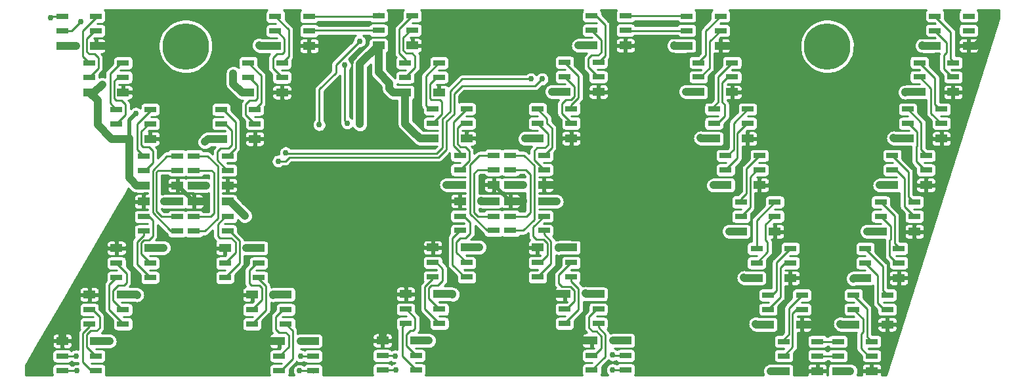
<source format=gbr>
G04 #@! TF.FileFunction,Copper,L1,Top,Signal*
%FSLAX46Y46*%
G04 Gerber Fmt 4.6, Leading zero omitted, Abs format (unit mm)*
G04 Created by KiCad (PCBNEW 4.0.5+dfsg1-4) date Sat Jun 10 11:00:07 2017*
%MOMM*%
%LPD*%
G01*
G04 APERTURE LIST*
%ADD10C,0.100000*%
%ADD11R,1.550000X0.800000*%
%ADD12R,1.550000X1.000000*%
%ADD13C,6.000000*%
%ADD14C,0.762000*%
%ADD15C,1.016000*%
%ADD16C,0.508000*%
%ADD17C,0.254000*%
G04 APERTURE END LIST*
D10*
D11*
X133744500Y-76117500D03*
X129394500Y-76117500D03*
X133744500Y-77967500D03*
X129394500Y-77967500D03*
D12*
X133744500Y-79917500D03*
X129394500Y-79917500D03*
D11*
X131744500Y-70117500D03*
X127394500Y-70117500D03*
X131744500Y-71967500D03*
X127394500Y-71967500D03*
D12*
X131744500Y-73917500D03*
X127394500Y-73917500D03*
D11*
X77633500Y-79786500D03*
X81983500Y-79786500D03*
X77633500Y-77936500D03*
X81983500Y-77936500D03*
D12*
X77633500Y-75986500D03*
X81983500Y-75986500D03*
D11*
X36325000Y-79842000D03*
X40675000Y-79842000D03*
X36325000Y-77992000D03*
X40675000Y-77992000D03*
D12*
X36325000Y-76042000D03*
X40675000Y-76042000D03*
D11*
X142744500Y-70117500D03*
X138394500Y-70117500D03*
X142744500Y-71967500D03*
X138394500Y-71967500D03*
D12*
X142744500Y-73917500D03*
X138394500Y-73917500D03*
D11*
X104633500Y-79786500D03*
X108983500Y-79786500D03*
X104633500Y-77936500D03*
X108983500Y-77936500D03*
D12*
X104633500Y-75986500D03*
X108983500Y-75986500D03*
D11*
X64325000Y-79850000D03*
X68675000Y-79850000D03*
X64325000Y-78000000D03*
X68675000Y-78000000D03*
D12*
X64325000Y-76050000D03*
X68675000Y-76050000D03*
D11*
X130244500Y-64117500D03*
X125894500Y-64117500D03*
X130244500Y-65967500D03*
X125894500Y-65967500D03*
D12*
X130244500Y-67917500D03*
X125894500Y-67917500D03*
D11*
X80633500Y-73786500D03*
X84983500Y-73786500D03*
X80633500Y-71936500D03*
X84983500Y-71936500D03*
D12*
X80633500Y-69986500D03*
X84983500Y-69986500D03*
D11*
X39825000Y-73850000D03*
X44175000Y-73850000D03*
X39825000Y-72000000D03*
X44175000Y-72000000D03*
D12*
X39825000Y-70050000D03*
X44175000Y-70050000D03*
D11*
X144244500Y-64117500D03*
X139894500Y-64117500D03*
X144244500Y-65967500D03*
X139894500Y-65967500D03*
D12*
X144244500Y-67917500D03*
X139894500Y-67917500D03*
D11*
X101133500Y-73786500D03*
X105483500Y-73786500D03*
X101133500Y-71936500D03*
X105483500Y-71936500D03*
D12*
X101133500Y-69986500D03*
X105483500Y-69986500D03*
D11*
X60825000Y-73850000D03*
X65175000Y-73850000D03*
X60825000Y-72000000D03*
X65175000Y-72000000D03*
D12*
X60825000Y-70050000D03*
X65175000Y-70050000D03*
D11*
X128244500Y-58117500D03*
X123894500Y-58117500D03*
X128244500Y-59967500D03*
X123894500Y-59967500D03*
D12*
X128244500Y-61917500D03*
X123894500Y-61917500D03*
D11*
X84133500Y-67786500D03*
X88483500Y-67786500D03*
X84133500Y-65936500D03*
X88483500Y-65936500D03*
D12*
X84133500Y-63986500D03*
X88483500Y-63986500D03*
D11*
X43325000Y-67850000D03*
X47675000Y-67850000D03*
X43325000Y-66000000D03*
X47675000Y-66000000D03*
D12*
X43325000Y-64050000D03*
X47675000Y-64050000D03*
D11*
X146244500Y-58117500D03*
X141894500Y-58117500D03*
X146244500Y-59967500D03*
X141894500Y-59967500D03*
D12*
X146244500Y-61917500D03*
X141894500Y-61917500D03*
D11*
X97633500Y-67786500D03*
X101983500Y-67786500D03*
X97633500Y-65936500D03*
X101983500Y-65936500D03*
D12*
X97633500Y-63986500D03*
X101983500Y-63986500D03*
D11*
X57325000Y-67850000D03*
X61675000Y-67850000D03*
X57325000Y-66000000D03*
X61675000Y-66000000D03*
D12*
X57325000Y-64050000D03*
X61675000Y-64050000D03*
D11*
X126244500Y-52117500D03*
X121894500Y-52117500D03*
X126244500Y-53967500D03*
X121894500Y-53967500D03*
D12*
X126244500Y-55917500D03*
X121894500Y-55917500D03*
D11*
X87633500Y-61786500D03*
X91983500Y-61786500D03*
X87633500Y-59936500D03*
X91983500Y-59936500D03*
D12*
X87633500Y-57986500D03*
X91983500Y-57986500D03*
D11*
X46825000Y-61850000D03*
X51175000Y-61850000D03*
X46825000Y-60000000D03*
X51175000Y-60000000D03*
D12*
X46825000Y-58050000D03*
X51175000Y-58050000D03*
D11*
X147744500Y-52117500D03*
X143394500Y-52117500D03*
X147744500Y-53967500D03*
X143394500Y-53967500D03*
D12*
X147744500Y-55917500D03*
X143394500Y-55917500D03*
D11*
X94133500Y-61786500D03*
X98483500Y-61786500D03*
X94133500Y-59936500D03*
X98483500Y-59936500D03*
D12*
X94133500Y-57986500D03*
X98483500Y-57986500D03*
D11*
X53325000Y-61850000D03*
X57675000Y-61850000D03*
X53325000Y-60000000D03*
X57675000Y-60000000D03*
D12*
X53325000Y-58050000D03*
X57675000Y-58050000D03*
D11*
X124744500Y-46117500D03*
X120394500Y-46117500D03*
X124744500Y-47967500D03*
X120394500Y-47967500D03*
D12*
X124744500Y-49917500D03*
X120394500Y-49917500D03*
D11*
X91983500Y-52086500D03*
X87633500Y-52086500D03*
X91983500Y-53936500D03*
X87633500Y-53936500D03*
D12*
X91983500Y-55886500D03*
X87633500Y-55886500D03*
D11*
X51175000Y-52150000D03*
X46825000Y-52150000D03*
X51175000Y-54000000D03*
X46825000Y-54000000D03*
D12*
X51175000Y-55950000D03*
X46825000Y-55950000D03*
D11*
X149744500Y-46117500D03*
X145394500Y-46117500D03*
X149744500Y-47967500D03*
X145394500Y-47967500D03*
D12*
X149744500Y-49917500D03*
X145394500Y-49917500D03*
D11*
X98483500Y-52086500D03*
X94133500Y-52086500D03*
X98483500Y-53936500D03*
X94133500Y-53936500D03*
D12*
X98483500Y-55886500D03*
X94133500Y-55886500D03*
D11*
X57675000Y-52150000D03*
X53325000Y-52150000D03*
X57675000Y-54000000D03*
X53325000Y-54000000D03*
D12*
X57675000Y-55950000D03*
X53325000Y-55950000D03*
D11*
X122744500Y-40117500D03*
X118394500Y-40117500D03*
X122744500Y-41967500D03*
X118394500Y-41967500D03*
D12*
X122744500Y-43917500D03*
X118394500Y-43917500D03*
D11*
X88483500Y-46086500D03*
X84133500Y-46086500D03*
X88483500Y-47936500D03*
X84133500Y-47936500D03*
D12*
X88483500Y-49886500D03*
X84133500Y-49886500D03*
D11*
X47675000Y-46150000D03*
X43325000Y-46150000D03*
X47675000Y-48000000D03*
X43325000Y-48000000D03*
D12*
X47675000Y-49950000D03*
X43325000Y-49950000D03*
D11*
X151244500Y-40117500D03*
X146894500Y-40117500D03*
X151244500Y-41967500D03*
X146894500Y-41967500D03*
D12*
X151244500Y-43917500D03*
X146894500Y-43917500D03*
D11*
X101983500Y-46086500D03*
X97633500Y-46086500D03*
X101983500Y-47936500D03*
X97633500Y-47936500D03*
D12*
X101983500Y-49886500D03*
X97633500Y-49886500D03*
D11*
X61175000Y-46150000D03*
X56825000Y-46150000D03*
X61175000Y-48000000D03*
X56825000Y-48000000D03*
D12*
X61175000Y-49950000D03*
X56825000Y-49950000D03*
D11*
X121244500Y-34117500D03*
X116894500Y-34117500D03*
X121244500Y-35967500D03*
X116894500Y-35967500D03*
D12*
X121244500Y-37917500D03*
X116894500Y-37917500D03*
D11*
X44175000Y-40150000D03*
X39825000Y-40150000D03*
X44175000Y-42000000D03*
X39825000Y-42000000D03*
D12*
X44175000Y-43950000D03*
X39825000Y-43950000D03*
D11*
X153244500Y-34117500D03*
X148894500Y-34117500D03*
X153244500Y-35967500D03*
X148894500Y-35967500D03*
D12*
X153244500Y-37917500D03*
X148894500Y-37917500D03*
D11*
X105483500Y-40086500D03*
X101133500Y-40086500D03*
X105483500Y-41936500D03*
X101133500Y-41936500D03*
D12*
X105483500Y-43886500D03*
X101133500Y-43886500D03*
D11*
X64675000Y-40150000D03*
X60325000Y-40150000D03*
X64675000Y-42000000D03*
X60325000Y-42000000D03*
D12*
X64675000Y-43950000D03*
X60325000Y-43950000D03*
D11*
X81483500Y-34086500D03*
X77133500Y-34086500D03*
X81483500Y-35936500D03*
X77133500Y-35936500D03*
D12*
X81483500Y-37886500D03*
X77133500Y-37886500D03*
D11*
X40675000Y-34150000D03*
X36325000Y-34150000D03*
X40675000Y-36000000D03*
X36325000Y-36000000D03*
D12*
X40675000Y-37950000D03*
X36325000Y-37950000D03*
D11*
X108983500Y-34086500D03*
X104633500Y-34086500D03*
X108983500Y-35936500D03*
X104633500Y-35936500D03*
D12*
X108983500Y-37886500D03*
X104633500Y-37886500D03*
D11*
X68175000Y-34150000D03*
X63825000Y-34150000D03*
X68175000Y-36000000D03*
X63825000Y-36000000D03*
D12*
X68175000Y-37950000D03*
X63825000Y-37950000D03*
D11*
X140744500Y-76117500D03*
X136394500Y-76117500D03*
X140744500Y-77967500D03*
X136394500Y-77967500D03*
D12*
X140744500Y-79917500D03*
X136394500Y-79917500D03*
D13*
X135000000Y-38000000D03*
X52250000Y-38000000D03*
D11*
X84925000Y-40150000D03*
X80575000Y-40150000D03*
X84925000Y-42000000D03*
X80575000Y-42000000D03*
D12*
X84925000Y-43950000D03*
X80575000Y-43950000D03*
D14*
X38100000Y-37973000D03*
X44958000Y-49911000D03*
X45821600Y-46659800D03*
X60071000Y-64008000D03*
X41478200Y-42926000D03*
X58394600Y-41503600D03*
X54737000Y-50342800D03*
X115252500Y-37909500D03*
X85915500Y-55880000D03*
X78549500Y-42799000D03*
X74739500Y-48069500D03*
X74739500Y-41402000D03*
X81597500Y-49022000D03*
X59880500Y-59880500D03*
X100330000Y-64008000D03*
X143573500Y-49847500D03*
X145034000Y-43942000D03*
X96012000Y-49911000D03*
X100076000Y-58039000D03*
X61722000Y-37846000D03*
X45212000Y-55245000D03*
X147256500Y-37909500D03*
X140144500Y-61912500D03*
X141795500Y-55943500D03*
X138366500Y-68008500D03*
X136715500Y-73850500D03*
X137985500Y-79946500D03*
X127698500Y-79946500D03*
X125793500Y-73850500D03*
X124269500Y-67881500D03*
X122364500Y-61912500D03*
X120332500Y-55943500D03*
X118681500Y-49847500D03*
X116776500Y-43878500D03*
X102933500Y-37909500D03*
X99504500Y-43878500D03*
X103822500Y-69913500D03*
X107378500Y-76009500D03*
X83629500Y-76009500D03*
X86677500Y-70040500D03*
X90106500Y-63944500D03*
X54889400Y-56007000D03*
X95821500Y-55943500D03*
X90360500Y-57975500D03*
X42418000Y-76073000D03*
X67056000Y-76073000D03*
X63500000Y-70104000D03*
X45974000Y-70104000D03*
X49403000Y-64008000D03*
X49479200Y-58039000D03*
X60833000Y-58293000D03*
X103886000Y-67792600D03*
X99110800Y-70027800D03*
X107721400Y-73685400D03*
X78105000Y-74549000D03*
X62484000Y-76073000D03*
X36322000Y-74104500D03*
X42418000Y-37846000D03*
X102679500Y-76073000D03*
X133540500Y-73850500D03*
X155384500Y-36703000D03*
X123063000Y-37973000D03*
X60833000Y-56007000D03*
X54927500Y-58039000D03*
X63373000Y-66675000D03*
X60833000Y-57150000D03*
X53594000Y-43942000D03*
X100139500Y-55943500D03*
X95821500Y-57975500D03*
X96774000Y-42227500D03*
X65151000Y-51752500D03*
X64198500Y-52832000D03*
X98234500Y-42227500D03*
X72771000Y-40449500D03*
X73088500Y-47942500D03*
X74676000Y-37338000D03*
X69469000Y-48133000D03*
X38735000Y-34798000D03*
X34798000Y-34290000D03*
X38227000Y-79883000D03*
X66929000Y-79883000D03*
X67056000Y-77978000D03*
X38100000Y-77978000D03*
X107315000Y-79756000D03*
X79375000Y-79756000D03*
X79248000Y-77978000D03*
X107315000Y-77851000D03*
D15*
X38077000Y-37950000D02*
X38100000Y-37973000D01*
X36325000Y-37950000D02*
X38077000Y-37950000D01*
D16*
X44958000Y-49911000D02*
X44958000Y-47523400D01*
X44958000Y-47523400D02*
X45821600Y-46659800D01*
D15*
X60113000Y-64050000D02*
X60071000Y-64008000D01*
X60113000Y-64050000D02*
X61675000Y-64050000D01*
X74739500Y-41402000D02*
X74739500Y-40280500D01*
X74739500Y-40280500D02*
X77133500Y-37886500D01*
X39825000Y-43950000D02*
X40454200Y-43950000D01*
X40454200Y-43950000D02*
X41478200Y-42926000D01*
X60325000Y-43950000D02*
X59520200Y-43950000D01*
X58394600Y-42824400D02*
X58394600Y-41503600D01*
X59520200Y-43950000D02*
X58394600Y-42824400D01*
X56825000Y-49950000D02*
X55129800Y-49950000D01*
X55129800Y-49950000D02*
X54737000Y-50342800D01*
X116894500Y-37917500D02*
X115260500Y-37917500D01*
X115260500Y-37917500D02*
X115252500Y-37909500D01*
X87633500Y-55886500D02*
X85922000Y-55886500D01*
X85922000Y-55886500D02*
X85915500Y-55880000D01*
X78549500Y-42799000D02*
X78549500Y-43497500D01*
X78549500Y-43497500D02*
X79002000Y-43950000D01*
X79002000Y-43950000D02*
X80575000Y-43950000D01*
X77133500Y-37886500D02*
X77133500Y-41383000D01*
X77133500Y-41383000D02*
X78549500Y-42799000D01*
X74739500Y-41402000D02*
X74739500Y-48069500D01*
X84133500Y-49886500D02*
X82462000Y-49886500D01*
X80575000Y-47999500D02*
X81597500Y-49022000D01*
X80575000Y-47999500D02*
X80575000Y-43950000D01*
X82462000Y-49886500D02*
X81597500Y-49022000D01*
X57675000Y-58050000D02*
X58050000Y-58050000D01*
X58050000Y-58050000D02*
X59880500Y-59880500D01*
X101983500Y-63986500D02*
X100351500Y-63986500D01*
X100351500Y-63986500D02*
X100330000Y-64008000D01*
X145394500Y-49917500D02*
X143643500Y-49917500D01*
X143643500Y-49917500D02*
X143573500Y-49847500D01*
X146894500Y-43917500D02*
X145058500Y-43917500D01*
X145058500Y-43917500D02*
X145034000Y-43942000D01*
X97633500Y-49886500D02*
X96036500Y-49886500D01*
X96036500Y-49886500D02*
X96012000Y-49911000D01*
X98483500Y-57986500D02*
X100023500Y-57986500D01*
X100023500Y-57986500D02*
X100076000Y-58039000D01*
X63825000Y-37950000D02*
X61826000Y-37950000D01*
X61826000Y-37950000D02*
X61722000Y-37846000D01*
X44958000Y-49911000D02*
X44958000Y-54991000D01*
X44919000Y-49950000D02*
X44958000Y-49911000D01*
X43325000Y-49950000D02*
X44919000Y-49950000D01*
X45917000Y-55950000D02*
X45212000Y-55245000D01*
X45917000Y-55950000D02*
X46825000Y-55950000D01*
X44958000Y-54991000D02*
X45212000Y-55245000D01*
X43325000Y-49950000D02*
X42711000Y-49950000D01*
X42711000Y-49950000D02*
X40894000Y-48133000D01*
X40894000Y-45019000D02*
X39825000Y-43950000D01*
X40894000Y-48133000D02*
X40894000Y-45019000D01*
X148894500Y-37917500D02*
X147264500Y-37917500D01*
X147264500Y-37917500D02*
X147256500Y-37909500D01*
X141894500Y-61917500D02*
X140149500Y-61917500D01*
X140149500Y-61917500D02*
X140144500Y-61912500D01*
X143394500Y-55917500D02*
X141821500Y-55917500D01*
X141821500Y-55917500D02*
X141795500Y-55943500D01*
X139894500Y-67917500D02*
X138457500Y-67917500D01*
X138457500Y-67917500D02*
X138366500Y-68008500D01*
X138394500Y-73917500D02*
X136782500Y-73917500D01*
X136782500Y-73917500D02*
X136715500Y-73850500D01*
X136394500Y-79917500D02*
X137956500Y-79917500D01*
X137956500Y-79917500D02*
X137985500Y-79946500D01*
X129394500Y-79917500D02*
X127727500Y-79917500D01*
X127727500Y-79917500D02*
X127698500Y-79946500D01*
X127394500Y-73917500D02*
X125860500Y-73917500D01*
X125860500Y-73917500D02*
X125793500Y-73850500D01*
X125894500Y-67917500D02*
X124305500Y-67917500D01*
X124305500Y-67917500D02*
X124269500Y-67881500D01*
X123894500Y-61917500D02*
X122369500Y-61917500D01*
X122369500Y-61917500D02*
X122364500Y-61912500D01*
X121894500Y-55917500D02*
X120358500Y-55917500D01*
X120358500Y-55917500D02*
X120332500Y-55943500D01*
X120394500Y-49917500D02*
X118751500Y-49917500D01*
X118751500Y-49917500D02*
X118681500Y-49847500D01*
X118394500Y-43917500D02*
X116815500Y-43917500D01*
X116815500Y-43917500D02*
X116776500Y-43878500D01*
X104633500Y-37886500D02*
X102956500Y-37886500D01*
X102956500Y-37886500D02*
X102933500Y-37909500D01*
X101133500Y-43886500D02*
X99512500Y-43886500D01*
X99512500Y-43886500D02*
X99504500Y-43878500D01*
X105483500Y-69986500D02*
X103895500Y-69986500D01*
X103895500Y-69986500D02*
X103822500Y-69913500D01*
X108983500Y-75986500D02*
X107401500Y-75986500D01*
X107401500Y-75986500D02*
X107378500Y-76009500D01*
X81983500Y-75986500D02*
X83606500Y-75986500D01*
X83606500Y-75986500D02*
X83629500Y-76009500D01*
X84983500Y-69986500D02*
X86623500Y-69986500D01*
X86623500Y-69986500D02*
X86677500Y-70040500D01*
X88483500Y-63986500D02*
X90064500Y-63986500D01*
X90064500Y-63986500D02*
X90106500Y-63944500D01*
D16*
X91983500Y-57986500D02*
X92033500Y-57986500D01*
D15*
X53325000Y-55950000D02*
X54832400Y-55950000D01*
X54832400Y-55950000D02*
X54889400Y-56007000D01*
X94133500Y-55886500D02*
X95764500Y-55886500D01*
X95764500Y-55886500D02*
X95821500Y-55943500D01*
X91983500Y-57986500D02*
X90371500Y-57986500D01*
X90371500Y-57986500D02*
X90360500Y-57975500D01*
X40675000Y-76042000D02*
X42387000Y-76042000D01*
X42387000Y-76042000D02*
X42418000Y-76073000D01*
X68675000Y-76050000D02*
X67079000Y-76050000D01*
X67079000Y-76050000D02*
X67056000Y-76073000D01*
X65175000Y-70050000D02*
X63554000Y-70050000D01*
X63554000Y-70050000D02*
X63500000Y-70104000D01*
X44175000Y-70050000D02*
X45920000Y-70050000D01*
X45920000Y-70050000D02*
X45974000Y-70104000D01*
X47675000Y-64050000D02*
X49361000Y-64050000D01*
X49361000Y-64050000D02*
X49403000Y-64008000D01*
X51175000Y-58050000D02*
X49490200Y-58050000D01*
D16*
X49490200Y-58050000D02*
X49479200Y-58039000D01*
X51175000Y-58050000D02*
X51225000Y-58050000D01*
D15*
X101133500Y-69986500D02*
X99152100Y-69986500D01*
X99152100Y-69986500D02*
X99110800Y-70027800D01*
X77633500Y-75986500D02*
X77633500Y-75020500D01*
X77633500Y-75020500D02*
X78105000Y-74549000D01*
X64325000Y-76050000D02*
X62507000Y-76050000D01*
X62507000Y-76050000D02*
X62484000Y-76073000D01*
X36325000Y-76042000D02*
X36325000Y-74107500D01*
X36325000Y-74107500D02*
X36322000Y-74104500D01*
X42314000Y-37950000D02*
X40675000Y-37950000D01*
X42418000Y-37846000D02*
X42314000Y-37950000D01*
X104633500Y-75986500D02*
X102766000Y-75986500D01*
X102766000Y-75986500D02*
X102679500Y-76073000D01*
X133473500Y-73917500D02*
X133540500Y-73850500D01*
X133473500Y-73917500D02*
X131744500Y-73917500D01*
X153244500Y-37917500D02*
X154170000Y-37917500D01*
X154170000Y-37917500D02*
X155384500Y-36703000D01*
X121244500Y-37917500D02*
X123007500Y-37917500D01*
X123007500Y-37917500D02*
X123063000Y-37973000D01*
D16*
X91983500Y-55886500D02*
X92033500Y-55886500D01*
X92033500Y-55886500D02*
X94133500Y-57986500D01*
X51175000Y-55950000D02*
X51225000Y-55950000D01*
X51225000Y-55950000D02*
X53325000Y-58050000D01*
D15*
X53325000Y-58050000D02*
X54916500Y-58050000D01*
X54916500Y-58050000D02*
X54927500Y-58039000D01*
X94133500Y-57986500D02*
X95810500Y-57986500D01*
X100082500Y-55886500D02*
X98483500Y-55886500D01*
X100139500Y-55943500D02*
X100082500Y-55886500D01*
X95810500Y-57986500D02*
X95821500Y-57975500D01*
D17*
X87947500Y-42227500D02*
X96774000Y-42227500D01*
X86360000Y-43815000D02*
X87947500Y-42227500D01*
X86360000Y-46418500D02*
X86360000Y-43815000D01*
X85407500Y-47371000D02*
X86360000Y-46418500D01*
X85407500Y-51054000D02*
X85407500Y-47371000D01*
X84645500Y-51816000D02*
X85407500Y-51054000D01*
X65214500Y-51816000D02*
X84645500Y-51816000D01*
X65151000Y-51752500D02*
X65214500Y-51816000D01*
X65151000Y-52832000D02*
X64198500Y-52832000D01*
X65659000Y-52324000D02*
X65151000Y-52832000D01*
X84899500Y-52324000D02*
X65659000Y-52324000D01*
X85915500Y-51308000D02*
X84899500Y-52324000D01*
X85915500Y-47688500D02*
X85915500Y-51308000D01*
X86868000Y-46736000D02*
X85915500Y-47688500D01*
X86868000Y-44132500D02*
X86868000Y-46736000D01*
X87884000Y-43116500D02*
X86868000Y-44132500D01*
X97345500Y-43116500D02*
X87884000Y-43116500D01*
X98234500Y-42227500D02*
X97345500Y-43116500D01*
X72771000Y-47625000D02*
X72771000Y-41211500D01*
X73088500Y-47942500D02*
X72771000Y-47625000D01*
X72771000Y-41211500D02*
X72771000Y-40449500D01*
X71628000Y-41402000D02*
X69469000Y-43561000D01*
X71628000Y-40386000D02*
X71628000Y-41402000D01*
X74676000Y-37338000D02*
X71628000Y-40386000D01*
X69469000Y-44450000D02*
X69469000Y-43561000D01*
X69469000Y-48133000D02*
X69469000Y-44450000D01*
X37533000Y-36000000D02*
X36325000Y-36000000D01*
X38735000Y-34798000D02*
X37533000Y-36000000D01*
X34938000Y-34150000D02*
X36325000Y-34150000D01*
X34798000Y-34290000D02*
X34938000Y-34150000D01*
X68175000Y-34150000D02*
X77070000Y-34150000D01*
X77070000Y-34150000D02*
X77133500Y-34086500D01*
X77133500Y-34086500D02*
X77133500Y-33699500D01*
X77133500Y-35936500D02*
X68238500Y-35936500D01*
X68238500Y-35936500D02*
X68175000Y-36000000D01*
X108983500Y-34086500D02*
X116863500Y-34086500D01*
X116863500Y-34086500D02*
X116894500Y-34117500D01*
X116894500Y-35967500D02*
X109014500Y-35967500D01*
X109014500Y-35967500D02*
X108983500Y-35936500D01*
X108983500Y-35936500D02*
X108961500Y-35936500D01*
X65532000Y-35857000D02*
X65532000Y-39293000D01*
X63825000Y-34150000D02*
X65532000Y-35857000D01*
X65532000Y-39293000D02*
X64675000Y-40150000D01*
X64000000Y-39000000D02*
X64708200Y-39000000D01*
X64675000Y-42000000D02*
X63500000Y-40825000D01*
X63500000Y-39500000D02*
X63500000Y-40825000D01*
X64000000Y-39000000D02*
X63500000Y-39500000D01*
X65000000Y-37000000D02*
X65000000Y-38708200D01*
X65000000Y-37000000D02*
X64000000Y-36000000D01*
X64708200Y-39000000D02*
X65000000Y-38708200D01*
X63825000Y-36000000D02*
X64000000Y-36000000D01*
X104633500Y-34086500D02*
X105206500Y-34086500D01*
X105206500Y-34086500D02*
X106362500Y-35242500D01*
X106362500Y-35242500D02*
X106362500Y-39207500D01*
X106362500Y-39207500D02*
X105483500Y-40086500D01*
X105483500Y-41936500D02*
X105436500Y-41936500D01*
X105436500Y-41936500D02*
X104203500Y-40703500D01*
X104203500Y-40703500D02*
X104203500Y-39560500D01*
X104203500Y-39560500D02*
X104584500Y-39179500D01*
X104584500Y-39179500D02*
X105473500Y-39179500D01*
X105473500Y-39179500D02*
X105854500Y-38798500D01*
X105854500Y-38798500D02*
X105854500Y-37157500D01*
X105854500Y-37157500D02*
X104633500Y-35936500D01*
X40675000Y-34150000D02*
X40675000Y-34325000D01*
X40675000Y-34325000D02*
X39000000Y-36000000D01*
X39000000Y-36000000D02*
X39000000Y-39325000D01*
X39000000Y-39325000D02*
X39825000Y-40150000D01*
X40500000Y-39000000D02*
X39787400Y-39000000D01*
X39825000Y-42000000D02*
X41000000Y-40825000D01*
X41000000Y-39500000D02*
X41000000Y-40825000D01*
X40500000Y-39000000D02*
X41000000Y-39500000D01*
X39500000Y-37000000D02*
X39500000Y-38712600D01*
X39500000Y-37000000D02*
X40500000Y-36000000D01*
X39787400Y-39000000D02*
X39500000Y-38712600D01*
X40675000Y-36000000D02*
X40500000Y-36000000D01*
X79819500Y-38925500D02*
X80633500Y-39739500D01*
X80633500Y-39739500D02*
X80633500Y-40086500D01*
X79819500Y-35750500D02*
X79819500Y-38925500D01*
X81483500Y-34086500D02*
X79819500Y-35750500D01*
X81483500Y-35936500D02*
X81284500Y-35936500D01*
X81284500Y-35936500D02*
X80327500Y-36893500D01*
X80327500Y-36893500D02*
X80327500Y-38544500D01*
X80327500Y-38544500D02*
X80708500Y-38925500D01*
X80708500Y-38925500D02*
X81470500Y-38925500D01*
X81470500Y-38925500D02*
X81851500Y-39306500D01*
X81851500Y-39306500D02*
X81851500Y-40718500D01*
X81851500Y-40718500D02*
X80633500Y-41936500D01*
X61976000Y-41801000D02*
X61976000Y-45349000D01*
X60325000Y-40150000D02*
X61976000Y-41801000D01*
X61976000Y-45349000D02*
X61175000Y-46150000D01*
X61500000Y-43000000D02*
X61500000Y-44722800D01*
X61175000Y-48000000D02*
X60000000Y-46825000D01*
X60000000Y-45500000D02*
X60000000Y-46825000D01*
X60500000Y-45000000D02*
X60000000Y-45500000D01*
X61222800Y-45000000D02*
X60500000Y-45000000D01*
X61500000Y-43000000D02*
X60500000Y-42000000D01*
X61500000Y-44722800D02*
X61222800Y-45000000D01*
X60325000Y-42000000D02*
X60500000Y-42000000D01*
X101983500Y-46086500D02*
X101983500Y-45590500D01*
X102933500Y-41886500D02*
X101133500Y-40086500D01*
X102933500Y-44640500D02*
X102933500Y-41886500D01*
X101983500Y-45590500D02*
X102933500Y-44640500D01*
X101282500Y-44894500D02*
X101968300Y-44894500D01*
X100774500Y-46672500D02*
X100774500Y-45402500D01*
X100774500Y-45402500D02*
X101282500Y-44894500D01*
X101133500Y-41936500D02*
X102425500Y-43228500D01*
X100774500Y-46672500D02*
X101983500Y-47881500D01*
X102425500Y-44437300D02*
X102425500Y-43228500D01*
X101968300Y-44894500D02*
X102425500Y-44437300D01*
X101983500Y-47936500D02*
X101983500Y-47881500D01*
X101983500Y-47936500D02*
X101784500Y-47936500D01*
X151244500Y-40117500D02*
X151244500Y-39992500D01*
X151244500Y-39992500D02*
X150939500Y-39687500D01*
X150939500Y-39687500D02*
X150939500Y-36162500D01*
X150939500Y-36162500D02*
X148894500Y-34117500D01*
X151244500Y-41967500D02*
X151060500Y-41967500D01*
X151060500Y-41967500D02*
X150050500Y-40957500D01*
X150050500Y-40957500D02*
X150050500Y-39179500D01*
X150050500Y-39179500D02*
X150431500Y-38798500D01*
X150431500Y-38798500D02*
X150431500Y-37504500D01*
X150431500Y-37504500D02*
X148894500Y-35967500D01*
X44175000Y-40150000D02*
X43850000Y-40150000D01*
X43850000Y-40150000D02*
X42500000Y-41500000D01*
X42500000Y-41500000D02*
X42500000Y-45325000D01*
X42500000Y-45325000D02*
X43325000Y-46150000D01*
X44000000Y-45000000D02*
X43298200Y-45000000D01*
X43325000Y-48000000D02*
X44500000Y-46825000D01*
X44500000Y-45500000D02*
X44500000Y-46825000D01*
X44000000Y-45000000D02*
X44500000Y-45500000D01*
X43000000Y-42500000D02*
X43000000Y-44701800D01*
X43000000Y-42500000D02*
X43500000Y-42000000D01*
X43298200Y-45000000D02*
X43000000Y-44701800D01*
X44175000Y-42000000D02*
X43500000Y-42000000D01*
X83248500Y-44767500D02*
X83248500Y-45656500D01*
X83248500Y-44767500D02*
X83248500Y-41821500D01*
X84983500Y-40086500D02*
X83248500Y-41821500D01*
X83248500Y-45656500D02*
X83678500Y-46086500D01*
X83678500Y-46086500D02*
X84133500Y-46086500D01*
X83756500Y-44513500D02*
X83756500Y-44704000D01*
X84133500Y-47936500D02*
X85280500Y-46789500D01*
X85280500Y-45148500D02*
X85280500Y-46789500D01*
X85026500Y-44894500D02*
X85280500Y-45148500D01*
X84137500Y-44894500D02*
X85026500Y-44894500D01*
X83756500Y-42862500D02*
X83756500Y-44513500D01*
X83756500Y-42862500D02*
X84682500Y-41936500D01*
X83947000Y-44894500D02*
X84137500Y-44894500D01*
X83756500Y-44704000D02*
X83947000Y-44894500D01*
X84983500Y-41936500D02*
X84682500Y-41936500D01*
X118394500Y-40117500D02*
X118394500Y-40101500D01*
X118394500Y-40101500D02*
X119316500Y-39179500D01*
X119316500Y-39179500D02*
X119316500Y-36045500D01*
X119316500Y-36045500D02*
X121244500Y-34117500D01*
X118394500Y-41967500D02*
X118687500Y-41967500D01*
X118687500Y-41967500D02*
X119824500Y-40830500D01*
X119824500Y-40830500D02*
X119824500Y-37387500D01*
X119824500Y-37387500D02*
X121244500Y-35967500D01*
X56825000Y-46150000D02*
X57072000Y-46150000D01*
X57072000Y-46150000D02*
X58674000Y-47752000D01*
X58674000Y-47752000D02*
X58674000Y-51151000D01*
X58674000Y-51151000D02*
X57675000Y-52150000D01*
X57675000Y-54000000D02*
X57632200Y-54000000D01*
X57632200Y-54000000D02*
X56337200Y-52705000D01*
X56337200Y-52705000D02*
X56337200Y-51612800D01*
X56337200Y-51612800D02*
X56794400Y-51155600D01*
X56794400Y-51155600D02*
X57810400Y-51155600D01*
X57810400Y-51155600D02*
X58191400Y-50774600D01*
X58191400Y-50774600D02*
X58191400Y-48869600D01*
X58191400Y-48869600D02*
X57321800Y-48000000D01*
X57321800Y-48000000D02*
X56825000Y-48000000D01*
X56825000Y-48000000D02*
X57000000Y-48000000D01*
X99504500Y-51065500D02*
X99504500Y-48577500D01*
X98869500Y-47322500D02*
X97633500Y-46086500D01*
X98869500Y-47942500D02*
X98869500Y-47322500D01*
X99504500Y-48577500D02*
X98869500Y-47942500D01*
X99504500Y-51065500D02*
X98483500Y-52086500D01*
X97218500Y-51498500D02*
X97218500Y-52692300D01*
X97633500Y-47936500D02*
X98996500Y-49299500D01*
X98996500Y-50736500D02*
X98996500Y-49299500D01*
X98615500Y-51117500D02*
X98996500Y-50736500D01*
X97599500Y-51117500D02*
X98615500Y-51117500D01*
X97218500Y-51498500D02*
X97599500Y-51117500D01*
X97218500Y-52692300D02*
X98462700Y-53936500D01*
X98462700Y-53936500D02*
X98483500Y-53936500D01*
X98483500Y-53936500D02*
X98386500Y-53936500D01*
X149744500Y-46117500D02*
X149495500Y-46117500D01*
X149495500Y-46117500D02*
X148907500Y-45529500D01*
X148907500Y-45529500D02*
X148907500Y-42130500D01*
X148907500Y-42130500D02*
X146894500Y-40117500D01*
X149744500Y-47967500D02*
X149694500Y-47967500D01*
X149694500Y-47967500D02*
X148399500Y-46672500D01*
X148399500Y-46672500D02*
X148399500Y-43472500D01*
X148399500Y-43472500D02*
X146894500Y-41967500D01*
X47675000Y-46150000D02*
X47675000Y-46325000D01*
X47675000Y-46325000D02*
X46000000Y-48000000D01*
X46000000Y-48000000D02*
X46000000Y-51325000D01*
X46000000Y-51325000D02*
X46825000Y-52150000D01*
X47500000Y-51000000D02*
X46783600Y-51000000D01*
X47000000Y-54000000D02*
X48000000Y-53000000D01*
X48000000Y-51500000D02*
X48000000Y-53000000D01*
X47500000Y-51000000D02*
X48000000Y-51500000D01*
X46500000Y-49000000D02*
X46500000Y-50716400D01*
X46500000Y-49000000D02*
X47500000Y-48000000D01*
X46783600Y-51000000D02*
X46500000Y-50716400D01*
X47675000Y-48000000D02*
X47500000Y-48000000D01*
X47000000Y-54000000D02*
X46825000Y-54000000D01*
X87633500Y-52086500D02*
X87633500Y-51692500D01*
X87633500Y-51692500D02*
X86804500Y-50863500D01*
X86804500Y-50863500D02*
X86804500Y-47765500D01*
X86804500Y-47765500D02*
X88483500Y-46086500D01*
X88483500Y-47936500D02*
X87953500Y-47936500D01*
X87953500Y-47936500D02*
X87312500Y-48577500D01*
X87312500Y-48577500D02*
X87312500Y-50609500D01*
X87312500Y-50609500D02*
X87693500Y-50990500D01*
X87693500Y-50990500D02*
X88328500Y-50990500D01*
X88328500Y-50990500D02*
X88836500Y-51498500D01*
X88836500Y-51498500D02*
X88836500Y-52733500D01*
X88836500Y-52733500D02*
X87633500Y-53936500D01*
X120394500Y-46117500D02*
X120394500Y-45721500D01*
X120394500Y-45721500D02*
X120967500Y-45148500D01*
X120967500Y-45148500D02*
X120967500Y-41894500D01*
X120967500Y-41894500D02*
X122744500Y-40117500D01*
X122744500Y-41967500D02*
X122180000Y-41967500D01*
X122180000Y-41967500D02*
X121475500Y-42672000D01*
X121793000Y-47053500D02*
X120879000Y-47967500D01*
X121793000Y-45529500D02*
X121793000Y-47053500D01*
X121475500Y-45212000D02*
X121793000Y-45529500D01*
X121475500Y-42672000D02*
X121475500Y-45212000D01*
X120879000Y-47967500D02*
X120394500Y-47967500D01*
X122744500Y-41967500D02*
X122624500Y-41967500D01*
X53325000Y-52150000D02*
X55071000Y-52150000D01*
X54736000Y-61850000D02*
X53325000Y-61850000D01*
X56388000Y-60198000D02*
X54736000Y-61850000D01*
X56388000Y-53467000D02*
X56388000Y-60198000D01*
X55071000Y-52150000D02*
X56388000Y-53467000D01*
X53325000Y-54000000D02*
X55600200Y-54000000D01*
X55468400Y-60000000D02*
X53325000Y-60000000D01*
X55905400Y-59563000D02*
X55468400Y-60000000D01*
X55905400Y-54305200D02*
X55905400Y-59563000D01*
X55600200Y-54000000D02*
X55905400Y-54305200D01*
X94133500Y-52086500D02*
X95901500Y-52086500D01*
X95820500Y-61786500D02*
X94133500Y-61786500D01*
X97218500Y-60388500D02*
X95820500Y-61786500D01*
X97218500Y-53403500D02*
X97218500Y-60388500D01*
X95901500Y-52086500D02*
X97218500Y-53403500D01*
X94133500Y-59936500D02*
X96248098Y-59936500D01*
X96100500Y-53936500D02*
X94133500Y-53936500D01*
X96710500Y-54546500D02*
X96100500Y-53936500D01*
X96710500Y-59474098D02*
X96710500Y-54546500D01*
X96248098Y-59936500D02*
X96710500Y-59474098D01*
X147744500Y-52117500D02*
X147744500Y-51986500D01*
X147744500Y-51986500D02*
X147129500Y-51371500D01*
X147129500Y-51371500D02*
X147129500Y-47852500D01*
X147129500Y-47852500D02*
X145394500Y-46117500D01*
X146494500Y-50990500D02*
X146621500Y-50863500D01*
X146494500Y-52895500D02*
X146494500Y-50990500D01*
X147566500Y-53967500D02*
X146494500Y-52895500D01*
X146621500Y-49085500D02*
X145503500Y-47967500D01*
X146621500Y-50863500D02*
X146621500Y-49085500D01*
X145503500Y-47967500D02*
X145394500Y-47967500D01*
X147744500Y-53967500D02*
X147566500Y-53967500D01*
X50257000Y-61757000D02*
X51082000Y-61757000D01*
X51082000Y-61757000D02*
X51175000Y-61850000D01*
X51175000Y-52150000D02*
X49850000Y-52150000D01*
X50350000Y-61850000D02*
X51175000Y-61850000D01*
X48000000Y-59500000D02*
X50257000Y-61757000D01*
X50257000Y-61757000D02*
X50350000Y-61850000D01*
X48000000Y-54000000D02*
X48000000Y-59500000D01*
X49850000Y-52150000D02*
X48000000Y-54000000D01*
X51175000Y-54000000D02*
X48692200Y-54000000D01*
X48692200Y-54000000D02*
X48488600Y-54203600D01*
X48488600Y-54203600D02*
X48488600Y-59309000D01*
X48488600Y-59309000D02*
X49179600Y-60000000D01*
X49179600Y-60000000D02*
X51175000Y-60000000D01*
X91983500Y-61786500D02*
X91123500Y-61786500D01*
X88963500Y-59626500D02*
X91123500Y-61786500D01*
X88963500Y-53276500D02*
X88963500Y-59626500D01*
X90153500Y-52086500D02*
X88963500Y-53276500D01*
X90153500Y-52086500D02*
X91983500Y-52086500D01*
X89471500Y-54419500D02*
X89471500Y-59448700D01*
X89471500Y-54419500D02*
X89954500Y-53936500D01*
X91983500Y-53936500D02*
X89954500Y-53936500D01*
X89959300Y-59936500D02*
X91983500Y-59936500D01*
X89471500Y-59448700D02*
X89959300Y-59936500D01*
X121894500Y-52117500D02*
X122126500Y-52117500D01*
X122126500Y-52117500D02*
X122936000Y-51308000D01*
X122936000Y-51308000D02*
X122936000Y-47926000D01*
X122936000Y-47926000D02*
X124744500Y-46117500D01*
X124744500Y-47967500D02*
X124689002Y-47967500D01*
X124689002Y-47967500D02*
X123405900Y-49250602D01*
X123405900Y-52456100D02*
X121894500Y-53967500D01*
X123405900Y-49250602D02*
X123405900Y-52456100D01*
X124744500Y-47967500D02*
X124625500Y-47967500D01*
X57675000Y-61850000D02*
X57913000Y-61850000D01*
X57913000Y-61850000D02*
X59182000Y-63119000D01*
X59182000Y-65993000D02*
X57325000Y-67850000D01*
X59182000Y-63119000D02*
X59182000Y-65993000D01*
X57675000Y-61850000D02*
X58040000Y-61850000D01*
X58674000Y-64651000D02*
X58674000Y-63296800D01*
X57325000Y-66000000D02*
X58674000Y-64651000D01*
X56388000Y-60960000D02*
X57348000Y-60000000D01*
X56388000Y-60960000D02*
X56388000Y-62484000D01*
X56388000Y-62484000D02*
X56642000Y-62738000D01*
X58115200Y-62738000D02*
X56642000Y-62738000D01*
X58674000Y-63296800D02*
X58115200Y-62738000D01*
X57675000Y-60000000D02*
X57348000Y-60000000D01*
X98483500Y-61786500D02*
X98483500Y-62288500D01*
X99377500Y-66042500D02*
X97633500Y-67786500D01*
X99377500Y-63182500D02*
X99377500Y-66042500D01*
X98483500Y-62288500D02*
X99377500Y-63182500D01*
X97633500Y-65936500D02*
X97969698Y-65936500D01*
X97969698Y-65936500D02*
X98920298Y-64985900D01*
X97459800Y-62915800D02*
X98425000Y-62915800D01*
X98920298Y-63411098D02*
X98425000Y-62915800D01*
X98920298Y-64985900D02*
X98920298Y-63411098D01*
X97633500Y-65936500D02*
X97639500Y-65936500D01*
X97459800Y-62915800D02*
X97091500Y-62547500D01*
X97091500Y-62547500D02*
X97091500Y-61328500D01*
X97091500Y-61328500D02*
X98483500Y-59936500D01*
X146244500Y-58117500D02*
X146128500Y-58117500D01*
X146128500Y-58117500D02*
X145478500Y-57467500D01*
X145478500Y-57467500D02*
X145478500Y-54201500D01*
X145478500Y-54201500D02*
X143394500Y-52117500D01*
X143394500Y-53967500D02*
X143883500Y-53967500D01*
X143883500Y-53967500D02*
X144970500Y-55054500D01*
X144970500Y-55054500D02*
X144970500Y-58693500D01*
X144970500Y-58693500D02*
X146244500Y-59967500D01*
X46825000Y-61850000D02*
X46825000Y-62395000D01*
X45974000Y-66149000D02*
X47675000Y-67850000D01*
X45974000Y-63246000D02*
X45974000Y-66149000D01*
X46825000Y-62395000D02*
X45974000Y-63246000D01*
X46500000Y-64825000D02*
X46500000Y-63366582D01*
X47675000Y-66000000D02*
X46500000Y-64825000D01*
X47500000Y-63000000D02*
X46866582Y-63000000D01*
X48000000Y-62500000D02*
X47500000Y-63000000D01*
X48000000Y-60500000D02*
X48000000Y-62500000D01*
X48000000Y-60500000D02*
X47500000Y-60000000D01*
X46500000Y-63366582D02*
X46866582Y-63000000D01*
X46825000Y-60000000D02*
X47500000Y-60000000D01*
X88483500Y-67786500D02*
X88233500Y-67786500D01*
X88233500Y-67786500D02*
X86677500Y-66230500D01*
X86677500Y-66230500D02*
X86677500Y-62742500D01*
X86677500Y-62742500D02*
X87633500Y-61786500D01*
X88130500Y-59936500D02*
X88963500Y-60769500D01*
X88963500Y-60769500D02*
X88963500Y-62166500D01*
X88963500Y-62166500D02*
X88328500Y-62801500D01*
X88328500Y-62801500D02*
X87693500Y-62801500D01*
X87693500Y-62801500D02*
X87185500Y-63309500D01*
X87185500Y-63309500D02*
X87185500Y-64638500D01*
X87185500Y-64638500D02*
X88483500Y-65936500D01*
X123894500Y-58117500D02*
X123894500Y-57715500D01*
X124587000Y-53775000D02*
X126244500Y-52117500D01*
X124587000Y-57023000D02*
X124587000Y-53775000D01*
X123894500Y-57715500D02*
X124587000Y-57023000D01*
X126244500Y-53967500D02*
X125966100Y-53967500D01*
X125966100Y-53967500D02*
X125056900Y-54876700D01*
X125056900Y-58805100D02*
X123894500Y-59967500D01*
X125056900Y-54876700D02*
X125056900Y-58805100D01*
X126244500Y-53967500D02*
X125991500Y-53967500D01*
X61675000Y-67850000D02*
X61675000Y-68025000D01*
X61675000Y-68025000D02*
X62611000Y-68961000D01*
X62611000Y-72064000D02*
X60825000Y-73850000D01*
X62611000Y-68961000D02*
X62611000Y-72064000D01*
X61675000Y-66000000D02*
X61381000Y-66000000D01*
X61381000Y-66000000D02*
X60452000Y-66929000D01*
X60452000Y-66929000D02*
X60452000Y-68580000D01*
X60452000Y-68580000D02*
X60706000Y-68834000D01*
X60706000Y-68834000D02*
X61722000Y-68834000D01*
X61722000Y-68834000D02*
X62103000Y-69215000D01*
X62103000Y-69215000D02*
X62103000Y-70722000D01*
X62103000Y-70722000D02*
X60825000Y-72000000D01*
X101983500Y-67786500D02*
X101983500Y-68328500D01*
X102933500Y-71986500D02*
X101133500Y-73786500D01*
X102933500Y-69278500D02*
X102933500Y-71986500D01*
X101983500Y-68328500D02*
X102933500Y-69278500D01*
X101133500Y-71936500D02*
X101418500Y-71936500D01*
X101418500Y-71936500D02*
X102425500Y-70929500D01*
X102425500Y-70929500D02*
X102425500Y-69532500D01*
X102425500Y-69532500D02*
X101917500Y-69024500D01*
X101917500Y-69024500D02*
X100774500Y-69024500D01*
X100774500Y-69024500D02*
X100393500Y-68643500D01*
X100393500Y-68643500D02*
X100393500Y-67526500D01*
X100393500Y-67526500D02*
X101983500Y-65936500D01*
X144244500Y-64117500D02*
X144244500Y-63980500D01*
X144244500Y-63980500D02*
X143700500Y-63436500D01*
X143700500Y-63436500D02*
X143700500Y-59923500D01*
X143700500Y-59923500D02*
X141894500Y-58117500D01*
X144244500Y-65967500D02*
X143945500Y-65967500D01*
X143945500Y-65967500D02*
X143065500Y-65087500D01*
X143192500Y-61265500D02*
X141894500Y-59967500D01*
X143192500Y-62928500D02*
X143192500Y-61265500D01*
X143065500Y-63055500D02*
X143192500Y-62928500D01*
X143065500Y-65087500D02*
X143065500Y-63055500D01*
X144244500Y-65967500D02*
X143691500Y-65967500D01*
X44175000Y-73850000D02*
X44175000Y-73766000D01*
X44175000Y-73766000D02*
X42367200Y-71958200D01*
X42367200Y-71958200D02*
X42367200Y-68807800D01*
X42367200Y-68807800D02*
X43325000Y-67850000D01*
X44175000Y-72000000D02*
X44034600Y-72000000D01*
X44034600Y-72000000D02*
X42849800Y-70815200D01*
X44627800Y-67302800D02*
X43325000Y-66000000D01*
X44627800Y-68478400D02*
X44627800Y-67302800D01*
X44272200Y-68834000D02*
X44627800Y-68478400D01*
X43535600Y-68834000D02*
X44272200Y-68834000D01*
X42849800Y-69519800D02*
X43535600Y-68834000D01*
X42849800Y-70815200D02*
X42849800Y-69519800D01*
X84133500Y-67786500D02*
X84133500Y-68012500D01*
X84133500Y-68012500D02*
X83121500Y-69024500D01*
X83121500Y-71924500D02*
X84983500Y-73786500D01*
X83121500Y-69024500D02*
X83121500Y-71924500D01*
X84772500Y-68897500D02*
X83959700Y-68897500D01*
X84983500Y-71936500D02*
X83629500Y-70582500D01*
X85407500Y-68262500D02*
X84772500Y-68897500D01*
X85407500Y-66738500D02*
X85407500Y-68262500D01*
X85407500Y-66738500D02*
X84605500Y-65936500D01*
X83629500Y-69227700D02*
X83629500Y-70582500D01*
X83959700Y-68897500D02*
X83629500Y-69227700D01*
X84133500Y-65936500D02*
X84605500Y-65936500D01*
X125894500Y-64117500D02*
X125894500Y-60467500D01*
X125894500Y-60467500D02*
X128244500Y-58117500D01*
X128244500Y-59967500D02*
X128119500Y-59967500D01*
X128119500Y-59967500D02*
X127063500Y-61023500D01*
X127063500Y-61023500D02*
X127063500Y-63055500D01*
X127063500Y-63055500D02*
X127317500Y-63309500D01*
X127317500Y-63309500D02*
X127317500Y-64544500D01*
X127317500Y-64544500D02*
X125894500Y-65967500D01*
X64549000Y-79850000D02*
X66040000Y-78359000D01*
X66040000Y-78359000D02*
X66040000Y-74715000D01*
X66040000Y-74715000D02*
X65175000Y-73850000D01*
X65175000Y-72000000D02*
X64779000Y-72000000D01*
X64779000Y-72000000D02*
X63881000Y-72898000D01*
X63881000Y-72898000D02*
X63881000Y-74549000D01*
X63881000Y-74549000D02*
X64262000Y-74930000D01*
X64262000Y-74930000D02*
X65151000Y-74930000D01*
X65151000Y-74930000D02*
X65532000Y-75311000D01*
X65532000Y-75311000D02*
X65532000Y-76793000D01*
X65532000Y-76793000D02*
X64325000Y-78000000D01*
X105483500Y-73786500D02*
X105483500Y-74317700D01*
X106337100Y-78082900D02*
X104633500Y-79786500D01*
X106337100Y-75171300D02*
X106337100Y-78082900D01*
X105483500Y-74317700D02*
X106337100Y-75171300D01*
X105483500Y-71936500D02*
X105279300Y-71936500D01*
X105279300Y-71936500D02*
X104279700Y-72936100D01*
X104279700Y-72936100D02*
X104279700Y-74358500D01*
X104279700Y-74358500D02*
X104736900Y-74815700D01*
X104736900Y-74815700D02*
X105244900Y-74815700D01*
X105244900Y-74815700D02*
X105854500Y-75425300D01*
X105854500Y-75425300D02*
X105854500Y-77000100D01*
X105854500Y-77000100D02*
X104918100Y-77936500D01*
X104918100Y-77936500D02*
X104633500Y-77936500D01*
X104633500Y-77936500D02*
X104689500Y-77936500D01*
X142744500Y-70117500D02*
X142744500Y-70100500D01*
X142744500Y-70100500D02*
X142176500Y-69532500D01*
X142176500Y-69532500D02*
X142176500Y-66399500D01*
X142176500Y-66399500D02*
X139894500Y-64117500D01*
X142744500Y-71967500D02*
X142325500Y-71967500D01*
X142325500Y-71967500D02*
X141541500Y-71183500D01*
X141541500Y-71183500D02*
X141541500Y-67614500D01*
X141541500Y-67614500D02*
X139894500Y-65967500D01*
X39825000Y-74221000D02*
X38989000Y-75057000D01*
X38989000Y-78740000D02*
X40091000Y-79842000D01*
X38989000Y-75057000D02*
X38989000Y-78740000D01*
X40091000Y-79842000D02*
X40675000Y-79842000D01*
X41148000Y-72898000D02*
X41148000Y-74371200D01*
X39497000Y-75195582D02*
X39965782Y-74726800D01*
X39965782Y-74726800D02*
X40792400Y-74726800D01*
X39497000Y-76814000D02*
X40675000Y-77992000D01*
X39497000Y-76814000D02*
X39497000Y-75195582D01*
X41148000Y-74371200D02*
X40792400Y-74726800D01*
X40250000Y-72000000D02*
X41148000Y-72898000D01*
X80200500Y-78003500D02*
X80200500Y-74219500D01*
X81983500Y-79786500D02*
X80200500Y-78003500D01*
X80200500Y-74219500D02*
X80633500Y-73786500D01*
X80633500Y-71936500D02*
X80699500Y-71936500D01*
X80699500Y-71936500D02*
X81851500Y-73088500D01*
X81851500Y-73088500D02*
X81851500Y-74485500D01*
X81851500Y-74485500D02*
X81597500Y-74739500D01*
X81597500Y-74739500D02*
X81216500Y-74739500D01*
X81216500Y-74739500D02*
X80708500Y-75247500D01*
X80708500Y-75247500D02*
X80708500Y-76661500D01*
X80708500Y-76661500D02*
X81983500Y-77936500D01*
X127394500Y-70117500D02*
X127875500Y-70117500D01*
X127875500Y-70117500D02*
X128460500Y-69532500D01*
X128460500Y-69532500D02*
X128460500Y-65901500D01*
X128460500Y-65901500D02*
X130244500Y-64117500D01*
X130244500Y-65967500D02*
X129612500Y-65967500D01*
X129612500Y-65967500D02*
X128968500Y-66611500D01*
X128968500Y-66611500D02*
X128968500Y-70393500D01*
X128968500Y-70393500D02*
X127394500Y-71967500D01*
X68675000Y-79850000D02*
X66962000Y-79850000D01*
X38186000Y-79842000D02*
X36325000Y-79842000D01*
X38227000Y-79883000D02*
X38186000Y-79842000D01*
X66962000Y-79850000D02*
X66929000Y-79883000D01*
X68675000Y-79850000D02*
X68675000Y-80105000D01*
X36325000Y-79842000D02*
X36083600Y-79842000D01*
X36325000Y-77992000D02*
X38086000Y-77992000D01*
X67078000Y-78000000D02*
X68675000Y-78000000D01*
X67056000Y-77978000D02*
X67078000Y-78000000D01*
X38086000Y-77992000D02*
X38100000Y-77978000D01*
X68675000Y-78000000D02*
X68431000Y-78000000D01*
X77633500Y-79786500D02*
X79344500Y-79786500D01*
X107345500Y-79786500D02*
X108983500Y-79786500D01*
X107315000Y-79756000D02*
X107345500Y-79786500D01*
X79344500Y-79786500D02*
X79375000Y-79756000D01*
X108983500Y-77936500D02*
X107400500Y-77936500D01*
X79206500Y-77936500D02*
X77633500Y-77936500D01*
X79248000Y-77978000D02*
X79206500Y-77936500D01*
X107400500Y-77936500D02*
X107315000Y-77851000D01*
X108983500Y-77936500D02*
X108880500Y-77936500D01*
X108983500Y-78087500D02*
X108983500Y-77936500D01*
X77633500Y-77936500D02*
X77936500Y-77936500D01*
X140744500Y-76117500D02*
X140744500Y-76101500D01*
X140744500Y-76101500D02*
X140144500Y-75501500D01*
X140144500Y-75501500D02*
X140144500Y-71867500D01*
X140144500Y-71867500D02*
X138394500Y-70117500D01*
X139382500Y-77025500D02*
X139382500Y-75120500D01*
X140324500Y-77967500D02*
X139382500Y-77025500D01*
X139636500Y-73209500D02*
X138394500Y-71967500D01*
X139636500Y-74866500D02*
X139636500Y-73209500D01*
X139382500Y-75120500D02*
X139636500Y-74866500D01*
X140744500Y-77967500D02*
X140324500Y-77967500D01*
X129394500Y-76117500D02*
X129394500Y-75837500D01*
X129394500Y-75837500D02*
X130048000Y-75184000D01*
X130048000Y-75184000D02*
X130048000Y-71814000D01*
X130048000Y-71814000D02*
X131744500Y-70117500D01*
X131744500Y-71967500D02*
X131029300Y-71967500D01*
X131029300Y-71967500D02*
X130517900Y-72478900D01*
X130517900Y-76844100D02*
X129394500Y-77967500D01*
X130517900Y-72478900D02*
X130517900Y-76844100D01*
X131744500Y-71967500D02*
X131613500Y-71967500D01*
X133744500Y-76117500D02*
X136394500Y-76117500D01*
X133744500Y-77967500D02*
X136394500Y-77967500D01*
X153244500Y-34117500D02*
X153244500Y-33991500D01*
X153244500Y-35967500D02*
X152680500Y-35967500D01*
G36*
X62711953Y-33367520D02*
X62618780Y-33476841D01*
X62559752Y-33607790D01*
X62539543Y-33750000D01*
X62539543Y-34550000D01*
X62545994Y-34630897D01*
X62588485Y-34768107D01*
X62667520Y-34888047D01*
X62776841Y-34981220D01*
X62907790Y-35040248D01*
X63050000Y-35060457D01*
X63837431Y-35060457D01*
X63866517Y-35089543D01*
X63050000Y-35089543D01*
X62969103Y-35095994D01*
X62831893Y-35138485D01*
X62711953Y-35217520D01*
X62618780Y-35326841D01*
X62559752Y-35457790D01*
X62539543Y-35600000D01*
X62539543Y-36400000D01*
X62545994Y-36480897D01*
X62588485Y-36618107D01*
X62667520Y-36738047D01*
X62776841Y-36831220D01*
X62907790Y-36890248D01*
X63050000Y-36910457D01*
X64012431Y-36910457D01*
X64041517Y-36939543D01*
X63887720Y-36939543D01*
X63839186Y-36934099D01*
X63825000Y-36934000D01*
X62160900Y-36934000D01*
X62112444Y-36908018D01*
X61922820Y-36850044D01*
X61725547Y-36830006D01*
X61528138Y-36848667D01*
X61338114Y-36905315D01*
X61162712Y-36997795D01*
X61008613Y-37122582D01*
X60881686Y-37274923D01*
X60786767Y-37449017D01*
X60727471Y-37638232D01*
X60706056Y-37835361D01*
X60723338Y-38032895D01*
X60778658Y-38223310D01*
X60869911Y-38399353D01*
X60993618Y-38554319D01*
X61003580Y-38564420D01*
X61107579Y-38668420D01*
X61180110Y-38727998D01*
X61251994Y-38788315D01*
X61256675Y-38790888D01*
X61260804Y-38794280D01*
X61343512Y-38838628D01*
X61425755Y-38883842D01*
X61430848Y-38885458D01*
X61435556Y-38887982D01*
X61525327Y-38915428D01*
X61614762Y-38943798D01*
X61620068Y-38944393D01*
X61625180Y-38945956D01*
X61718581Y-38955443D01*
X61811814Y-38965901D01*
X61822255Y-38965974D01*
X61822453Y-38965994D01*
X61822638Y-38965977D01*
X61826000Y-38966000D01*
X63135974Y-38966000D01*
X63050987Y-39050987D01*
X63013713Y-39096365D01*
X62976053Y-39141246D01*
X62974447Y-39144168D01*
X62972324Y-39146752D01*
X62944579Y-39198497D01*
X62916349Y-39249847D01*
X62915340Y-39253029D01*
X62913761Y-39255973D01*
X62896616Y-39312054D01*
X62878876Y-39367976D01*
X62878503Y-39371297D01*
X62877528Y-39374488D01*
X62871603Y-39432816D01*
X62865062Y-39491134D01*
X62865016Y-39497662D01*
X62865004Y-39497784D01*
X62865015Y-39497897D01*
X62865000Y-39500000D01*
X62865000Y-40825000D01*
X62870727Y-40883406D01*
X62875836Y-40941809D01*
X62876767Y-40945013D01*
X62877093Y-40948339D01*
X62894063Y-41004548D01*
X62910412Y-41060819D01*
X62911947Y-41063780D01*
X62912913Y-41066980D01*
X62940462Y-41118793D01*
X62967444Y-41170846D01*
X62969527Y-41173456D01*
X62971095Y-41176404D01*
X63008165Y-41221857D01*
X63044762Y-41267700D01*
X63049347Y-41272350D01*
X63049423Y-41272443D01*
X63049509Y-41272514D01*
X63050987Y-41274013D01*
X63389543Y-41612569D01*
X63389543Y-42400000D01*
X63395994Y-42480897D01*
X63438485Y-42618107D01*
X63517520Y-42738047D01*
X63626841Y-42831220D01*
X63757790Y-42890248D01*
X63900000Y-42910457D01*
X65450000Y-42910457D01*
X65530897Y-42904006D01*
X65668107Y-42861515D01*
X65788047Y-42782480D01*
X65881220Y-42673159D01*
X65940248Y-42542210D01*
X65960457Y-42400000D01*
X65960457Y-41600000D01*
X65954006Y-41519103D01*
X65911515Y-41381893D01*
X65832480Y-41261953D01*
X65723159Y-41168780D01*
X65592210Y-41109752D01*
X65450000Y-41089543D01*
X64662569Y-41089543D01*
X64633483Y-41060457D01*
X65450000Y-41060457D01*
X65530897Y-41054006D01*
X65668107Y-41011515D01*
X65788047Y-40932480D01*
X65881220Y-40823159D01*
X65940248Y-40692210D01*
X65960457Y-40550000D01*
X65960457Y-39762569D01*
X65981013Y-39742013D01*
X66018287Y-39696635D01*
X66055947Y-39651754D01*
X66057553Y-39648832D01*
X66059676Y-39646248D01*
X66087431Y-39594484D01*
X66115651Y-39543153D01*
X66116660Y-39539974D01*
X66118239Y-39537028D01*
X66135389Y-39480932D01*
X66153124Y-39425024D01*
X66153497Y-39421703D01*
X66154472Y-39418512D01*
X66160397Y-39360184D01*
X66166938Y-39301866D01*
X66166984Y-39295338D01*
X66166996Y-39295216D01*
X66166985Y-39295103D01*
X66167000Y-39293000D01*
X66167000Y-38204000D01*
X66892000Y-38204000D01*
X66892000Y-38500034D01*
X66911522Y-38598178D01*
X66949816Y-38690629D01*
X67005411Y-38773831D01*
X67076169Y-38844590D01*
X67159372Y-38900184D01*
X67251822Y-38938478D01*
X67349967Y-38958000D01*
X67921000Y-38958000D01*
X68048000Y-38831000D01*
X68048000Y-38077000D01*
X68302000Y-38077000D01*
X68302000Y-38831000D01*
X68429000Y-38958000D01*
X69000033Y-38958000D01*
X69098178Y-38938478D01*
X69190628Y-38900184D01*
X69273831Y-38844590D01*
X69344589Y-38773831D01*
X69400184Y-38690629D01*
X69438478Y-38598178D01*
X69458000Y-38500034D01*
X69458000Y-38204000D01*
X69331000Y-38077000D01*
X68302000Y-38077000D01*
X68048000Y-38077000D01*
X67019000Y-38077000D01*
X66892000Y-38204000D01*
X66167000Y-38204000D01*
X66167000Y-37399966D01*
X66892000Y-37399966D01*
X66892000Y-37696000D01*
X67019000Y-37823000D01*
X68048000Y-37823000D01*
X68048000Y-37069000D01*
X68302000Y-37069000D01*
X68302000Y-37823000D01*
X69331000Y-37823000D01*
X69458000Y-37696000D01*
X69458000Y-37399966D01*
X69438478Y-37301822D01*
X69400184Y-37209371D01*
X69344589Y-37126169D01*
X69273831Y-37055410D01*
X69190628Y-36999816D01*
X69098178Y-36961522D01*
X69000033Y-36942000D01*
X68429000Y-36942000D01*
X68302000Y-37069000D01*
X68048000Y-37069000D01*
X67921000Y-36942000D01*
X67349967Y-36942000D01*
X67251822Y-36961522D01*
X67159372Y-36999816D01*
X67076169Y-37055410D01*
X67005411Y-37126169D01*
X66949816Y-37209371D01*
X66911522Y-37301822D01*
X66892000Y-37399966D01*
X66167000Y-37399966D01*
X66167000Y-35857000D01*
X66161273Y-35798594D01*
X66156164Y-35740191D01*
X66155233Y-35736987D01*
X66154907Y-35733661D01*
X66137946Y-35677485D01*
X66121589Y-35621182D01*
X66120052Y-35618218D01*
X66119087Y-35615020D01*
X66091547Y-35563225D01*
X66064556Y-35511154D01*
X66062473Y-35508544D01*
X66060905Y-35505596D01*
X66023813Y-35460117D01*
X65987238Y-35414301D01*
X65982658Y-35409656D01*
X65982577Y-35409557D01*
X65982485Y-35409481D01*
X65981013Y-35407988D01*
X65110457Y-34537431D01*
X65110457Y-33750000D01*
X65104006Y-33669103D01*
X65061515Y-33531893D01*
X64982480Y-33411953D01*
X64889843Y-33333000D01*
X67114339Y-33333000D01*
X67061953Y-33367520D01*
X66968780Y-33476841D01*
X66909752Y-33607790D01*
X66889543Y-33750000D01*
X66889543Y-34550000D01*
X66895994Y-34630897D01*
X66938485Y-34768107D01*
X67017520Y-34888047D01*
X67126841Y-34981220D01*
X67257790Y-35040248D01*
X67400000Y-35060457D01*
X68950000Y-35060457D01*
X69030897Y-35054006D01*
X69168107Y-35011515D01*
X69288047Y-34932480D01*
X69381220Y-34823159D01*
X69398421Y-34785000D01*
X75949960Y-34785000D01*
X75976020Y-34824547D01*
X76085341Y-34917720D01*
X76216290Y-34976748D01*
X76358500Y-34996957D01*
X77908500Y-34996957D01*
X77989397Y-34990506D01*
X78126607Y-34948015D01*
X78246547Y-34868980D01*
X78339720Y-34759659D01*
X78398748Y-34628710D01*
X78418957Y-34486500D01*
X78418957Y-33686500D01*
X78412506Y-33605603D01*
X78370015Y-33468393D01*
X78290980Y-33348453D01*
X78272849Y-33333000D01*
X80345754Y-33333000D01*
X80277280Y-33413341D01*
X80218252Y-33544290D01*
X80198043Y-33686500D01*
X80198043Y-34473931D01*
X79370487Y-35301487D01*
X79333213Y-35346865D01*
X79295553Y-35391746D01*
X79293947Y-35394668D01*
X79291824Y-35397252D01*
X79264079Y-35448997D01*
X79235849Y-35500347D01*
X79234840Y-35503529D01*
X79233261Y-35506473D01*
X79216116Y-35562554D01*
X79198376Y-35618476D01*
X79198003Y-35621797D01*
X79197028Y-35624988D01*
X79191103Y-35683316D01*
X79184562Y-35741634D01*
X79184516Y-35748162D01*
X79184504Y-35748284D01*
X79184515Y-35748397D01*
X79184500Y-35750500D01*
X79184500Y-38925500D01*
X79190227Y-38983906D01*
X79195336Y-39042309D01*
X79196267Y-39045513D01*
X79196593Y-39048839D01*
X79213563Y-39105048D01*
X79229912Y-39161319D01*
X79231447Y-39164280D01*
X79232413Y-39167480D01*
X79259962Y-39219293D01*
X79286944Y-39271346D01*
X79289027Y-39273956D01*
X79290595Y-39276904D01*
X79327665Y-39322357D01*
X79364262Y-39368200D01*
X79368847Y-39372850D01*
X79368923Y-39372943D01*
X79369009Y-39373014D01*
X79370487Y-39374513D01*
X79416649Y-39420675D01*
X79368780Y-39476841D01*
X79309752Y-39607790D01*
X79289543Y-39750000D01*
X79289543Y-40550000D01*
X79295994Y-40630897D01*
X79338485Y-40768107D01*
X79417520Y-40888047D01*
X79526841Y-40981220D01*
X79657790Y-41040248D01*
X79800000Y-41060457D01*
X80611517Y-41060457D01*
X80582431Y-41089543D01*
X79800000Y-41089543D01*
X79719103Y-41095994D01*
X79581893Y-41138485D01*
X79461953Y-41217520D01*
X79368780Y-41326841D01*
X79309752Y-41457790D01*
X79289543Y-41600000D01*
X79289543Y-42105289D01*
X79277881Y-42090680D01*
X79270548Y-42083243D01*
X79270424Y-42083092D01*
X79270284Y-42082976D01*
X79267920Y-42080579D01*
X78149500Y-40962160D01*
X78149500Y-38832930D01*
X78246547Y-38768980D01*
X78339720Y-38659659D01*
X78398748Y-38528710D01*
X78418957Y-38386500D01*
X78418957Y-37386500D01*
X78412506Y-37305603D01*
X78370015Y-37168393D01*
X78290980Y-37048453D01*
X78181659Y-36955280D01*
X78050710Y-36896252D01*
X77908500Y-36876043D01*
X77194648Y-36876043D01*
X77144139Y-36870556D01*
X77142365Y-36870711D01*
X77140593Y-36870525D01*
X77079959Y-36876043D01*
X76358500Y-36876043D01*
X76277603Y-36882494D01*
X76140393Y-36924985D01*
X76020453Y-37004020D01*
X75927280Y-37113341D01*
X75868252Y-37244290D01*
X75848043Y-37386500D01*
X75848043Y-37735116D01*
X74021080Y-39562080D01*
X73961523Y-39634586D01*
X73901185Y-39706494D01*
X73898611Y-39711175D01*
X73895220Y-39715304D01*
X73850872Y-39798012D01*
X73805658Y-39880255D01*
X73804042Y-39885348D01*
X73801518Y-39890056D01*
X73774072Y-39979827D01*
X73745702Y-40069262D01*
X73745107Y-40074568D01*
X73743544Y-40079680D01*
X73734057Y-40173081D01*
X73723599Y-40266314D01*
X73723526Y-40276755D01*
X73723506Y-40276953D01*
X73723523Y-40277138D01*
X73723500Y-40280500D01*
X73723500Y-47320248D01*
X73657911Y-47254200D01*
X73513376Y-47156709D01*
X73406000Y-47111573D01*
X73406000Y-41072458D01*
X73447224Y-41033201D01*
X73547721Y-40890739D01*
X73618632Y-40731470D01*
X73657257Y-40561460D01*
X73660038Y-40362329D01*
X73626174Y-40191308D01*
X73559738Y-40030121D01*
X73463259Y-39884908D01*
X73340411Y-39761200D01*
X73227193Y-39684833D01*
X74684613Y-38227413D01*
X74744533Y-38228668D01*
X74916226Y-38198394D01*
X75078769Y-38135348D01*
X75225971Y-38041931D01*
X75352224Y-37921701D01*
X75452721Y-37779239D01*
X75523632Y-37619970D01*
X75562257Y-37449960D01*
X75565038Y-37250829D01*
X75531174Y-37079808D01*
X75464738Y-36918621D01*
X75368259Y-36773408D01*
X75245411Y-36649700D01*
X75129476Y-36571500D01*
X75908117Y-36571500D01*
X75976020Y-36674547D01*
X76085341Y-36767720D01*
X76216290Y-36826748D01*
X76358500Y-36846957D01*
X77908500Y-36846957D01*
X77989397Y-36840506D01*
X78126607Y-36798015D01*
X78246547Y-36718980D01*
X78339720Y-36609659D01*
X78398748Y-36478710D01*
X78418957Y-36336500D01*
X78418957Y-35536500D01*
X78412506Y-35455603D01*
X78370015Y-35318393D01*
X78290980Y-35198453D01*
X78181659Y-35105280D01*
X78050710Y-35046252D01*
X77908500Y-35026043D01*
X76358500Y-35026043D01*
X76277603Y-35032494D01*
X76140393Y-35074985D01*
X76020453Y-35154020D01*
X75927280Y-35263341D01*
X75910079Y-35301500D01*
X69358540Y-35301500D01*
X69332480Y-35261953D01*
X69223159Y-35168780D01*
X69092210Y-35109752D01*
X68950000Y-35089543D01*
X67400000Y-35089543D01*
X67319103Y-35095994D01*
X67181893Y-35138485D01*
X67061953Y-35217520D01*
X66968780Y-35326841D01*
X66909752Y-35457790D01*
X66889543Y-35600000D01*
X66889543Y-36400000D01*
X66895994Y-36480897D01*
X66938485Y-36618107D01*
X67017520Y-36738047D01*
X67126841Y-36831220D01*
X67257790Y-36890248D01*
X67400000Y-36910457D01*
X68950000Y-36910457D01*
X69030897Y-36904006D01*
X69168107Y-36861515D01*
X69288047Y-36782480D01*
X69381220Y-36673159D01*
X69427045Y-36571500D01*
X74223709Y-36571500D01*
X74116254Y-36641817D01*
X73991692Y-36763797D01*
X73893194Y-36907649D01*
X73824514Y-37067893D01*
X73788266Y-37238425D01*
X73787002Y-37328972D01*
X71178987Y-39936987D01*
X71141713Y-39982365D01*
X71104053Y-40027246D01*
X71102447Y-40030168D01*
X71100324Y-40032752D01*
X71072579Y-40084497D01*
X71044349Y-40135847D01*
X71043340Y-40139029D01*
X71041761Y-40141973D01*
X71024616Y-40198054D01*
X71006876Y-40253976D01*
X71006503Y-40257297D01*
X71005528Y-40260488D01*
X70999603Y-40318816D01*
X70993062Y-40377134D01*
X70993016Y-40383662D01*
X70993004Y-40383784D01*
X70993015Y-40383897D01*
X70993000Y-40386000D01*
X70993000Y-41138974D01*
X69019987Y-43111987D01*
X68982713Y-43157365D01*
X68945053Y-43202246D01*
X68943447Y-43205168D01*
X68941324Y-43207752D01*
X68913579Y-43259497D01*
X68885349Y-43310847D01*
X68884340Y-43314029D01*
X68882761Y-43316973D01*
X68865616Y-43373054D01*
X68847876Y-43428976D01*
X68847503Y-43432297D01*
X68846528Y-43435488D01*
X68840603Y-43493816D01*
X68834062Y-43552134D01*
X68834016Y-43558662D01*
X68834004Y-43558784D01*
X68834015Y-43558897D01*
X68834000Y-43561000D01*
X68834000Y-47510511D01*
X68784692Y-47558797D01*
X68686194Y-47702649D01*
X68617514Y-47862893D01*
X68581266Y-48033425D01*
X68578832Y-48207750D01*
X68610304Y-48379227D01*
X68674483Y-48541326D01*
X68768926Y-48687872D01*
X68890034Y-48813283D01*
X69033194Y-48912782D01*
X69192955Y-48982580D01*
X69363230Y-49020017D01*
X69537533Y-49023668D01*
X69709226Y-48993394D01*
X69871769Y-48930348D01*
X70018971Y-48836931D01*
X70145224Y-48716701D01*
X70245721Y-48574239D01*
X70316632Y-48414970D01*
X70355257Y-48244960D01*
X70358038Y-48045829D01*
X70324174Y-47874808D01*
X70257738Y-47713621D01*
X70161259Y-47568408D01*
X70104000Y-47510748D01*
X70104000Y-43824026D01*
X72077013Y-41851013D01*
X72114287Y-41805635D01*
X72136000Y-41779759D01*
X72136000Y-47625000D01*
X72141727Y-47683406D01*
X72146836Y-47741809D01*
X72147767Y-47745013D01*
X72148093Y-47748339D01*
X72165063Y-47804548D01*
X72181412Y-47860819D01*
X72182947Y-47863780D01*
X72183913Y-47866980D01*
X72200008Y-47897249D01*
X72198332Y-48017250D01*
X72229804Y-48188727D01*
X72293983Y-48350826D01*
X72388426Y-48497372D01*
X72509534Y-48622783D01*
X72652694Y-48722282D01*
X72812455Y-48792080D01*
X72982730Y-48829517D01*
X73157033Y-48833168D01*
X73328726Y-48802894D01*
X73491269Y-48739848D01*
X73638471Y-48646431D01*
X73764724Y-48526201D01*
X73806012Y-48467672D01*
X73893252Y-48631746D01*
X74018576Y-48785408D01*
X74171360Y-48911802D01*
X74345784Y-49006113D01*
X74535205Y-49064748D01*
X74732407Y-49085475D01*
X74929879Y-49067504D01*
X75120100Y-49011519D01*
X75295824Y-48919653D01*
X75450358Y-48795404D01*
X75577815Y-48643506D01*
X75673342Y-48469745D01*
X75733298Y-48280738D01*
X75755401Y-48083686D01*
X75755500Y-48069500D01*
X75755500Y-40701340D01*
X76117500Y-40339340D01*
X76117500Y-41383000D01*
X76126659Y-41476407D01*
X76134838Y-41569895D01*
X76136329Y-41575026D01*
X76136850Y-41580342D01*
X76163969Y-41670166D01*
X76190158Y-41760310D01*
X76192617Y-41765054D01*
X76194161Y-41770168D01*
X76238232Y-41853053D01*
X76281411Y-41936353D01*
X76284742Y-41940526D01*
X76287252Y-41945246D01*
X76346574Y-42017982D01*
X76405118Y-42091319D01*
X76412449Y-42098752D01*
X76412576Y-42098908D01*
X76412720Y-42099027D01*
X76415080Y-42101420D01*
X77533500Y-43219841D01*
X77533500Y-43497500D01*
X77542659Y-43590907D01*
X77550838Y-43684395D01*
X77552329Y-43689526D01*
X77552850Y-43694842D01*
X77579969Y-43784666D01*
X77606158Y-43874810D01*
X77608617Y-43879554D01*
X77610161Y-43884668D01*
X77654232Y-43967553D01*
X77697411Y-44050853D01*
X77700742Y-44055026D01*
X77703252Y-44059746D01*
X77762574Y-44132482D01*
X77821118Y-44205819D01*
X77828449Y-44213252D01*
X77828576Y-44213408D01*
X77828720Y-44213527D01*
X77831080Y-44215920D01*
X78283580Y-44668421D01*
X78356116Y-44728002D01*
X78427994Y-44788315D01*
X78432675Y-44790888D01*
X78436804Y-44794280D01*
X78519512Y-44838628D01*
X78601755Y-44883842D01*
X78606848Y-44885458D01*
X78611556Y-44887982D01*
X78701314Y-44915424D01*
X78790762Y-44943798D01*
X78796070Y-44944393D01*
X78801181Y-44945956D01*
X78894576Y-44955443D01*
X78987814Y-44965901D01*
X78998255Y-44965974D01*
X78998453Y-44965994D01*
X78998638Y-44965977D01*
X79002000Y-44966000D01*
X79559000Y-44966000D01*
X79559000Y-47999500D01*
X79568159Y-48092907D01*
X79576338Y-48186395D01*
X79577829Y-48191526D01*
X79578350Y-48196842D01*
X79605469Y-48286666D01*
X79631658Y-48376810D01*
X79634117Y-48381554D01*
X79635661Y-48386668D01*
X79679732Y-48469553D01*
X79722911Y-48552853D01*
X79726242Y-48557026D01*
X79728752Y-48561746D01*
X79788074Y-48634482D01*
X79846618Y-48707819D01*
X79853949Y-48715252D01*
X79854076Y-48715408D01*
X79854220Y-48715527D01*
X79856580Y-48717920D01*
X80879079Y-49740420D01*
X80879085Y-49740425D01*
X81743580Y-50604921D01*
X81816116Y-50664502D01*
X81887994Y-50724815D01*
X81892675Y-50727388D01*
X81896804Y-50730780D01*
X81979512Y-50775128D01*
X82061755Y-50820342D01*
X82066848Y-50821958D01*
X82071556Y-50824482D01*
X82161314Y-50851924D01*
X82250762Y-50880298D01*
X82256070Y-50880893D01*
X82261181Y-50882456D01*
X82354576Y-50891943D01*
X82447814Y-50902401D01*
X82458255Y-50902474D01*
X82458453Y-50902494D01*
X82458638Y-50902477D01*
X82462000Y-50902500D01*
X84133500Y-50902500D01*
X84190031Y-50896957D01*
X84666517Y-50896957D01*
X84382474Y-51181000D01*
X65836399Y-51181000D01*
X65720411Y-51064200D01*
X65575876Y-50966709D01*
X65415156Y-50899149D01*
X65244375Y-50864093D01*
X65070038Y-50862875D01*
X64898784Y-50895544D01*
X64737137Y-50960853D01*
X64591254Y-51056317D01*
X64466692Y-51178297D01*
X64368194Y-51322149D01*
X64299514Y-51482393D01*
X64263266Y-51652925D01*
X64260832Y-51827250D01*
X64282173Y-51943525D01*
X64117538Y-51942375D01*
X63946284Y-51975044D01*
X63784637Y-52040353D01*
X63638754Y-52135817D01*
X63514192Y-52257797D01*
X63415694Y-52401649D01*
X63347014Y-52561893D01*
X63310766Y-52732425D01*
X63308332Y-52906750D01*
X63339804Y-53078227D01*
X63403983Y-53240326D01*
X63498426Y-53386872D01*
X63619534Y-53512283D01*
X63762694Y-53611782D01*
X63922455Y-53681580D01*
X64092730Y-53719017D01*
X64267033Y-53722668D01*
X64438726Y-53692394D01*
X64601269Y-53629348D01*
X64748471Y-53535931D01*
X64820855Y-53467000D01*
X65151000Y-53467000D01*
X65209406Y-53461273D01*
X65267809Y-53456164D01*
X65271013Y-53455233D01*
X65274339Y-53454907D01*
X65330548Y-53437937D01*
X65386819Y-53421588D01*
X65389780Y-53420053D01*
X65392980Y-53419087D01*
X65444793Y-53391538D01*
X65496846Y-53364556D01*
X65499456Y-53362473D01*
X65502404Y-53360905D01*
X65547857Y-53323835D01*
X65593700Y-53287238D01*
X65598350Y-53282653D01*
X65598443Y-53282577D01*
X65598514Y-53282491D01*
X65600013Y-53281013D01*
X65922025Y-52959000D01*
X84899500Y-52959000D01*
X84957906Y-52953273D01*
X85016309Y-52948164D01*
X85019513Y-52947233D01*
X85022839Y-52946907D01*
X85079048Y-52929937D01*
X85135319Y-52913588D01*
X85138280Y-52912053D01*
X85141480Y-52911087D01*
X85193293Y-52883538D01*
X85245346Y-52856556D01*
X85247956Y-52854473D01*
X85250904Y-52852905D01*
X85296357Y-52815835D01*
X85342200Y-52779238D01*
X85346850Y-52774653D01*
X85346943Y-52774577D01*
X85347014Y-52774491D01*
X85348513Y-52773013D01*
X86348043Y-51773483D01*
X86348043Y-52486500D01*
X86354494Y-52567397D01*
X86396985Y-52704607D01*
X86476020Y-52824547D01*
X86585341Y-52917720D01*
X86716290Y-52976748D01*
X86858500Y-52996957D01*
X87675017Y-52996957D01*
X87645931Y-53026043D01*
X86858500Y-53026043D01*
X86777603Y-53032494D01*
X86640393Y-53074985D01*
X86520453Y-53154020D01*
X86427280Y-53263341D01*
X86368252Y-53394290D01*
X86348043Y-53536500D01*
X86348043Y-54336500D01*
X86354494Y-54417397D01*
X86396985Y-54554607D01*
X86476020Y-54674547D01*
X86585341Y-54767720D01*
X86716290Y-54826748D01*
X86858500Y-54846957D01*
X88328500Y-54846957D01*
X88328500Y-54876043D01*
X87696220Y-54876043D01*
X87647686Y-54870599D01*
X87633500Y-54870500D01*
X85982980Y-54870500D01*
X85919047Y-54864006D01*
X85721638Y-54882667D01*
X85531614Y-54939315D01*
X85356212Y-55031795D01*
X85202113Y-55156582D01*
X85075186Y-55308923D01*
X84980267Y-55483017D01*
X84920971Y-55672232D01*
X84899556Y-55869361D01*
X84916838Y-56066895D01*
X84972158Y-56257310D01*
X85063411Y-56433353D01*
X85187118Y-56588319D01*
X85197080Y-56598420D01*
X85203579Y-56604920D01*
X85276110Y-56664498D01*
X85347994Y-56724815D01*
X85352675Y-56727388D01*
X85356804Y-56730780D01*
X85439512Y-56775128D01*
X85521755Y-56820342D01*
X85526848Y-56821958D01*
X85531556Y-56824482D01*
X85621286Y-56851915D01*
X85710762Y-56880298D01*
X85716073Y-56880894D01*
X85721180Y-56882455D01*
X85814486Y-56891933D01*
X85907814Y-56902401D01*
X85918265Y-56902474D01*
X85918453Y-56902493D01*
X85918628Y-56902476D01*
X85922000Y-56902500D01*
X87633500Y-56902500D01*
X87690031Y-56896957D01*
X88328500Y-56896957D01*
X88328500Y-56978500D01*
X87887500Y-56978500D01*
X87760500Y-57105500D01*
X87760500Y-57859500D01*
X87780500Y-57859500D01*
X87780500Y-58113500D01*
X87760500Y-58113500D01*
X87760500Y-58867500D01*
X87887500Y-58994500D01*
X88328500Y-58994500D01*
X88328500Y-59026043D01*
X86858500Y-59026043D01*
X86777603Y-59032494D01*
X86640393Y-59074985D01*
X86520453Y-59154020D01*
X86427280Y-59263341D01*
X86368252Y-59394290D01*
X86348043Y-59536500D01*
X86348043Y-60336500D01*
X86354494Y-60417397D01*
X86396985Y-60554607D01*
X86476020Y-60674547D01*
X86585341Y-60767720D01*
X86716290Y-60826748D01*
X86858500Y-60846957D01*
X88142931Y-60846957D01*
X88172017Y-60876043D01*
X86858500Y-60876043D01*
X86777603Y-60882494D01*
X86640393Y-60924985D01*
X86520453Y-61004020D01*
X86427280Y-61113341D01*
X86368252Y-61244290D01*
X86348043Y-61386500D01*
X86348043Y-62173931D01*
X86228487Y-62293487D01*
X86191213Y-62338865D01*
X86153553Y-62383746D01*
X86151947Y-62386668D01*
X86149824Y-62389252D01*
X86122079Y-62440997D01*
X86093849Y-62492347D01*
X86092840Y-62495529D01*
X86091261Y-62498473D01*
X86074116Y-62554554D01*
X86056376Y-62610476D01*
X86056003Y-62613797D01*
X86055028Y-62616988D01*
X86049103Y-62675316D01*
X86042562Y-62733634D01*
X86042516Y-62740162D01*
X86042504Y-62740284D01*
X86042515Y-62740397D01*
X86042500Y-62742500D01*
X86042500Y-66230500D01*
X86048227Y-66288906D01*
X86053336Y-66347309D01*
X86054267Y-66350513D01*
X86054593Y-66353839D01*
X86071563Y-66410048D01*
X86087912Y-66466319D01*
X86089447Y-66469280D01*
X86090413Y-66472480D01*
X86117962Y-66524293D01*
X86144944Y-66576346D01*
X86147027Y-66578956D01*
X86148595Y-66581904D01*
X86185665Y-66627357D01*
X86222262Y-66673200D01*
X86226847Y-66677850D01*
X86226923Y-66677943D01*
X86227009Y-66678014D01*
X86228487Y-66679513D01*
X87198043Y-67649069D01*
X87198043Y-68186500D01*
X87204494Y-68267397D01*
X87246985Y-68404607D01*
X87326020Y-68524547D01*
X87435341Y-68617720D01*
X87566290Y-68676748D01*
X87708500Y-68696957D01*
X89258500Y-68696957D01*
X89339397Y-68690506D01*
X89476607Y-68648015D01*
X89596547Y-68568980D01*
X89689720Y-68459659D01*
X89748748Y-68328710D01*
X89768957Y-68186500D01*
X89768957Y-67386500D01*
X89762506Y-67305603D01*
X89720015Y-67168393D01*
X89640980Y-67048453D01*
X89531659Y-66955280D01*
X89400710Y-66896252D01*
X89258500Y-66876043D01*
X88221069Y-66876043D01*
X88191983Y-66846957D01*
X89258500Y-66846957D01*
X89339397Y-66840506D01*
X89476607Y-66798015D01*
X89596547Y-66718980D01*
X89689720Y-66609659D01*
X89748748Y-66478710D01*
X89768957Y-66336500D01*
X89768957Y-65536500D01*
X89762506Y-65455603D01*
X89720015Y-65318393D01*
X89640980Y-65198453D01*
X89531659Y-65105280D01*
X89400710Y-65046252D01*
X89258500Y-65026043D01*
X88471069Y-65026043D01*
X88444662Y-64999636D01*
X88469314Y-65002401D01*
X88483500Y-65002500D01*
X90064500Y-65002500D01*
X90157907Y-64993341D01*
X90251395Y-64985162D01*
X90256526Y-64983671D01*
X90261842Y-64983150D01*
X90351666Y-64956031D01*
X90441810Y-64929842D01*
X90446554Y-64927383D01*
X90451668Y-64925839D01*
X90534553Y-64881768D01*
X90617853Y-64838589D01*
X90622026Y-64835258D01*
X90626746Y-64832748D01*
X90699492Y-64773418D01*
X90772819Y-64714882D01*
X90780252Y-64707551D01*
X90780408Y-64707424D01*
X90780527Y-64707280D01*
X90782920Y-64704920D01*
X90824921Y-64662920D01*
X90950780Y-64509696D01*
X91044482Y-64334944D01*
X91073356Y-64240500D01*
X96350500Y-64240500D01*
X96350500Y-64536534D01*
X96370022Y-64634678D01*
X96408316Y-64727129D01*
X96463911Y-64810331D01*
X96534669Y-64881090D01*
X96617872Y-64936684D01*
X96710322Y-64974978D01*
X96808467Y-64994500D01*
X97379500Y-64994500D01*
X97506500Y-64867500D01*
X97506500Y-64113500D01*
X96477500Y-64113500D01*
X96350500Y-64240500D01*
X91073356Y-64240500D01*
X91102456Y-64145320D01*
X91122494Y-63948047D01*
X91103833Y-63750638D01*
X91047185Y-63560614D01*
X90954705Y-63385212D01*
X90829918Y-63231113D01*
X90677577Y-63104186D01*
X90503483Y-63009267D01*
X90314268Y-62949971D01*
X90117139Y-62928556D01*
X89919605Y-62945838D01*
X89834717Y-62970500D01*
X89057526Y-62970500D01*
X89412513Y-62615513D01*
X89449787Y-62570135D01*
X89487447Y-62525254D01*
X89489053Y-62522332D01*
X89491176Y-62519748D01*
X89518921Y-62468003D01*
X89547151Y-62416653D01*
X89548160Y-62413471D01*
X89549739Y-62410527D01*
X89566897Y-62354405D01*
X89584624Y-62298524D01*
X89584996Y-62295208D01*
X89585973Y-62292012D01*
X89591902Y-62233635D01*
X89598438Y-62175366D01*
X89598484Y-62168838D01*
X89598496Y-62168716D01*
X89598485Y-62168603D01*
X89598500Y-62166500D01*
X89598500Y-61159526D01*
X90674487Y-62235513D01*
X90703877Y-62259654D01*
X90704494Y-62267397D01*
X90746985Y-62404607D01*
X90826020Y-62524547D01*
X90935341Y-62617720D01*
X91066290Y-62676748D01*
X91208500Y-62696957D01*
X92758500Y-62696957D01*
X92839397Y-62690506D01*
X92976607Y-62648015D01*
X93057976Y-62594397D01*
X93085341Y-62617720D01*
X93216290Y-62676748D01*
X93358500Y-62696957D01*
X94908500Y-62696957D01*
X94989397Y-62690506D01*
X95126607Y-62648015D01*
X95246547Y-62568980D01*
X95339720Y-62459659D01*
X95356921Y-62421500D01*
X95820500Y-62421500D01*
X95878906Y-62415773D01*
X95937309Y-62410664D01*
X95940513Y-62409733D01*
X95943839Y-62409407D01*
X96000048Y-62392437D01*
X96056319Y-62376088D01*
X96059280Y-62374553D01*
X96062480Y-62373587D01*
X96114293Y-62346038D01*
X96166346Y-62319056D01*
X96168956Y-62316973D01*
X96171904Y-62315405D01*
X96217357Y-62278335D01*
X96263200Y-62241738D01*
X96267850Y-62237153D01*
X96267943Y-62237077D01*
X96268014Y-62236991D01*
X96269513Y-62235513D01*
X96456500Y-62048526D01*
X96456500Y-62547500D01*
X96462227Y-62605906D01*
X96467336Y-62664309D01*
X96468267Y-62667513D01*
X96468593Y-62670839D01*
X96485563Y-62727048D01*
X96501912Y-62783319D01*
X96503447Y-62786280D01*
X96504413Y-62789480D01*
X96531962Y-62841293D01*
X96558944Y-62893346D01*
X96561027Y-62895956D01*
X96562595Y-62898904D01*
X96599665Y-62944357D01*
X96636262Y-62990200D01*
X96640847Y-62994850D01*
X96640923Y-62994943D01*
X96641009Y-62995014D01*
X96642487Y-62996513D01*
X96663422Y-63017448D01*
X96617872Y-63036316D01*
X96534669Y-63091910D01*
X96463911Y-63162669D01*
X96408316Y-63245871D01*
X96370022Y-63338322D01*
X96350500Y-63436466D01*
X96350500Y-63732500D01*
X96477500Y-63859500D01*
X97506500Y-63859500D01*
X97506500Y-63839500D01*
X97760500Y-63839500D01*
X97760500Y-63859500D01*
X97780500Y-63859500D01*
X97780500Y-64113500D01*
X97760500Y-64113500D01*
X97760500Y-64867500D01*
X97887500Y-64994500D01*
X98013672Y-64994500D01*
X97982129Y-65026043D01*
X96858500Y-65026043D01*
X96777603Y-65032494D01*
X96640393Y-65074985D01*
X96520453Y-65154020D01*
X96427280Y-65263341D01*
X96368252Y-65394290D01*
X96348043Y-65536500D01*
X96348043Y-66336500D01*
X96354494Y-66417397D01*
X96396985Y-66554607D01*
X96476020Y-66674547D01*
X96585341Y-66767720D01*
X96716290Y-66826748D01*
X96858500Y-66846957D01*
X97675017Y-66846957D01*
X97645931Y-66876043D01*
X96858500Y-66876043D01*
X96777603Y-66882494D01*
X96640393Y-66924985D01*
X96520453Y-67004020D01*
X96427280Y-67113341D01*
X96368252Y-67244290D01*
X96348043Y-67386500D01*
X96348043Y-68186500D01*
X96354494Y-68267397D01*
X96396985Y-68404607D01*
X96476020Y-68524547D01*
X96585341Y-68617720D01*
X96716290Y-68676748D01*
X96858500Y-68696957D01*
X98408500Y-68696957D01*
X98489397Y-68690506D01*
X98626607Y-68648015D01*
X98746547Y-68568980D01*
X98839720Y-68459659D01*
X98898748Y-68328710D01*
X98918957Y-68186500D01*
X98918957Y-67526500D01*
X99758500Y-67526500D01*
X99758500Y-68643500D01*
X99764227Y-68701906D01*
X99769336Y-68760309D01*
X99770267Y-68763513D01*
X99770593Y-68766839D01*
X99787563Y-68823048D01*
X99803912Y-68879319D01*
X99805447Y-68882280D01*
X99806413Y-68885480D01*
X99833962Y-68937293D01*
X99860944Y-68989346D01*
X99863027Y-68991956D01*
X99864595Y-68994904D01*
X99901665Y-69040357D01*
X99938262Y-69086200D01*
X99942847Y-69090850D01*
X99942923Y-69090943D01*
X99943009Y-69091014D01*
X99944487Y-69092513D01*
X99989277Y-69137303D01*
X99963911Y-69162669D01*
X99908316Y-69245871D01*
X99870022Y-69338322D01*
X99850500Y-69436466D01*
X99850500Y-69732500D01*
X99977500Y-69859500D01*
X101006500Y-69859500D01*
X101006500Y-69839500D01*
X101260500Y-69839500D01*
X101260500Y-69859500D01*
X101280500Y-69859500D01*
X101280500Y-70113500D01*
X101260500Y-70113500D01*
X101260500Y-70867500D01*
X101387500Y-70994500D01*
X101462474Y-70994500D01*
X101430931Y-71026043D01*
X100358500Y-71026043D01*
X100277603Y-71032494D01*
X100140393Y-71074985D01*
X100020453Y-71154020D01*
X99927280Y-71263341D01*
X99868252Y-71394290D01*
X99848043Y-71536500D01*
X99848043Y-72336500D01*
X99854494Y-72417397D01*
X99896985Y-72554607D01*
X99976020Y-72674547D01*
X100085341Y-72767720D01*
X100216290Y-72826748D01*
X100358500Y-72846957D01*
X101175017Y-72846957D01*
X101145931Y-72876043D01*
X100358500Y-72876043D01*
X100277603Y-72882494D01*
X100140393Y-72924985D01*
X100020453Y-73004020D01*
X99927280Y-73113341D01*
X99868252Y-73244290D01*
X99848043Y-73386500D01*
X99848043Y-74186500D01*
X99854494Y-74267397D01*
X99896985Y-74404607D01*
X99976020Y-74524547D01*
X100085341Y-74617720D01*
X100216290Y-74676748D01*
X100358500Y-74696957D01*
X101908500Y-74696957D01*
X101989397Y-74690506D01*
X102126607Y-74648015D01*
X102246547Y-74568980D01*
X102339720Y-74459659D01*
X102398748Y-74328710D01*
X102418957Y-74186500D01*
X102418957Y-73399069D01*
X103382513Y-72435513D01*
X103419765Y-72390162D01*
X103457447Y-72345254D01*
X103459055Y-72342329D01*
X103461175Y-72339748D01*
X103488910Y-72288023D01*
X103517151Y-72236653D01*
X103518160Y-72233474D01*
X103519739Y-72230528D01*
X103536889Y-72174432D01*
X103554624Y-72118524D01*
X103554997Y-72115203D01*
X103555972Y-72112012D01*
X103561897Y-72053684D01*
X103568438Y-71995366D01*
X103568484Y-71988838D01*
X103568496Y-71988716D01*
X103568485Y-71988603D01*
X103568500Y-71986500D01*
X103568500Y-70943879D01*
X103594814Y-70951924D01*
X103684262Y-70980298D01*
X103689570Y-70980893D01*
X103694681Y-70982456D01*
X103788076Y-70991943D01*
X103881314Y-71002401D01*
X103891755Y-71002474D01*
X103891953Y-71002494D01*
X103892138Y-71002477D01*
X103895500Y-71002500D01*
X105483500Y-71002500D01*
X105540031Y-70996957D01*
X106258500Y-70996957D01*
X106339397Y-70990506D01*
X106476607Y-70948015D01*
X106596547Y-70868980D01*
X106689720Y-70759659D01*
X106748748Y-70628710D01*
X106768957Y-70486500D01*
X106768957Y-69717500D01*
X126109043Y-69717500D01*
X126109043Y-70517500D01*
X126115494Y-70598397D01*
X126157985Y-70735607D01*
X126237020Y-70855547D01*
X126346341Y-70948720D01*
X126477290Y-71007748D01*
X126619500Y-71027957D01*
X127436017Y-71027957D01*
X127406931Y-71057043D01*
X126619500Y-71057043D01*
X126538603Y-71063494D01*
X126401393Y-71105985D01*
X126281453Y-71185020D01*
X126188280Y-71294341D01*
X126129252Y-71425290D01*
X126109043Y-71567500D01*
X126109043Y-72367500D01*
X126115494Y-72448397D01*
X126157985Y-72585607D01*
X126237020Y-72705547D01*
X126346341Y-72798720D01*
X126477290Y-72857748D01*
X126619500Y-72877957D01*
X128169500Y-72877957D01*
X128250397Y-72871506D01*
X128387607Y-72829015D01*
X128507547Y-72749980D01*
X128600720Y-72640659D01*
X128659748Y-72509710D01*
X128679957Y-72367500D01*
X128679957Y-71580069D01*
X129417513Y-70842513D01*
X129454787Y-70797135D01*
X129492447Y-70752254D01*
X129494053Y-70749332D01*
X129496176Y-70746748D01*
X129523931Y-70694984D01*
X129552151Y-70643653D01*
X129553160Y-70640474D01*
X129554739Y-70637528D01*
X129571889Y-70581432D01*
X129589624Y-70525524D01*
X129589997Y-70522203D01*
X129590972Y-70519012D01*
X129596897Y-70460684D01*
X129603438Y-70402366D01*
X129603484Y-70395838D01*
X129603496Y-70395716D01*
X129603485Y-70395603D01*
X129603500Y-70393500D01*
X129603500Y-68925500D01*
X129990500Y-68925500D01*
X130117500Y-68798500D01*
X130117500Y-68044500D01*
X130371500Y-68044500D01*
X130371500Y-68798500D01*
X130498500Y-68925500D01*
X131069533Y-68925500D01*
X131167678Y-68905978D01*
X131260128Y-68867684D01*
X131343331Y-68812090D01*
X131414089Y-68741331D01*
X131469684Y-68658129D01*
X131507978Y-68565678D01*
X131527500Y-68467534D01*
X131527500Y-68171500D01*
X131400500Y-68044500D01*
X130371500Y-68044500D01*
X130117500Y-68044500D01*
X130097500Y-68044500D01*
X130097500Y-68004953D01*
X137350506Y-68004953D01*
X137369167Y-68202362D01*
X137425815Y-68392386D01*
X137518295Y-68567788D01*
X137643082Y-68721887D01*
X137795423Y-68848814D01*
X137969517Y-68943733D01*
X138158732Y-69003029D01*
X138355861Y-69024444D01*
X138553395Y-69007162D01*
X138743810Y-68951842D01*
X138779195Y-68933500D01*
X139894500Y-68933500D01*
X139951031Y-68927957D01*
X140669500Y-68927957D01*
X140750397Y-68921506D01*
X140887607Y-68879015D01*
X140906500Y-68866565D01*
X140906500Y-71183500D01*
X140912227Y-71241906D01*
X140917336Y-71300309D01*
X140918267Y-71303513D01*
X140918593Y-71306839D01*
X140935563Y-71363048D01*
X140951912Y-71419319D01*
X140953447Y-71422280D01*
X140954413Y-71425480D01*
X140981962Y-71477293D01*
X141008944Y-71529346D01*
X141011027Y-71531956D01*
X141012595Y-71534904D01*
X141049665Y-71580357D01*
X141086262Y-71626200D01*
X141090847Y-71630850D01*
X141090923Y-71630943D01*
X141091009Y-71631014D01*
X141092487Y-71632513D01*
X141459043Y-71999069D01*
X141459043Y-72367500D01*
X141465494Y-72448397D01*
X141507985Y-72585607D01*
X141587020Y-72705547D01*
X141696341Y-72798720D01*
X141827290Y-72857748D01*
X141969500Y-72877957D01*
X143519500Y-72877957D01*
X143600397Y-72871506D01*
X143737607Y-72829015D01*
X143857547Y-72749980D01*
X143950720Y-72640659D01*
X144009748Y-72509710D01*
X144029957Y-72367500D01*
X144029957Y-71567500D01*
X144023506Y-71486603D01*
X143981015Y-71349393D01*
X143901980Y-71229453D01*
X143792659Y-71136280D01*
X143661710Y-71077252D01*
X143519500Y-71057043D01*
X142313069Y-71057043D01*
X142283983Y-71027957D01*
X143519500Y-71027957D01*
X143600397Y-71021506D01*
X143737607Y-70979015D01*
X143857547Y-70899980D01*
X143950720Y-70790659D01*
X144009748Y-70659710D01*
X144029957Y-70517500D01*
X144029957Y-69717500D01*
X144023506Y-69636603D01*
X143981015Y-69499393D01*
X143901980Y-69379453D01*
X143792659Y-69286280D01*
X143661710Y-69227252D01*
X143519500Y-69207043D01*
X142811500Y-69207043D01*
X142811500Y-68171500D01*
X142961500Y-68171500D01*
X142961500Y-68467534D01*
X142981022Y-68565678D01*
X143019316Y-68658129D01*
X143074911Y-68741331D01*
X143145669Y-68812090D01*
X143228872Y-68867684D01*
X143321322Y-68905978D01*
X143419467Y-68925500D01*
X143990500Y-68925500D01*
X144117500Y-68798500D01*
X144117500Y-68044500D01*
X144371500Y-68044500D01*
X144371500Y-68798500D01*
X144498500Y-68925500D01*
X145069533Y-68925500D01*
X145167678Y-68905978D01*
X145260128Y-68867684D01*
X145343331Y-68812090D01*
X145414089Y-68741331D01*
X145469684Y-68658129D01*
X145507978Y-68565678D01*
X145527500Y-68467534D01*
X145527500Y-68171500D01*
X145400500Y-68044500D01*
X144371500Y-68044500D01*
X144117500Y-68044500D01*
X143088500Y-68044500D01*
X142961500Y-68171500D01*
X142811500Y-68171500D01*
X142811500Y-67367466D01*
X142961500Y-67367466D01*
X142961500Y-67663500D01*
X143088500Y-67790500D01*
X144117500Y-67790500D01*
X144117500Y-67036500D01*
X144371500Y-67036500D01*
X144371500Y-67790500D01*
X145400500Y-67790500D01*
X145527500Y-67663500D01*
X145527500Y-67367466D01*
X145507978Y-67269322D01*
X145469684Y-67176871D01*
X145414089Y-67093669D01*
X145343331Y-67022910D01*
X145260128Y-66967316D01*
X145167678Y-66929022D01*
X145069533Y-66909500D01*
X144498500Y-66909500D01*
X144371500Y-67036500D01*
X144117500Y-67036500D01*
X143990500Y-66909500D01*
X143419467Y-66909500D01*
X143321322Y-66929022D01*
X143228872Y-66967316D01*
X143145669Y-67022910D01*
X143074911Y-67093669D01*
X143019316Y-67176871D01*
X142981022Y-67269322D01*
X142961500Y-67367466D01*
X142811500Y-67367466D01*
X142811500Y-66399500D01*
X142805774Y-66341098D01*
X142800664Y-66282691D01*
X142799733Y-66279487D01*
X142799407Y-66276161D01*
X142782437Y-66219952D01*
X142766088Y-66163681D01*
X142764553Y-66160720D01*
X142763587Y-66157520D01*
X142736038Y-66105707D01*
X142709056Y-66053654D01*
X142706973Y-66051044D01*
X142705405Y-66048096D01*
X142668335Y-66002643D01*
X142631738Y-65956800D01*
X142627153Y-65952150D01*
X142627077Y-65952057D01*
X142626991Y-65951986D01*
X142625513Y-65950487D01*
X141179957Y-64504931D01*
X141179957Y-63717500D01*
X141173506Y-63636603D01*
X141131015Y-63499393D01*
X141051980Y-63379453D01*
X140942659Y-63286280D01*
X140811710Y-63227252D01*
X140669500Y-63207043D01*
X139119500Y-63207043D01*
X139038603Y-63213494D01*
X138901393Y-63255985D01*
X138781453Y-63335020D01*
X138688280Y-63444341D01*
X138629252Y-63575290D01*
X138609043Y-63717500D01*
X138609043Y-64517500D01*
X138615494Y-64598397D01*
X138657985Y-64735607D01*
X138737020Y-64855547D01*
X138846341Y-64948720D01*
X138977290Y-65007748D01*
X139119500Y-65027957D01*
X139906931Y-65027957D01*
X139936017Y-65057043D01*
X139119500Y-65057043D01*
X139038603Y-65063494D01*
X138901393Y-65105985D01*
X138781453Y-65185020D01*
X138688280Y-65294341D01*
X138629252Y-65425290D01*
X138609043Y-65567500D01*
X138609043Y-66367500D01*
X138615494Y-66448397D01*
X138657985Y-66585607D01*
X138737020Y-66705547D01*
X138846341Y-66798720D01*
X138977290Y-66857748D01*
X139119500Y-66877957D01*
X139906931Y-66877957D01*
X139933338Y-66904364D01*
X139908686Y-66901599D01*
X139894500Y-66901500D01*
X138457500Y-66901500D01*
X138364043Y-66910664D01*
X138270605Y-66918839D01*
X138265479Y-66920328D01*
X138260158Y-66920850D01*
X138170292Y-66947982D01*
X138080190Y-66974158D01*
X138075446Y-66976617D01*
X138070332Y-66978161D01*
X137987467Y-67022221D01*
X137904146Y-67065411D01*
X137899971Y-67068744D01*
X137895254Y-67071252D01*
X137822534Y-67130561D01*
X137749180Y-67189119D01*
X137741743Y-67196452D01*
X137741592Y-67196576D01*
X137741476Y-67196716D01*
X137739079Y-67199080D01*
X137648080Y-67290080D01*
X137522220Y-67443304D01*
X137428518Y-67618056D01*
X137370544Y-67807680D01*
X137350506Y-68004953D01*
X130097500Y-68004953D01*
X130097500Y-67790500D01*
X130117500Y-67790500D01*
X130117500Y-67036500D01*
X130371500Y-67036500D01*
X130371500Y-67790500D01*
X131400500Y-67790500D01*
X131527500Y-67663500D01*
X131527500Y-67367466D01*
X131507978Y-67269322D01*
X131469684Y-67176871D01*
X131414089Y-67093669D01*
X131343331Y-67022910D01*
X131260128Y-66967316D01*
X131167678Y-66929022D01*
X131069533Y-66909500D01*
X130498500Y-66909500D01*
X130371500Y-67036500D01*
X130117500Y-67036500D01*
X129990500Y-66909500D01*
X129603500Y-66909500D01*
X129603500Y-66877957D01*
X131019500Y-66877957D01*
X131100397Y-66871506D01*
X131237607Y-66829015D01*
X131357547Y-66749980D01*
X131450720Y-66640659D01*
X131509748Y-66509710D01*
X131529957Y-66367500D01*
X131529957Y-65567500D01*
X131523506Y-65486603D01*
X131481015Y-65349393D01*
X131401980Y-65229453D01*
X131292659Y-65136280D01*
X131161710Y-65077252D01*
X131019500Y-65057043D01*
X130202983Y-65057043D01*
X130232069Y-65027957D01*
X131019500Y-65027957D01*
X131100397Y-65021506D01*
X131237607Y-64979015D01*
X131357547Y-64899980D01*
X131450720Y-64790659D01*
X131509748Y-64659710D01*
X131529957Y-64517500D01*
X131529957Y-63717500D01*
X131523506Y-63636603D01*
X131481015Y-63499393D01*
X131401980Y-63379453D01*
X131292659Y-63286280D01*
X131161710Y-63227252D01*
X131019500Y-63207043D01*
X129469500Y-63207043D01*
X129388603Y-63213494D01*
X129251393Y-63255985D01*
X129131453Y-63335020D01*
X129038280Y-63444341D01*
X128979252Y-63575290D01*
X128959043Y-63717500D01*
X128959043Y-64504931D01*
X128011487Y-65452487D01*
X127974213Y-65497865D01*
X127936553Y-65542746D01*
X127934947Y-65545668D01*
X127932824Y-65548252D01*
X127905079Y-65599997D01*
X127876849Y-65651347D01*
X127875840Y-65654529D01*
X127874261Y-65657473D01*
X127857116Y-65713554D01*
X127839376Y-65769476D01*
X127839003Y-65772797D01*
X127838028Y-65775988D01*
X127832103Y-65834316D01*
X127825562Y-65892634D01*
X127825516Y-65899162D01*
X127825504Y-65899284D01*
X127825515Y-65899397D01*
X127825500Y-65901500D01*
X127825500Y-69207043D01*
X126619500Y-69207043D01*
X126538603Y-69213494D01*
X126401393Y-69255985D01*
X126281453Y-69335020D01*
X126188280Y-69444341D01*
X126129252Y-69575290D01*
X126109043Y-69717500D01*
X106768957Y-69717500D01*
X106768957Y-69486500D01*
X106762506Y-69405603D01*
X106720015Y-69268393D01*
X106640980Y-69148453D01*
X106531659Y-69055280D01*
X106400710Y-68996252D01*
X106258500Y-68976043D01*
X105546220Y-68976043D01*
X105497686Y-68970599D01*
X105483500Y-68970500D01*
X104196531Y-68970500D01*
X104023320Y-68917544D01*
X103826047Y-68897506D01*
X103628638Y-68916167D01*
X103480414Y-68960354D01*
X103466056Y-68932654D01*
X103463973Y-68930044D01*
X103462405Y-68927096D01*
X103425335Y-68881643D01*
X103388738Y-68835800D01*
X103384153Y-68831150D01*
X103384077Y-68831057D01*
X103383991Y-68830986D01*
X103382513Y-68829487D01*
X103108261Y-68555235D01*
X103189720Y-68459659D01*
X103248748Y-68328710D01*
X103268957Y-68186500D01*
X103268957Y-67870861D01*
X123253556Y-67870861D01*
X123270838Y-68068395D01*
X123326158Y-68258810D01*
X123417411Y-68434853D01*
X123541118Y-68589819D01*
X123551080Y-68599920D01*
X123587080Y-68635921D01*
X123659616Y-68695502D01*
X123731494Y-68755815D01*
X123736175Y-68758388D01*
X123740304Y-68761780D01*
X123823012Y-68806128D01*
X123905255Y-68851342D01*
X123910348Y-68852958D01*
X123915056Y-68855482D01*
X124004827Y-68882928D01*
X124094262Y-68911298D01*
X124099568Y-68911893D01*
X124104680Y-68913456D01*
X124198081Y-68922943D01*
X124291314Y-68933401D01*
X124301755Y-68933474D01*
X124301953Y-68933494D01*
X124302138Y-68933477D01*
X124305500Y-68933500D01*
X125894500Y-68933500D01*
X125951031Y-68927957D01*
X126669500Y-68927957D01*
X126750397Y-68921506D01*
X126887607Y-68879015D01*
X127007547Y-68799980D01*
X127100720Y-68690659D01*
X127159748Y-68559710D01*
X127179957Y-68417500D01*
X127179957Y-67417500D01*
X127173506Y-67336603D01*
X127131015Y-67199393D01*
X127051980Y-67079453D01*
X126942659Y-66986280D01*
X126811710Y-66927252D01*
X126669500Y-66907043D01*
X125957220Y-66907043D01*
X125908686Y-66901599D01*
X125894500Y-66901500D01*
X124522510Y-66901500D01*
X124470320Y-66885544D01*
X124273047Y-66865506D01*
X124075638Y-66884167D01*
X123885614Y-66940815D01*
X123710212Y-67033295D01*
X123556113Y-67158082D01*
X123429186Y-67310423D01*
X123334267Y-67484517D01*
X123274971Y-67673732D01*
X123253556Y-67870861D01*
X103268957Y-67870861D01*
X103268957Y-67386500D01*
X103262506Y-67305603D01*
X103220015Y-67168393D01*
X103140980Y-67048453D01*
X103031659Y-66955280D01*
X102900710Y-66896252D01*
X102758500Y-66876043D01*
X101941982Y-66876043D01*
X101971068Y-66846957D01*
X102758500Y-66846957D01*
X102839397Y-66840506D01*
X102976607Y-66798015D01*
X103096547Y-66718980D01*
X103189720Y-66609659D01*
X103248748Y-66478710D01*
X103268957Y-66336500D01*
X103268957Y-65536500D01*
X103262506Y-65455603D01*
X103220015Y-65318393D01*
X103140980Y-65198453D01*
X103031659Y-65105280D01*
X102900710Y-65046252D01*
X102758500Y-65026043D01*
X101208500Y-65026043D01*
X101127603Y-65032494D01*
X100990393Y-65074985D01*
X100870453Y-65154020D01*
X100777280Y-65263341D01*
X100718252Y-65394290D01*
X100698043Y-65536500D01*
X100698043Y-66323931D01*
X99944487Y-67077487D01*
X99907213Y-67122865D01*
X99869553Y-67167746D01*
X99867947Y-67170668D01*
X99865824Y-67173252D01*
X99838079Y-67224997D01*
X99809849Y-67276347D01*
X99808840Y-67279529D01*
X99807261Y-67282473D01*
X99790116Y-67338554D01*
X99772376Y-67394476D01*
X99772003Y-67397797D01*
X99771028Y-67400988D01*
X99765103Y-67459316D01*
X99758562Y-67517634D01*
X99758516Y-67524162D01*
X99758504Y-67524284D01*
X99758515Y-67524397D01*
X99758500Y-67526500D01*
X98918957Y-67526500D01*
X98918957Y-67399069D01*
X99826512Y-66491513D01*
X99863740Y-66446191D01*
X99901447Y-66401254D01*
X99903055Y-66398329D01*
X99905175Y-66395748D01*
X99932910Y-66344023D01*
X99961151Y-66292653D01*
X99962160Y-66289474D01*
X99963739Y-66286528D01*
X99980889Y-66230432D01*
X99998624Y-66174524D01*
X99998997Y-66171203D01*
X99999972Y-66168012D01*
X100005897Y-66109684D01*
X100012438Y-66051366D01*
X100012484Y-66044838D01*
X100012496Y-66044716D01*
X100012485Y-66044603D01*
X100012500Y-66042500D01*
X100012500Y-64968141D01*
X100122232Y-65002529D01*
X100319361Y-65023944D01*
X100516895Y-65006662D01*
X100531221Y-65002500D01*
X101983500Y-65002500D01*
X102040031Y-64996957D01*
X102758500Y-64996957D01*
X102839397Y-64990506D01*
X102976607Y-64948015D01*
X103096547Y-64868980D01*
X103189720Y-64759659D01*
X103248748Y-64628710D01*
X103268957Y-64486500D01*
X103268957Y-63717500D01*
X124609043Y-63717500D01*
X124609043Y-64517500D01*
X124615494Y-64598397D01*
X124657985Y-64735607D01*
X124737020Y-64855547D01*
X124846341Y-64948720D01*
X124977290Y-65007748D01*
X125119500Y-65027957D01*
X125936017Y-65027957D01*
X125906931Y-65057043D01*
X125119500Y-65057043D01*
X125038603Y-65063494D01*
X124901393Y-65105985D01*
X124781453Y-65185020D01*
X124688280Y-65294341D01*
X124629252Y-65425290D01*
X124609043Y-65567500D01*
X124609043Y-66367500D01*
X124615494Y-66448397D01*
X124657985Y-66585607D01*
X124737020Y-66705547D01*
X124846341Y-66798720D01*
X124977290Y-66857748D01*
X125119500Y-66877957D01*
X126669500Y-66877957D01*
X126750397Y-66871506D01*
X126887607Y-66829015D01*
X127007547Y-66749980D01*
X127100720Y-66640659D01*
X127159748Y-66509710D01*
X127179957Y-66367500D01*
X127179957Y-65580069D01*
X127766513Y-64993513D01*
X127803787Y-64948135D01*
X127841447Y-64903254D01*
X127843053Y-64900332D01*
X127845176Y-64897748D01*
X127872921Y-64846003D01*
X127901151Y-64794653D01*
X127902160Y-64791471D01*
X127903739Y-64788527D01*
X127920897Y-64732405D01*
X127938624Y-64676524D01*
X127938996Y-64673208D01*
X127939973Y-64670012D01*
X127945902Y-64611635D01*
X127952438Y-64553366D01*
X127952484Y-64546838D01*
X127952496Y-64546716D01*
X127952485Y-64546603D01*
X127952500Y-64544500D01*
X127952500Y-63309500D01*
X127946774Y-63251098D01*
X127941664Y-63192691D01*
X127940733Y-63189487D01*
X127940407Y-63186161D01*
X127923437Y-63129952D01*
X127907088Y-63073681D01*
X127905553Y-63070720D01*
X127904587Y-63067520D01*
X127877038Y-63015707D01*
X127850056Y-62963654D01*
X127847973Y-62961044D01*
X127846405Y-62958096D01*
X127819820Y-62925500D01*
X127990500Y-62925500D01*
X128117500Y-62798500D01*
X128117500Y-62044500D01*
X128371500Y-62044500D01*
X128371500Y-62798500D01*
X128498500Y-62925500D01*
X129069533Y-62925500D01*
X129167678Y-62905978D01*
X129260128Y-62867684D01*
X129343331Y-62812090D01*
X129414089Y-62741331D01*
X129469684Y-62658129D01*
X129507978Y-62565678D01*
X129527500Y-62467534D01*
X129527500Y-62171500D01*
X129400500Y-62044500D01*
X128371500Y-62044500D01*
X128117500Y-62044500D01*
X128097500Y-62044500D01*
X128097500Y-61901861D01*
X139128556Y-61901861D01*
X139145838Y-62099395D01*
X139201158Y-62289810D01*
X139292411Y-62465853D01*
X139416118Y-62620819D01*
X139426080Y-62630920D01*
X139431079Y-62635920D01*
X139503610Y-62695498D01*
X139575494Y-62755815D01*
X139580175Y-62758388D01*
X139584304Y-62761780D01*
X139667012Y-62806128D01*
X139749255Y-62851342D01*
X139754348Y-62852958D01*
X139759056Y-62855482D01*
X139848827Y-62882928D01*
X139938262Y-62911298D01*
X139943568Y-62911893D01*
X139948680Y-62913456D01*
X140042081Y-62922943D01*
X140135314Y-62933401D01*
X140145755Y-62933474D01*
X140145953Y-62933494D01*
X140146138Y-62933477D01*
X140149500Y-62933500D01*
X141894500Y-62933500D01*
X141951031Y-62927957D01*
X142443649Y-62927957D01*
X142443028Y-62929988D01*
X142437103Y-62988316D01*
X142430562Y-63046634D01*
X142430516Y-63053162D01*
X142430504Y-63053284D01*
X142430515Y-63053397D01*
X142430500Y-63055500D01*
X142430500Y-65087500D01*
X142436227Y-65145906D01*
X142441336Y-65204309D01*
X142442267Y-65207513D01*
X142442593Y-65210839D01*
X142459563Y-65267048D01*
X142475912Y-65323319D01*
X142477447Y-65326280D01*
X142478413Y-65329480D01*
X142505946Y-65381261D01*
X142532944Y-65433346D01*
X142535027Y-65435956D01*
X142536595Y-65438904D01*
X142573665Y-65484357D01*
X142610262Y-65530200D01*
X142614847Y-65534850D01*
X142614923Y-65534943D01*
X142615009Y-65535014D01*
X142616487Y-65536513D01*
X142959043Y-65879069D01*
X142959043Y-66367500D01*
X142965494Y-66448397D01*
X143007985Y-66585607D01*
X143087020Y-66705547D01*
X143196341Y-66798720D01*
X143327290Y-66857748D01*
X143469500Y-66877957D01*
X145019500Y-66877957D01*
X145100397Y-66871506D01*
X145237607Y-66829015D01*
X145357547Y-66749980D01*
X145450720Y-66640659D01*
X145509748Y-66509710D01*
X145529957Y-66367500D01*
X145529957Y-65567500D01*
X145523506Y-65486603D01*
X145481015Y-65349393D01*
X145401980Y-65229453D01*
X145292659Y-65136280D01*
X145161710Y-65077252D01*
X145019500Y-65057043D01*
X143933069Y-65057043D01*
X143903983Y-65027957D01*
X145019500Y-65027957D01*
X145100397Y-65021506D01*
X145237607Y-64979015D01*
X145357547Y-64899980D01*
X145450720Y-64790659D01*
X145509748Y-64659710D01*
X145529957Y-64517500D01*
X145529957Y-63717500D01*
X145523506Y-63636603D01*
X145481015Y-63499393D01*
X145401980Y-63379453D01*
X145292659Y-63286280D01*
X145161710Y-63227252D01*
X145019500Y-63207043D01*
X144369069Y-63207043D01*
X144335500Y-63173474D01*
X144335500Y-62171500D01*
X144961500Y-62171500D01*
X144961500Y-62467534D01*
X144981022Y-62565678D01*
X145019316Y-62658129D01*
X145074911Y-62741331D01*
X145145669Y-62812090D01*
X145228872Y-62867684D01*
X145321322Y-62905978D01*
X145419467Y-62925500D01*
X145990500Y-62925500D01*
X146117500Y-62798500D01*
X146117500Y-62044500D01*
X146371500Y-62044500D01*
X146371500Y-62798500D01*
X146498500Y-62925500D01*
X147069533Y-62925500D01*
X147167678Y-62905978D01*
X147260128Y-62867684D01*
X147343331Y-62812090D01*
X147414089Y-62741331D01*
X147469684Y-62658129D01*
X147507978Y-62565678D01*
X147527500Y-62467534D01*
X147527500Y-62171500D01*
X147400500Y-62044500D01*
X146371500Y-62044500D01*
X146117500Y-62044500D01*
X145088500Y-62044500D01*
X144961500Y-62171500D01*
X144335500Y-62171500D01*
X144335500Y-61367466D01*
X144961500Y-61367466D01*
X144961500Y-61663500D01*
X145088500Y-61790500D01*
X146117500Y-61790500D01*
X146117500Y-61036500D01*
X146371500Y-61036500D01*
X146371500Y-61790500D01*
X147400500Y-61790500D01*
X147527500Y-61663500D01*
X147527500Y-61367466D01*
X147507978Y-61269322D01*
X147469684Y-61176871D01*
X147414089Y-61093669D01*
X147343331Y-61022910D01*
X147260128Y-60967316D01*
X147167678Y-60929022D01*
X147069533Y-60909500D01*
X146498500Y-60909500D01*
X146371500Y-61036500D01*
X146117500Y-61036500D01*
X145990500Y-60909500D01*
X145419467Y-60909500D01*
X145321322Y-60929022D01*
X145228872Y-60967316D01*
X145145669Y-61022910D01*
X145074911Y-61093669D01*
X145019316Y-61176871D01*
X144981022Y-61269322D01*
X144961500Y-61367466D01*
X144335500Y-61367466D01*
X144335500Y-59923500D01*
X144329773Y-59865094D01*
X144324664Y-59806691D01*
X144323733Y-59803487D01*
X144323407Y-59800161D01*
X144306446Y-59743985D01*
X144290089Y-59687682D01*
X144288552Y-59684718D01*
X144287587Y-59681520D01*
X144260047Y-59629725D01*
X144233056Y-59577654D01*
X144230973Y-59575044D01*
X144229405Y-59572096D01*
X144192335Y-59526643D01*
X144155738Y-59480800D01*
X144151153Y-59476150D01*
X144151077Y-59476057D01*
X144150991Y-59475986D01*
X144149513Y-59474487D01*
X143179957Y-58504931D01*
X143179957Y-57717500D01*
X143173506Y-57636603D01*
X143131015Y-57499393D01*
X143051980Y-57379453D01*
X142942659Y-57286280D01*
X142811710Y-57227252D01*
X142669500Y-57207043D01*
X141119500Y-57207043D01*
X141038603Y-57213494D01*
X140901393Y-57255985D01*
X140781453Y-57335020D01*
X140688280Y-57444341D01*
X140629252Y-57575290D01*
X140609043Y-57717500D01*
X140609043Y-58517500D01*
X140615494Y-58598397D01*
X140657985Y-58735607D01*
X140737020Y-58855547D01*
X140846341Y-58948720D01*
X140977290Y-59007748D01*
X141119500Y-59027957D01*
X141906931Y-59027957D01*
X141936017Y-59057043D01*
X141119500Y-59057043D01*
X141038603Y-59063494D01*
X140901393Y-59105985D01*
X140781453Y-59185020D01*
X140688280Y-59294341D01*
X140629252Y-59425290D01*
X140609043Y-59567500D01*
X140609043Y-60367500D01*
X140615494Y-60448397D01*
X140657985Y-60585607D01*
X140737020Y-60705547D01*
X140846341Y-60798720D01*
X140977290Y-60857748D01*
X141119500Y-60877957D01*
X141906931Y-60877957D01*
X141933338Y-60904364D01*
X141908686Y-60901599D01*
X141894500Y-60901500D01*
X140197213Y-60901500D01*
X140148047Y-60896506D01*
X139950638Y-60915167D01*
X139760614Y-60971815D01*
X139585212Y-61064295D01*
X139431113Y-61189082D01*
X139304186Y-61341423D01*
X139209267Y-61515517D01*
X139149971Y-61704732D01*
X139128556Y-61901861D01*
X128097500Y-61901861D01*
X128097500Y-61790500D01*
X128117500Y-61790500D01*
X128117500Y-61036500D01*
X128371500Y-61036500D01*
X128371500Y-61790500D01*
X129400500Y-61790500D01*
X129527500Y-61663500D01*
X129527500Y-61367466D01*
X129507978Y-61269322D01*
X129469684Y-61176871D01*
X129414089Y-61093669D01*
X129343331Y-61022910D01*
X129260128Y-60967316D01*
X129167678Y-60929022D01*
X129069533Y-60909500D01*
X128498500Y-60909500D01*
X128371500Y-61036500D01*
X128117500Y-61036500D01*
X128033013Y-60952013D01*
X128107068Y-60877957D01*
X129019500Y-60877957D01*
X129100397Y-60871506D01*
X129237607Y-60829015D01*
X129357547Y-60749980D01*
X129450720Y-60640659D01*
X129509748Y-60509710D01*
X129529957Y-60367500D01*
X129529957Y-59567500D01*
X129523506Y-59486603D01*
X129481015Y-59349393D01*
X129401980Y-59229453D01*
X129292659Y-59136280D01*
X129161710Y-59077252D01*
X129019500Y-59057043D01*
X128202983Y-59057043D01*
X128232069Y-59027957D01*
X129019500Y-59027957D01*
X129100397Y-59021506D01*
X129237607Y-58979015D01*
X129357547Y-58899980D01*
X129450720Y-58790659D01*
X129509748Y-58659710D01*
X129529957Y-58517500D01*
X129529957Y-57717500D01*
X129523506Y-57636603D01*
X129481015Y-57499393D01*
X129401980Y-57379453D01*
X129292659Y-57286280D01*
X129161710Y-57227252D01*
X129019500Y-57207043D01*
X127469500Y-57207043D01*
X127388603Y-57213494D01*
X127251393Y-57255985D01*
X127131453Y-57335020D01*
X127038280Y-57444341D01*
X126979252Y-57575290D01*
X126959043Y-57717500D01*
X126959043Y-58504931D01*
X125445487Y-60018487D01*
X125408213Y-60063865D01*
X125370553Y-60108746D01*
X125368947Y-60111668D01*
X125366824Y-60114252D01*
X125339079Y-60165997D01*
X125310849Y-60217347D01*
X125309840Y-60220529D01*
X125308261Y-60223473D01*
X125291116Y-60279554D01*
X125273376Y-60335476D01*
X125273003Y-60338797D01*
X125272028Y-60341988D01*
X125266103Y-60400316D01*
X125259562Y-60458634D01*
X125259516Y-60465162D01*
X125259504Y-60465284D01*
X125259515Y-60465397D01*
X125259500Y-60467500D01*
X125259500Y-63207043D01*
X125119500Y-63207043D01*
X125038603Y-63213494D01*
X124901393Y-63255985D01*
X124781453Y-63335020D01*
X124688280Y-63444341D01*
X124629252Y-63575290D01*
X124609043Y-63717500D01*
X103268957Y-63717500D01*
X103268957Y-63486500D01*
X103262506Y-63405603D01*
X103220015Y-63268393D01*
X103140980Y-63148453D01*
X103031659Y-63055280D01*
X102900710Y-62996252D01*
X102758500Y-62976043D01*
X102046220Y-62976043D01*
X101997686Y-62970599D01*
X101983500Y-62970500D01*
X100351500Y-62970500D01*
X100258088Y-62979659D01*
X100164606Y-62987838D01*
X100159475Y-62989329D01*
X100154158Y-62989850D01*
X100064322Y-63016973D01*
X99993851Y-63037446D01*
X99983450Y-63002999D01*
X99967089Y-62946681D01*
X99965552Y-62943715D01*
X99964587Y-62940520D01*
X99937057Y-62888743D01*
X99910056Y-62836654D01*
X99907973Y-62834044D01*
X99906405Y-62831096D01*
X99869335Y-62785643D01*
X99832738Y-62739800D01*
X99828153Y-62735150D01*
X99828077Y-62735057D01*
X99827991Y-62734986D01*
X99826513Y-62733487D01*
X99626666Y-62533640D01*
X99689720Y-62459659D01*
X99748748Y-62328710D01*
X99768957Y-62186500D01*
X99768957Y-61901861D01*
X121348556Y-61901861D01*
X121365838Y-62099395D01*
X121421158Y-62289810D01*
X121512411Y-62465853D01*
X121636118Y-62620819D01*
X121646080Y-62630920D01*
X121651079Y-62635920D01*
X121723610Y-62695498D01*
X121795494Y-62755815D01*
X121800175Y-62758388D01*
X121804304Y-62761780D01*
X121887012Y-62806128D01*
X121969255Y-62851342D01*
X121974348Y-62852958D01*
X121979056Y-62855482D01*
X122068827Y-62882928D01*
X122158262Y-62911298D01*
X122163568Y-62911893D01*
X122168680Y-62913456D01*
X122262081Y-62922943D01*
X122355314Y-62933401D01*
X122365755Y-62933474D01*
X122365953Y-62933494D01*
X122366138Y-62933477D01*
X122369500Y-62933500D01*
X123894500Y-62933500D01*
X123951031Y-62927957D01*
X124669500Y-62927957D01*
X124750397Y-62921506D01*
X124887607Y-62879015D01*
X125007547Y-62799980D01*
X125100720Y-62690659D01*
X125159748Y-62559710D01*
X125179957Y-62417500D01*
X125179957Y-61417500D01*
X125173506Y-61336603D01*
X125131015Y-61199393D01*
X125051980Y-61079453D01*
X124942659Y-60986280D01*
X124811710Y-60927252D01*
X124669500Y-60907043D01*
X123957220Y-60907043D01*
X123908686Y-60901599D01*
X123894500Y-60901500D01*
X122417213Y-60901500D01*
X122368047Y-60896506D01*
X122170638Y-60915167D01*
X121980614Y-60971815D01*
X121805212Y-61064295D01*
X121651113Y-61189082D01*
X121524186Y-61341423D01*
X121429267Y-61515517D01*
X121369971Y-61704732D01*
X121348556Y-61901861D01*
X99768957Y-61901861D01*
X99768957Y-61386500D01*
X99762506Y-61305603D01*
X99720015Y-61168393D01*
X99640980Y-61048453D01*
X99531659Y-60955280D01*
X99400710Y-60896252D01*
X99258500Y-60876043D01*
X98441983Y-60876043D01*
X98471069Y-60846957D01*
X99258500Y-60846957D01*
X99339397Y-60840506D01*
X99476607Y-60798015D01*
X99596547Y-60718980D01*
X99689720Y-60609659D01*
X99748748Y-60478710D01*
X99768957Y-60336500D01*
X99768957Y-59536500D01*
X99762506Y-59455603D01*
X99720015Y-59318393D01*
X99640980Y-59198453D01*
X99531659Y-59105280D01*
X99400710Y-59046252D01*
X99258500Y-59026043D01*
X97853500Y-59026043D01*
X97853500Y-58996957D01*
X98420780Y-58996957D01*
X98469314Y-59002401D01*
X98483500Y-59002500D01*
X99769021Y-59002500D01*
X99875180Y-59034956D01*
X100072453Y-59054994D01*
X100269862Y-59036333D01*
X100459886Y-58979685D01*
X100635288Y-58887205D01*
X100789387Y-58762418D01*
X100916314Y-58610077D01*
X101011233Y-58435983D01*
X101070529Y-58246768D01*
X101091944Y-58049639D01*
X101074662Y-57852105D01*
X101035557Y-57717500D01*
X122609043Y-57717500D01*
X122609043Y-58517500D01*
X122615494Y-58598397D01*
X122657985Y-58735607D01*
X122737020Y-58855547D01*
X122846341Y-58948720D01*
X122977290Y-59007748D01*
X123119500Y-59027957D01*
X123936017Y-59027957D01*
X123906931Y-59057043D01*
X123119500Y-59057043D01*
X123038603Y-59063494D01*
X122901393Y-59105985D01*
X122781453Y-59185020D01*
X122688280Y-59294341D01*
X122629252Y-59425290D01*
X122609043Y-59567500D01*
X122609043Y-60367500D01*
X122615494Y-60448397D01*
X122657985Y-60585607D01*
X122737020Y-60705547D01*
X122846341Y-60798720D01*
X122977290Y-60857748D01*
X123119500Y-60877957D01*
X124669500Y-60877957D01*
X124750397Y-60871506D01*
X124887607Y-60829015D01*
X125007547Y-60749980D01*
X125100720Y-60640659D01*
X125159748Y-60509710D01*
X125179957Y-60367500D01*
X125179957Y-59580069D01*
X125505913Y-59254113D01*
X125543187Y-59208735D01*
X125580847Y-59163854D01*
X125582453Y-59160932D01*
X125584576Y-59158348D01*
X125612321Y-59106603D01*
X125640551Y-59055253D01*
X125641560Y-59052071D01*
X125643139Y-59049127D01*
X125660297Y-58993005D01*
X125678024Y-58937124D01*
X125678396Y-58933808D01*
X125679373Y-58930612D01*
X125685302Y-58872235D01*
X125691838Y-58813966D01*
X125691884Y-58807438D01*
X125691896Y-58807316D01*
X125691885Y-58807203D01*
X125691900Y-58805100D01*
X125691900Y-56925500D01*
X125990500Y-56925500D01*
X126117500Y-56798500D01*
X126117500Y-56044500D01*
X126371500Y-56044500D01*
X126371500Y-56798500D01*
X126498500Y-56925500D01*
X127069533Y-56925500D01*
X127167678Y-56905978D01*
X127260128Y-56867684D01*
X127343331Y-56812090D01*
X127414089Y-56741331D01*
X127469684Y-56658129D01*
X127507978Y-56565678D01*
X127527500Y-56467534D01*
X127527500Y-56171500D01*
X127400500Y-56044500D01*
X126371500Y-56044500D01*
X126117500Y-56044500D01*
X126097500Y-56044500D01*
X126097500Y-55939953D01*
X140779506Y-55939953D01*
X140798167Y-56137362D01*
X140854815Y-56327386D01*
X140947295Y-56502788D01*
X141072082Y-56656887D01*
X141224423Y-56783814D01*
X141398517Y-56878733D01*
X141587732Y-56938029D01*
X141784861Y-56959444D01*
X141982395Y-56942162D01*
X142012210Y-56933500D01*
X143394500Y-56933500D01*
X143451031Y-56927957D01*
X144169500Y-56927957D01*
X144250397Y-56921506D01*
X144335500Y-56895151D01*
X144335500Y-58693500D01*
X144341227Y-58751906D01*
X144346336Y-58810309D01*
X144347267Y-58813513D01*
X144347593Y-58816839D01*
X144364563Y-58873048D01*
X144380912Y-58929319D01*
X144382447Y-58932280D01*
X144383413Y-58935480D01*
X144410962Y-58987293D01*
X144437944Y-59039346D01*
X144440027Y-59041956D01*
X144441595Y-59044904D01*
X144478665Y-59090357D01*
X144515262Y-59136200D01*
X144519847Y-59140850D01*
X144519923Y-59140943D01*
X144520009Y-59141014D01*
X144521487Y-59142513D01*
X144959043Y-59580069D01*
X144959043Y-60367500D01*
X144965494Y-60448397D01*
X145007985Y-60585607D01*
X145087020Y-60705547D01*
X145196341Y-60798720D01*
X145327290Y-60857748D01*
X145469500Y-60877957D01*
X147019500Y-60877957D01*
X147100397Y-60871506D01*
X147237607Y-60829015D01*
X147357547Y-60749980D01*
X147450720Y-60640659D01*
X147509748Y-60509710D01*
X147529957Y-60367500D01*
X147529957Y-59567500D01*
X147523506Y-59486603D01*
X147481015Y-59349393D01*
X147401980Y-59229453D01*
X147292659Y-59136280D01*
X147161710Y-59077252D01*
X147019500Y-59057043D01*
X146232069Y-59057043D01*
X146202983Y-59027957D01*
X147019500Y-59027957D01*
X147100397Y-59021506D01*
X147237607Y-58979015D01*
X147357547Y-58899980D01*
X147450720Y-58790659D01*
X147509748Y-58659710D01*
X147529957Y-58517500D01*
X147529957Y-57717500D01*
X147523506Y-57636603D01*
X147481015Y-57499393D01*
X147401980Y-57379453D01*
X147292659Y-57286280D01*
X147161710Y-57227252D01*
X147019500Y-57207043D01*
X146116069Y-57207043D01*
X146113500Y-57204474D01*
X146113500Y-56171500D01*
X146461500Y-56171500D01*
X146461500Y-56467534D01*
X146481022Y-56565678D01*
X146519316Y-56658129D01*
X146574911Y-56741331D01*
X146645669Y-56812090D01*
X146728872Y-56867684D01*
X146821322Y-56905978D01*
X146919467Y-56925500D01*
X147490500Y-56925500D01*
X147617500Y-56798500D01*
X147617500Y-56044500D01*
X147871500Y-56044500D01*
X147871500Y-56798500D01*
X147998500Y-56925500D01*
X148569533Y-56925500D01*
X148667678Y-56905978D01*
X148760128Y-56867684D01*
X148843331Y-56812090D01*
X148914089Y-56741331D01*
X148969684Y-56658129D01*
X149007978Y-56565678D01*
X149027500Y-56467534D01*
X149027500Y-56171500D01*
X148900500Y-56044500D01*
X147871500Y-56044500D01*
X147617500Y-56044500D01*
X146588500Y-56044500D01*
X146461500Y-56171500D01*
X146113500Y-56171500D01*
X146113500Y-55367466D01*
X146461500Y-55367466D01*
X146461500Y-55663500D01*
X146588500Y-55790500D01*
X147617500Y-55790500D01*
X147617500Y-55036500D01*
X147871500Y-55036500D01*
X147871500Y-55790500D01*
X148900500Y-55790500D01*
X149027500Y-55663500D01*
X149027500Y-55367466D01*
X149007978Y-55269322D01*
X148969684Y-55176871D01*
X148914089Y-55093669D01*
X148843331Y-55022910D01*
X148760128Y-54967316D01*
X148667678Y-54929022D01*
X148569533Y-54909500D01*
X147998500Y-54909500D01*
X147871500Y-55036500D01*
X147617500Y-55036500D01*
X147490500Y-54909500D01*
X146919467Y-54909500D01*
X146821322Y-54929022D01*
X146728872Y-54967316D01*
X146645669Y-55022910D01*
X146574911Y-55093669D01*
X146519316Y-55176871D01*
X146481022Y-55269322D01*
X146461500Y-55367466D01*
X146113500Y-55367466D01*
X146113500Y-54201500D01*
X146107773Y-54143094D01*
X146102664Y-54084691D01*
X146101733Y-54081487D01*
X146101407Y-54078161D01*
X146084437Y-54021952D01*
X146068088Y-53965681D01*
X146066553Y-53962720D01*
X146065587Y-53959520D01*
X146038038Y-53907707D01*
X146011056Y-53855654D01*
X146008973Y-53853044D01*
X146007405Y-53850096D01*
X145970335Y-53804643D01*
X145933738Y-53758800D01*
X145929153Y-53754150D01*
X145929077Y-53754057D01*
X145928991Y-53753986D01*
X145927513Y-53752487D01*
X144679957Y-52504931D01*
X144679957Y-51717500D01*
X144673506Y-51636603D01*
X144631015Y-51499393D01*
X144551980Y-51379453D01*
X144442659Y-51286280D01*
X144311710Y-51227252D01*
X144169500Y-51207043D01*
X142619500Y-51207043D01*
X142538603Y-51213494D01*
X142401393Y-51255985D01*
X142281453Y-51335020D01*
X142188280Y-51444341D01*
X142129252Y-51575290D01*
X142109043Y-51717500D01*
X142109043Y-52517500D01*
X142115494Y-52598397D01*
X142157985Y-52735607D01*
X142237020Y-52855547D01*
X142346341Y-52948720D01*
X142477290Y-53007748D01*
X142619500Y-53027957D01*
X143406931Y-53027957D01*
X143436017Y-53057043D01*
X142619500Y-53057043D01*
X142538603Y-53063494D01*
X142401393Y-53105985D01*
X142281453Y-53185020D01*
X142188280Y-53294341D01*
X142129252Y-53425290D01*
X142109043Y-53567500D01*
X142109043Y-54367500D01*
X142115494Y-54448397D01*
X142157985Y-54585607D01*
X142237020Y-54705547D01*
X142346341Y-54798720D01*
X142477290Y-54857748D01*
X142619500Y-54877957D01*
X143895931Y-54877957D01*
X143925017Y-54907043D01*
X143457220Y-54907043D01*
X143408686Y-54901599D01*
X143394500Y-54901500D01*
X141821500Y-54901500D01*
X141728088Y-54910659D01*
X141634606Y-54918838D01*
X141629475Y-54920329D01*
X141624158Y-54920850D01*
X141534322Y-54947973D01*
X141444190Y-54974158D01*
X141439446Y-54976617D01*
X141434332Y-54978161D01*
X141351447Y-55022232D01*
X141268147Y-55065411D01*
X141263974Y-55068742D01*
X141259254Y-55071252D01*
X141186518Y-55130574D01*
X141113181Y-55189118D01*
X141105743Y-55196453D01*
X141105592Y-55196576D01*
X141105476Y-55196716D01*
X141103080Y-55199079D01*
X141077080Y-55225080D01*
X140951220Y-55378304D01*
X140857518Y-55553056D01*
X140799544Y-55742680D01*
X140779506Y-55939953D01*
X126097500Y-55939953D01*
X126097500Y-55790500D01*
X126117500Y-55790500D01*
X126117500Y-55036500D01*
X126371500Y-55036500D01*
X126371500Y-55790500D01*
X127400500Y-55790500D01*
X127527500Y-55663500D01*
X127527500Y-55367466D01*
X127507978Y-55269322D01*
X127469684Y-55176871D01*
X127414089Y-55093669D01*
X127343331Y-55022910D01*
X127260128Y-54967316D01*
X127167678Y-54929022D01*
X127069533Y-54909500D01*
X126498500Y-54909500D01*
X126371500Y-55036500D01*
X126117500Y-55036500D01*
X125990500Y-54909500D01*
X125922126Y-54909500D01*
X125953669Y-54877957D01*
X127019500Y-54877957D01*
X127100397Y-54871506D01*
X127237607Y-54829015D01*
X127357547Y-54749980D01*
X127450720Y-54640659D01*
X127509748Y-54509710D01*
X127529957Y-54367500D01*
X127529957Y-53567500D01*
X127523506Y-53486603D01*
X127481015Y-53349393D01*
X127401980Y-53229453D01*
X127292659Y-53136280D01*
X127161710Y-53077252D01*
X127019500Y-53057043D01*
X126202983Y-53057043D01*
X126232069Y-53027957D01*
X127019500Y-53027957D01*
X127100397Y-53021506D01*
X127237607Y-52979015D01*
X127357547Y-52899980D01*
X127450720Y-52790659D01*
X127509748Y-52659710D01*
X127529957Y-52517500D01*
X127529957Y-51717500D01*
X127523506Y-51636603D01*
X127481015Y-51499393D01*
X127401980Y-51379453D01*
X127292659Y-51286280D01*
X127161710Y-51227252D01*
X127019500Y-51207043D01*
X125469500Y-51207043D01*
X125388603Y-51213494D01*
X125251393Y-51255985D01*
X125131453Y-51335020D01*
X125038280Y-51444341D01*
X124979252Y-51575290D01*
X124959043Y-51717500D01*
X124959043Y-52504931D01*
X124137987Y-53325987D01*
X124100713Y-53371365D01*
X124063053Y-53416246D01*
X124061447Y-53419168D01*
X124059324Y-53421752D01*
X124031579Y-53473497D01*
X124003349Y-53524847D01*
X124002340Y-53528029D01*
X124000761Y-53530973D01*
X123983616Y-53587054D01*
X123965876Y-53642976D01*
X123965503Y-53646297D01*
X123964528Y-53649488D01*
X123958603Y-53707816D01*
X123952062Y-53766134D01*
X123952016Y-53772662D01*
X123952004Y-53772784D01*
X123952015Y-53772897D01*
X123952000Y-53775000D01*
X123952000Y-56759974D01*
X123504931Y-57207043D01*
X123119500Y-57207043D01*
X123038603Y-57213494D01*
X122901393Y-57255985D01*
X122781453Y-57335020D01*
X122688280Y-57444341D01*
X122629252Y-57575290D01*
X122609043Y-57717500D01*
X101035557Y-57717500D01*
X101019342Y-57661690D01*
X100928089Y-57485646D01*
X100804381Y-57330680D01*
X100794420Y-57320579D01*
X100741920Y-57268080D01*
X100669414Y-57208523D01*
X100597506Y-57148185D01*
X100592825Y-57145611D01*
X100588696Y-57142220D01*
X100505988Y-57097872D01*
X100423745Y-57052658D01*
X100418652Y-57051042D01*
X100413944Y-57048518D01*
X100324173Y-57021072D01*
X100234738Y-56992702D01*
X100229432Y-56992107D01*
X100224320Y-56990544D01*
X100130919Y-56981057D01*
X100037686Y-56970599D01*
X100027245Y-56970526D01*
X100027047Y-56970506D01*
X100026862Y-56970523D01*
X100023500Y-56970500D01*
X98483500Y-56970500D01*
X98426969Y-56976043D01*
X97853500Y-56976043D01*
X97853500Y-56894500D01*
X98229500Y-56894500D01*
X98356500Y-56767500D01*
X98356500Y-56013500D01*
X98610500Y-56013500D01*
X98610500Y-56767500D01*
X98737500Y-56894500D01*
X99308533Y-56894500D01*
X99406678Y-56874978D01*
X99499128Y-56836684D01*
X99582331Y-56781090D01*
X99653089Y-56710331D01*
X99708684Y-56627129D01*
X99746978Y-56534678D01*
X99766500Y-56436534D01*
X99766500Y-56140500D01*
X99639500Y-56013500D01*
X98610500Y-56013500D01*
X98356500Y-56013500D01*
X98336500Y-56013500D01*
X98336500Y-55939953D01*
X119316506Y-55939953D01*
X119335167Y-56137362D01*
X119391815Y-56327386D01*
X119484295Y-56502788D01*
X119609082Y-56656887D01*
X119761423Y-56783814D01*
X119935517Y-56878733D01*
X120124732Y-56938029D01*
X120321861Y-56959444D01*
X120519395Y-56942162D01*
X120549210Y-56933500D01*
X121894500Y-56933500D01*
X121951031Y-56927957D01*
X122669500Y-56927957D01*
X122750397Y-56921506D01*
X122887607Y-56879015D01*
X123007547Y-56799980D01*
X123100720Y-56690659D01*
X123159748Y-56559710D01*
X123179957Y-56417500D01*
X123179957Y-55417500D01*
X123173506Y-55336603D01*
X123131015Y-55199393D01*
X123051980Y-55079453D01*
X122942659Y-54986280D01*
X122811710Y-54927252D01*
X122669500Y-54907043D01*
X121957220Y-54907043D01*
X121908686Y-54901599D01*
X121894500Y-54901500D01*
X120358500Y-54901500D01*
X120265088Y-54910659D01*
X120171606Y-54918838D01*
X120166475Y-54920329D01*
X120161158Y-54920850D01*
X120071322Y-54947973D01*
X119981190Y-54974158D01*
X119976446Y-54976617D01*
X119971332Y-54978161D01*
X119888447Y-55022232D01*
X119805147Y-55065411D01*
X119800974Y-55068742D01*
X119796254Y-55071252D01*
X119723518Y-55130574D01*
X119650181Y-55189118D01*
X119642743Y-55196453D01*
X119642592Y-55196576D01*
X119642476Y-55196716D01*
X119640080Y-55199079D01*
X119614080Y-55225080D01*
X119488220Y-55378304D01*
X119394518Y-55553056D01*
X119336544Y-55742680D01*
X119316506Y-55939953D01*
X98336500Y-55939953D01*
X98336500Y-55759500D01*
X98356500Y-55759500D01*
X98356500Y-55005500D01*
X98610500Y-55005500D01*
X98610500Y-55759500D01*
X99639500Y-55759500D01*
X99766500Y-55632500D01*
X99766500Y-55336466D01*
X99746978Y-55238322D01*
X99708684Y-55145871D01*
X99653089Y-55062669D01*
X99582331Y-54991910D01*
X99499128Y-54936316D01*
X99406678Y-54898022D01*
X99308533Y-54878500D01*
X98737500Y-54878500D01*
X98610500Y-55005500D01*
X98356500Y-55005500D01*
X98229500Y-54878500D01*
X97853500Y-54878500D01*
X97853500Y-54846957D01*
X99258500Y-54846957D01*
X99339397Y-54840506D01*
X99476607Y-54798015D01*
X99596547Y-54718980D01*
X99689720Y-54609659D01*
X99748748Y-54478710D01*
X99768957Y-54336500D01*
X99768957Y-53536500D01*
X99762506Y-53455603D01*
X99720015Y-53318393D01*
X99640980Y-53198453D01*
X99531659Y-53105280D01*
X99400710Y-53046252D01*
X99258500Y-53026043D01*
X98450268Y-53026043D01*
X98421182Y-52996957D01*
X99258500Y-52996957D01*
X99339397Y-52990506D01*
X99476607Y-52948015D01*
X99596547Y-52868980D01*
X99689720Y-52759659D01*
X99748748Y-52628710D01*
X99768957Y-52486500D01*
X99768957Y-51717500D01*
X120609043Y-51717500D01*
X120609043Y-52517500D01*
X120615494Y-52598397D01*
X120657985Y-52735607D01*
X120737020Y-52855547D01*
X120846341Y-52948720D01*
X120977290Y-53007748D01*
X121119500Y-53027957D01*
X121936017Y-53027957D01*
X121906931Y-53057043D01*
X121119500Y-53057043D01*
X121038603Y-53063494D01*
X120901393Y-53105985D01*
X120781453Y-53185020D01*
X120688280Y-53294341D01*
X120629252Y-53425290D01*
X120609043Y-53567500D01*
X120609043Y-54367500D01*
X120615494Y-54448397D01*
X120657985Y-54585607D01*
X120737020Y-54705547D01*
X120846341Y-54798720D01*
X120977290Y-54857748D01*
X121119500Y-54877957D01*
X122669500Y-54877957D01*
X122750397Y-54871506D01*
X122887607Y-54829015D01*
X123007547Y-54749980D01*
X123100720Y-54640659D01*
X123159748Y-54509710D01*
X123179957Y-54367500D01*
X123179957Y-53580069D01*
X123854913Y-52905113D01*
X123892165Y-52859762D01*
X123929847Y-52814854D01*
X123931455Y-52811929D01*
X123933575Y-52809348D01*
X123961310Y-52757623D01*
X123989551Y-52706253D01*
X123990560Y-52703074D01*
X123992139Y-52700128D01*
X124009289Y-52644032D01*
X124027024Y-52588124D01*
X124027397Y-52584803D01*
X124028372Y-52581612D01*
X124034297Y-52523284D01*
X124040838Y-52464966D01*
X124040884Y-52458438D01*
X124040896Y-52458316D01*
X124040885Y-52458203D01*
X124040900Y-52456100D01*
X124040900Y-50925500D01*
X124490500Y-50925500D01*
X124617500Y-50798500D01*
X124617500Y-50044500D01*
X124871500Y-50044500D01*
X124871500Y-50798500D01*
X124998500Y-50925500D01*
X125569533Y-50925500D01*
X125667678Y-50905978D01*
X125760128Y-50867684D01*
X125843331Y-50812090D01*
X125914089Y-50741331D01*
X125969684Y-50658129D01*
X126007978Y-50565678D01*
X126027500Y-50467534D01*
X126027500Y-50171500D01*
X125900500Y-50044500D01*
X124871500Y-50044500D01*
X124617500Y-50044500D01*
X124597500Y-50044500D01*
X124597500Y-49836861D01*
X142557556Y-49836861D01*
X142574838Y-50034395D01*
X142630158Y-50224810D01*
X142721411Y-50400853D01*
X142845118Y-50555819D01*
X142855080Y-50565920D01*
X142925080Y-50635921D01*
X142997616Y-50695502D01*
X143069494Y-50755815D01*
X143074175Y-50758388D01*
X143078304Y-50761780D01*
X143161012Y-50806128D01*
X143243255Y-50851342D01*
X143248348Y-50852958D01*
X143253056Y-50855482D01*
X143342827Y-50882928D01*
X143432262Y-50911298D01*
X143437568Y-50911893D01*
X143442680Y-50913456D01*
X143536081Y-50922943D01*
X143629314Y-50933401D01*
X143639755Y-50933474D01*
X143639953Y-50933494D01*
X143640138Y-50933477D01*
X143643500Y-50933500D01*
X145394500Y-50933500D01*
X145451031Y-50927957D01*
X145865583Y-50927957D01*
X145859562Y-50981634D01*
X145859516Y-50988162D01*
X145859504Y-50988284D01*
X145859515Y-50988397D01*
X145859500Y-50990500D01*
X145859500Y-52895500D01*
X145865227Y-52953906D01*
X145870336Y-53012309D01*
X145871267Y-53015513D01*
X145871593Y-53018839D01*
X145888545Y-53074985D01*
X145904912Y-53131319D01*
X145906447Y-53134280D01*
X145907413Y-53137480D01*
X145934962Y-53189293D01*
X145961944Y-53241346D01*
X145964027Y-53243956D01*
X145965595Y-53246904D01*
X146002665Y-53292357D01*
X146039262Y-53338200D01*
X146043847Y-53342850D01*
X146043923Y-53342943D01*
X146044009Y-53343014D01*
X146045487Y-53344513D01*
X146459043Y-53758069D01*
X146459043Y-54367500D01*
X146465494Y-54448397D01*
X146507985Y-54585607D01*
X146587020Y-54705547D01*
X146696341Y-54798720D01*
X146827290Y-54857748D01*
X146969500Y-54877957D01*
X148519500Y-54877957D01*
X148600397Y-54871506D01*
X148737607Y-54829015D01*
X148857547Y-54749980D01*
X148950720Y-54640659D01*
X149009748Y-54509710D01*
X149029957Y-54367500D01*
X149029957Y-53567500D01*
X149023506Y-53486603D01*
X148981015Y-53349393D01*
X148901980Y-53229453D01*
X148792659Y-53136280D01*
X148661710Y-53077252D01*
X148519500Y-53057043D01*
X147554069Y-53057043D01*
X147524983Y-53027957D01*
X148519500Y-53027957D01*
X148600397Y-53021506D01*
X148737607Y-52979015D01*
X148857547Y-52899980D01*
X148950720Y-52790659D01*
X149009748Y-52659710D01*
X149029957Y-52517500D01*
X149029957Y-51717500D01*
X149023506Y-51636603D01*
X148981015Y-51499393D01*
X148901980Y-51379453D01*
X148792659Y-51286280D01*
X148661710Y-51227252D01*
X148519500Y-51207043D01*
X147863069Y-51207043D01*
X147764500Y-51108474D01*
X147764500Y-50171500D01*
X148461500Y-50171500D01*
X148461500Y-50467534D01*
X148481022Y-50565678D01*
X148519316Y-50658129D01*
X148574911Y-50741331D01*
X148645669Y-50812090D01*
X148728872Y-50867684D01*
X148821322Y-50905978D01*
X148919467Y-50925500D01*
X149490500Y-50925500D01*
X149617500Y-50798500D01*
X149617500Y-50044500D01*
X149871500Y-50044500D01*
X149871500Y-50798500D01*
X149998500Y-50925500D01*
X150569533Y-50925500D01*
X150667678Y-50905978D01*
X150760128Y-50867684D01*
X150843331Y-50812090D01*
X150914089Y-50741331D01*
X150969684Y-50658129D01*
X151007978Y-50565678D01*
X151027500Y-50467534D01*
X151027500Y-50171500D01*
X150900500Y-50044500D01*
X149871500Y-50044500D01*
X149617500Y-50044500D01*
X148588500Y-50044500D01*
X148461500Y-50171500D01*
X147764500Y-50171500D01*
X147764500Y-49367466D01*
X148461500Y-49367466D01*
X148461500Y-49663500D01*
X148588500Y-49790500D01*
X149617500Y-49790500D01*
X149617500Y-49036500D01*
X149871500Y-49036500D01*
X149871500Y-49790500D01*
X150900500Y-49790500D01*
X151027500Y-49663500D01*
X151027500Y-49367466D01*
X151007978Y-49269322D01*
X150969684Y-49176871D01*
X150914089Y-49093669D01*
X150843331Y-49022910D01*
X150760128Y-48967316D01*
X150667678Y-48929022D01*
X150569533Y-48909500D01*
X149998500Y-48909500D01*
X149871500Y-49036500D01*
X149617500Y-49036500D01*
X149490500Y-48909500D01*
X148919467Y-48909500D01*
X148821322Y-48929022D01*
X148728872Y-48967316D01*
X148645669Y-49022910D01*
X148574911Y-49093669D01*
X148519316Y-49176871D01*
X148481022Y-49269322D01*
X148461500Y-49367466D01*
X147764500Y-49367466D01*
X147764500Y-47852500D01*
X147758773Y-47794094D01*
X147753664Y-47735691D01*
X147752733Y-47732487D01*
X147752407Y-47729161D01*
X147735446Y-47672985D01*
X147719089Y-47616682D01*
X147717552Y-47613718D01*
X147716587Y-47610520D01*
X147689047Y-47558725D01*
X147662056Y-47506654D01*
X147659973Y-47504044D01*
X147658405Y-47501096D01*
X147621302Y-47455603D01*
X147584739Y-47409801D01*
X147580156Y-47405154D01*
X147580077Y-47405057D01*
X147579987Y-47404982D01*
X147578513Y-47403488D01*
X146679957Y-46504931D01*
X146679957Y-45717500D01*
X146673506Y-45636603D01*
X146631015Y-45499393D01*
X146551980Y-45379453D01*
X146442659Y-45286280D01*
X146311710Y-45227252D01*
X146169500Y-45207043D01*
X144619500Y-45207043D01*
X144538603Y-45213494D01*
X144401393Y-45255985D01*
X144281453Y-45335020D01*
X144188280Y-45444341D01*
X144129252Y-45575290D01*
X144109043Y-45717500D01*
X144109043Y-46517500D01*
X144115494Y-46598397D01*
X144157985Y-46735607D01*
X144237020Y-46855547D01*
X144346341Y-46948720D01*
X144477290Y-47007748D01*
X144619500Y-47027957D01*
X145406931Y-47027957D01*
X145436017Y-47057043D01*
X144619500Y-47057043D01*
X144538603Y-47063494D01*
X144401393Y-47105985D01*
X144281453Y-47185020D01*
X144188280Y-47294341D01*
X144129252Y-47425290D01*
X144109043Y-47567500D01*
X144109043Y-48367500D01*
X144115494Y-48448397D01*
X144157985Y-48585607D01*
X144237020Y-48705547D01*
X144346341Y-48798720D01*
X144477290Y-48857748D01*
X144619500Y-48877957D01*
X145515931Y-48877957D01*
X145545017Y-48907043D01*
X145457220Y-48907043D01*
X145408686Y-48901599D01*
X145394500Y-48901500D01*
X143937718Y-48901500D01*
X143774320Y-48851544D01*
X143577047Y-48831506D01*
X143379638Y-48850167D01*
X143189614Y-48906815D01*
X143014212Y-48999295D01*
X142860113Y-49124082D01*
X142733186Y-49276423D01*
X142638267Y-49450517D01*
X142578971Y-49639732D01*
X142557556Y-49836861D01*
X124597500Y-49836861D01*
X124597500Y-49790500D01*
X124617500Y-49790500D01*
X124617500Y-49036500D01*
X124871500Y-49036500D01*
X124871500Y-49790500D01*
X125900500Y-49790500D01*
X126027500Y-49663500D01*
X126027500Y-49367466D01*
X126007978Y-49269322D01*
X125969684Y-49176871D01*
X125914089Y-49093669D01*
X125843331Y-49022910D01*
X125760128Y-48967316D01*
X125667678Y-48929022D01*
X125569533Y-48909500D01*
X124998500Y-48909500D01*
X124871500Y-49036500D01*
X124617500Y-49036500D01*
X124567764Y-48986764D01*
X124676571Y-48877957D01*
X125519500Y-48877957D01*
X125600397Y-48871506D01*
X125737607Y-48829015D01*
X125857547Y-48749980D01*
X125950720Y-48640659D01*
X126009748Y-48509710D01*
X126029957Y-48367500D01*
X126029957Y-47567500D01*
X126023506Y-47486603D01*
X125981015Y-47349393D01*
X125901980Y-47229453D01*
X125792659Y-47136280D01*
X125661710Y-47077252D01*
X125519500Y-47057043D01*
X124702983Y-47057043D01*
X124732069Y-47027957D01*
X125519500Y-47027957D01*
X125600397Y-47021506D01*
X125737607Y-46979015D01*
X125857547Y-46899980D01*
X125950720Y-46790659D01*
X126009748Y-46659710D01*
X126029957Y-46517500D01*
X126029957Y-45717500D01*
X126023506Y-45636603D01*
X125981015Y-45499393D01*
X125901980Y-45379453D01*
X125792659Y-45286280D01*
X125661710Y-45227252D01*
X125519500Y-45207043D01*
X123969500Y-45207043D01*
X123888603Y-45213494D01*
X123751393Y-45255985D01*
X123631453Y-45335020D01*
X123538280Y-45444341D01*
X123479252Y-45575290D01*
X123459043Y-45717500D01*
X123459043Y-46504931D01*
X122486987Y-47476987D01*
X122449713Y-47522365D01*
X122412053Y-47567246D01*
X122410447Y-47570168D01*
X122408324Y-47572752D01*
X122380579Y-47624497D01*
X122352349Y-47675847D01*
X122351340Y-47679029D01*
X122349761Y-47681973D01*
X122332616Y-47738054D01*
X122314876Y-47793976D01*
X122314503Y-47797297D01*
X122313528Y-47800488D01*
X122307603Y-47858816D01*
X122301062Y-47917134D01*
X122301016Y-47923662D01*
X122301004Y-47923784D01*
X122301015Y-47923897D01*
X122301000Y-47926000D01*
X122301000Y-51044974D01*
X122138931Y-51207043D01*
X121119500Y-51207043D01*
X121038603Y-51213494D01*
X120901393Y-51255985D01*
X120781453Y-51335020D01*
X120688280Y-51444341D01*
X120629252Y-51575290D01*
X120609043Y-51717500D01*
X99768957Y-51717500D01*
X99768957Y-51699069D01*
X99953513Y-51514513D01*
X99990787Y-51469135D01*
X100028447Y-51424254D01*
X100030053Y-51421332D01*
X100032176Y-51418748D01*
X100059931Y-51366984D01*
X100088151Y-51315653D01*
X100089160Y-51312474D01*
X100090739Y-51309528D01*
X100107889Y-51253432D01*
X100125624Y-51197524D01*
X100125997Y-51194203D01*
X100126972Y-51191012D01*
X100132897Y-51132684D01*
X100139438Y-51074366D01*
X100139484Y-51067838D01*
X100139496Y-51067716D01*
X100139485Y-51067603D01*
X100139500Y-51065500D01*
X100139500Y-50140500D01*
X100700500Y-50140500D01*
X100700500Y-50436534D01*
X100720022Y-50534678D01*
X100758316Y-50627129D01*
X100813911Y-50710331D01*
X100884669Y-50781090D01*
X100967872Y-50836684D01*
X101060322Y-50874978D01*
X101158467Y-50894500D01*
X101729500Y-50894500D01*
X101856500Y-50767500D01*
X101856500Y-50013500D01*
X102110500Y-50013500D01*
X102110500Y-50767500D01*
X102237500Y-50894500D01*
X102808533Y-50894500D01*
X102906678Y-50874978D01*
X102999128Y-50836684D01*
X103082331Y-50781090D01*
X103153089Y-50710331D01*
X103208684Y-50627129D01*
X103246978Y-50534678D01*
X103266500Y-50436534D01*
X103266500Y-50140500D01*
X103139500Y-50013500D01*
X102110500Y-50013500D01*
X101856500Y-50013500D01*
X100827500Y-50013500D01*
X100700500Y-50140500D01*
X100139500Y-50140500D01*
X100139500Y-49836861D01*
X117665556Y-49836861D01*
X117682838Y-50034395D01*
X117738158Y-50224810D01*
X117829411Y-50400853D01*
X117953118Y-50555819D01*
X117963080Y-50565920D01*
X118033080Y-50635921D01*
X118105616Y-50695502D01*
X118177494Y-50755815D01*
X118182175Y-50758388D01*
X118186304Y-50761780D01*
X118269012Y-50806128D01*
X118351255Y-50851342D01*
X118356348Y-50852958D01*
X118361056Y-50855482D01*
X118450827Y-50882928D01*
X118540262Y-50911298D01*
X118545568Y-50911893D01*
X118550680Y-50913456D01*
X118644081Y-50922943D01*
X118737314Y-50933401D01*
X118747755Y-50933474D01*
X118747953Y-50933494D01*
X118748138Y-50933477D01*
X118751500Y-50933500D01*
X120394500Y-50933500D01*
X120451031Y-50927957D01*
X121169500Y-50927957D01*
X121250397Y-50921506D01*
X121387607Y-50879015D01*
X121507547Y-50799980D01*
X121600720Y-50690659D01*
X121659748Y-50559710D01*
X121679957Y-50417500D01*
X121679957Y-49417500D01*
X121673506Y-49336603D01*
X121631015Y-49199393D01*
X121551980Y-49079453D01*
X121442659Y-48986280D01*
X121311710Y-48927252D01*
X121169500Y-48907043D01*
X120457220Y-48907043D01*
X120408686Y-48901599D01*
X120394500Y-48901500D01*
X119045718Y-48901500D01*
X118882320Y-48851544D01*
X118685047Y-48831506D01*
X118487638Y-48850167D01*
X118297614Y-48906815D01*
X118122212Y-48999295D01*
X117968113Y-49124082D01*
X117841186Y-49276423D01*
X117746267Y-49450517D01*
X117686971Y-49639732D01*
X117665556Y-49836861D01*
X100139500Y-49836861D01*
X100139500Y-49336466D01*
X100700500Y-49336466D01*
X100700500Y-49632500D01*
X100827500Y-49759500D01*
X101856500Y-49759500D01*
X101856500Y-49005500D01*
X102110500Y-49005500D01*
X102110500Y-49759500D01*
X103139500Y-49759500D01*
X103266500Y-49632500D01*
X103266500Y-49336466D01*
X103246978Y-49238322D01*
X103208684Y-49145871D01*
X103153089Y-49062669D01*
X103082331Y-48991910D01*
X102999128Y-48936316D01*
X102906678Y-48898022D01*
X102808533Y-48878500D01*
X102237500Y-48878500D01*
X102110500Y-49005500D01*
X101856500Y-49005500D01*
X101729500Y-48878500D01*
X101158467Y-48878500D01*
X101060322Y-48898022D01*
X100967872Y-48936316D01*
X100884669Y-48991910D01*
X100813911Y-49062669D01*
X100758316Y-49145871D01*
X100720022Y-49238322D01*
X100700500Y-49336466D01*
X100139500Y-49336466D01*
X100139500Y-48577500D01*
X100133773Y-48519094D01*
X100128664Y-48460691D01*
X100127733Y-48457487D01*
X100127407Y-48454161D01*
X100110446Y-48397985D01*
X100094089Y-48341682D01*
X100092552Y-48338718D01*
X100091587Y-48335520D01*
X100064047Y-48283725D01*
X100037056Y-48231654D01*
X100034973Y-48229044D01*
X100033405Y-48226096D01*
X99996315Y-48180619D01*
X99959738Y-48134801D01*
X99955154Y-48130152D01*
X99955077Y-48130057D01*
X99954990Y-48129985D01*
X99953513Y-48128487D01*
X99504500Y-47679474D01*
X99504500Y-47322500D01*
X99498773Y-47264094D01*
X99493664Y-47205691D01*
X99492733Y-47202487D01*
X99492407Y-47199161D01*
X99475437Y-47142952D01*
X99459088Y-47086681D01*
X99457553Y-47083720D01*
X99456587Y-47080520D01*
X99429038Y-47028707D01*
X99402056Y-46976654D01*
X99399973Y-46974044D01*
X99398405Y-46971096D01*
X99361335Y-46925643D01*
X99324738Y-46879800D01*
X99320153Y-46875150D01*
X99320077Y-46875057D01*
X99319991Y-46874986D01*
X99318513Y-46873487D01*
X98918957Y-46473931D01*
X98918957Y-45686500D01*
X98912506Y-45605603D01*
X98870015Y-45468393D01*
X98790980Y-45348453D01*
X98681659Y-45255280D01*
X98550710Y-45196252D01*
X98408500Y-45176043D01*
X96858500Y-45176043D01*
X96777603Y-45182494D01*
X96640393Y-45224985D01*
X96520453Y-45304020D01*
X96427280Y-45413341D01*
X96368252Y-45544290D01*
X96348043Y-45686500D01*
X96348043Y-46486500D01*
X96354494Y-46567397D01*
X96396985Y-46704607D01*
X96476020Y-46824547D01*
X96585341Y-46917720D01*
X96716290Y-46976748D01*
X96858500Y-46996957D01*
X97645931Y-46996957D01*
X97675017Y-47026043D01*
X96858500Y-47026043D01*
X96777603Y-47032494D01*
X96640393Y-47074985D01*
X96520453Y-47154020D01*
X96427280Y-47263341D01*
X96368252Y-47394290D01*
X96348043Y-47536500D01*
X96348043Y-48336500D01*
X96354494Y-48417397D01*
X96396985Y-48554607D01*
X96476020Y-48674547D01*
X96585341Y-48767720D01*
X96716290Y-48826748D01*
X96858500Y-48846957D01*
X97645931Y-48846957D01*
X97672338Y-48873364D01*
X97647686Y-48870599D01*
X97633500Y-48870500D01*
X96036500Y-48870500D01*
X95943093Y-48879659D01*
X95849605Y-48887838D01*
X95844474Y-48889329D01*
X95839158Y-48889850D01*
X95749334Y-48916969D01*
X95659190Y-48943158D01*
X95654446Y-48945617D01*
X95649332Y-48947161D01*
X95566467Y-48991221D01*
X95483146Y-49034411D01*
X95478971Y-49037744D01*
X95474254Y-49040252D01*
X95401534Y-49099561D01*
X95328180Y-49158119D01*
X95320743Y-49165452D01*
X95320592Y-49165576D01*
X95320476Y-49165716D01*
X95318079Y-49168080D01*
X95293580Y-49192580D01*
X95167720Y-49345804D01*
X95074018Y-49520556D01*
X95016044Y-49710180D01*
X94996006Y-49907453D01*
X95014667Y-50104862D01*
X95071315Y-50294886D01*
X95163795Y-50470288D01*
X95288582Y-50624387D01*
X95440923Y-50751314D01*
X95615017Y-50846233D01*
X95804232Y-50905529D01*
X96001361Y-50926944D01*
X96198895Y-50909662D01*
X96223547Y-50902500D01*
X96916474Y-50902500D01*
X96769487Y-51049487D01*
X96732213Y-51094865D01*
X96694553Y-51139746D01*
X96692947Y-51142668D01*
X96690824Y-51145252D01*
X96663079Y-51196997D01*
X96634849Y-51248347D01*
X96633840Y-51251529D01*
X96632261Y-51254473D01*
X96615116Y-51310554D01*
X96597376Y-51366476D01*
X96597003Y-51369797D01*
X96596028Y-51372988D01*
X96590103Y-51431316D01*
X96583562Y-51489634D01*
X96583516Y-51496162D01*
X96583504Y-51496284D01*
X96583515Y-51496397D01*
X96583500Y-51498500D01*
X96583500Y-51870474D01*
X96350513Y-51637487D01*
X96305135Y-51600213D01*
X96260254Y-51562553D01*
X96257332Y-51560947D01*
X96254748Y-51558824D01*
X96203003Y-51531079D01*
X96151653Y-51502849D01*
X96148471Y-51501840D01*
X96145527Y-51500261D01*
X96089446Y-51483116D01*
X96033524Y-51465376D01*
X96030203Y-51465003D01*
X96027012Y-51464028D01*
X95968684Y-51458103D01*
X95910366Y-51451562D01*
X95903838Y-51451516D01*
X95903716Y-51451504D01*
X95903603Y-51451515D01*
X95901500Y-51451500D01*
X95358883Y-51451500D01*
X95290980Y-51348453D01*
X95181659Y-51255280D01*
X95050710Y-51196252D01*
X94908500Y-51176043D01*
X93358500Y-51176043D01*
X93277603Y-51182494D01*
X93140393Y-51224985D01*
X93059024Y-51278603D01*
X93031659Y-51255280D01*
X92900710Y-51196252D01*
X92758500Y-51176043D01*
X91208500Y-51176043D01*
X91127603Y-51182494D01*
X90990393Y-51224985D01*
X90870453Y-51304020D01*
X90777280Y-51413341D01*
X90760079Y-51451500D01*
X90153500Y-51451500D01*
X90095094Y-51457227D01*
X90036691Y-51462336D01*
X90033487Y-51463267D01*
X90030161Y-51463593D01*
X89973952Y-51480563D01*
X89917681Y-51496912D01*
X89914720Y-51498447D01*
X89911520Y-51499413D01*
X89859707Y-51526962D01*
X89807654Y-51553944D01*
X89805044Y-51556027D01*
X89802096Y-51557595D01*
X89756643Y-51594665D01*
X89710800Y-51631262D01*
X89706150Y-51635847D01*
X89706057Y-51635923D01*
X89705986Y-51636009D01*
X89704487Y-51637487D01*
X89471500Y-51870474D01*
X89471500Y-51498500D01*
X89465767Y-51440024D01*
X89460664Y-51381691D01*
X89459733Y-51378487D01*
X89459407Y-51375161D01*
X89442437Y-51318952D01*
X89426088Y-51262681D01*
X89424553Y-51259720D01*
X89423587Y-51256520D01*
X89396038Y-51204707D01*
X89369056Y-51152654D01*
X89366973Y-51150044D01*
X89365405Y-51147096D01*
X89328335Y-51101643D01*
X89291738Y-51055800D01*
X89287157Y-51051154D01*
X89287077Y-51051057D01*
X89286987Y-51050982D01*
X89285512Y-51049487D01*
X89130525Y-50894500D01*
X89308533Y-50894500D01*
X89406678Y-50874978D01*
X89499128Y-50836684D01*
X89582331Y-50781090D01*
X89653089Y-50710331D01*
X89708684Y-50627129D01*
X89746978Y-50534678D01*
X89766500Y-50436534D01*
X89766500Y-50140500D01*
X89639500Y-50013500D01*
X88610500Y-50013500D01*
X88610500Y-50033500D01*
X88356500Y-50033500D01*
X88356500Y-50013500D01*
X88336500Y-50013500D01*
X88336500Y-49759500D01*
X88356500Y-49759500D01*
X88356500Y-49005500D01*
X88610500Y-49005500D01*
X88610500Y-49759500D01*
X89639500Y-49759500D01*
X89766500Y-49632500D01*
X89766500Y-49336466D01*
X89746978Y-49238322D01*
X89708684Y-49145871D01*
X89653089Y-49062669D01*
X89582331Y-48991910D01*
X89499128Y-48936316D01*
X89406678Y-48898022D01*
X89308533Y-48878500D01*
X88737500Y-48878500D01*
X88610500Y-49005500D01*
X88356500Y-49005500D01*
X88229500Y-48878500D01*
X87947500Y-48878500D01*
X87947500Y-48846957D01*
X89258500Y-48846957D01*
X89339397Y-48840506D01*
X89476607Y-48798015D01*
X89596547Y-48718980D01*
X89689720Y-48609659D01*
X89748748Y-48478710D01*
X89768957Y-48336500D01*
X89768957Y-47536500D01*
X89762506Y-47455603D01*
X89720015Y-47318393D01*
X89640980Y-47198453D01*
X89531659Y-47105280D01*
X89400710Y-47046252D01*
X89258500Y-47026043D01*
X88441983Y-47026043D01*
X88471069Y-46996957D01*
X89258500Y-46996957D01*
X89339397Y-46990506D01*
X89476607Y-46948015D01*
X89596547Y-46868980D01*
X89689720Y-46759659D01*
X89748748Y-46628710D01*
X89768957Y-46486500D01*
X89768957Y-45686500D01*
X89762506Y-45605603D01*
X89720015Y-45468393D01*
X89640980Y-45348453D01*
X89531659Y-45255280D01*
X89400710Y-45196252D01*
X89258500Y-45176043D01*
X87708500Y-45176043D01*
X87627603Y-45182494D01*
X87503000Y-45221081D01*
X87503000Y-44395526D01*
X88030665Y-43867861D01*
X98488556Y-43867861D01*
X98505838Y-44065395D01*
X98561158Y-44255810D01*
X98652411Y-44431853D01*
X98776118Y-44586819D01*
X98786080Y-44596920D01*
X98794080Y-44604921D01*
X98866616Y-44664502D01*
X98938494Y-44724815D01*
X98943175Y-44727388D01*
X98947304Y-44730780D01*
X99030012Y-44775128D01*
X99112255Y-44820342D01*
X99117348Y-44821958D01*
X99122056Y-44824482D01*
X99211827Y-44851928D01*
X99301262Y-44880298D01*
X99306568Y-44880893D01*
X99311680Y-44882456D01*
X99405081Y-44891943D01*
X99498314Y-44902401D01*
X99508755Y-44902474D01*
X99508953Y-44902494D01*
X99509138Y-44902477D01*
X99512500Y-44902500D01*
X100376474Y-44902500D01*
X100325487Y-44953487D01*
X100288213Y-44998865D01*
X100250553Y-45043746D01*
X100248947Y-45046668D01*
X100246824Y-45049252D01*
X100219079Y-45100997D01*
X100190849Y-45152347D01*
X100189840Y-45155529D01*
X100188261Y-45158473D01*
X100171116Y-45214554D01*
X100153376Y-45270476D01*
X100153003Y-45273797D01*
X100152028Y-45276988D01*
X100146103Y-45335316D01*
X100139562Y-45393634D01*
X100139516Y-45400162D01*
X100139504Y-45400284D01*
X100139515Y-45400397D01*
X100139500Y-45402500D01*
X100139500Y-46672500D01*
X100145227Y-46730906D01*
X100150336Y-46789309D01*
X100151267Y-46792513D01*
X100151593Y-46795839D01*
X100168563Y-46852048D01*
X100184912Y-46908319D01*
X100186447Y-46911280D01*
X100187413Y-46914480D01*
X100214962Y-46966293D01*
X100241944Y-47018346D01*
X100244027Y-47020956D01*
X100245595Y-47023904D01*
X100282665Y-47069357D01*
X100319262Y-47115200D01*
X100323847Y-47119850D01*
X100323923Y-47119943D01*
X100324009Y-47120014D01*
X100325487Y-47121513D01*
X100703322Y-47499348D01*
X100698043Y-47536500D01*
X100698043Y-48336500D01*
X100704494Y-48417397D01*
X100746985Y-48554607D01*
X100826020Y-48674547D01*
X100935341Y-48767720D01*
X101066290Y-48826748D01*
X101208500Y-48846957D01*
X102758500Y-48846957D01*
X102839397Y-48840506D01*
X102976607Y-48798015D01*
X103096547Y-48718980D01*
X103189720Y-48609659D01*
X103248748Y-48478710D01*
X103268957Y-48336500D01*
X103268957Y-47536500D01*
X103262506Y-47455603D01*
X103220015Y-47318393D01*
X103140980Y-47198453D01*
X103031659Y-47105280D01*
X102900710Y-47046252D01*
X102758500Y-47026043D01*
X102026069Y-47026043D01*
X101996983Y-46996957D01*
X102758500Y-46996957D01*
X102839397Y-46990506D01*
X102976607Y-46948015D01*
X103096547Y-46868980D01*
X103189720Y-46759659D01*
X103248748Y-46628710D01*
X103268957Y-46486500D01*
X103268957Y-45717500D01*
X119109043Y-45717500D01*
X119109043Y-46517500D01*
X119115494Y-46598397D01*
X119157985Y-46735607D01*
X119237020Y-46855547D01*
X119346341Y-46948720D01*
X119477290Y-47007748D01*
X119619500Y-47027957D01*
X120920517Y-47027957D01*
X120891431Y-47057043D01*
X119619500Y-47057043D01*
X119538603Y-47063494D01*
X119401393Y-47105985D01*
X119281453Y-47185020D01*
X119188280Y-47294341D01*
X119129252Y-47425290D01*
X119109043Y-47567500D01*
X119109043Y-48367500D01*
X119115494Y-48448397D01*
X119157985Y-48585607D01*
X119237020Y-48705547D01*
X119346341Y-48798720D01*
X119477290Y-48857748D01*
X119619500Y-48877957D01*
X121169500Y-48877957D01*
X121250397Y-48871506D01*
X121387607Y-48829015D01*
X121507547Y-48749980D01*
X121600720Y-48640659D01*
X121659748Y-48509710D01*
X121679957Y-48367500D01*
X121679957Y-48064569D01*
X122242013Y-47502513D01*
X122279276Y-47457148D01*
X122316947Y-47412254D01*
X122318555Y-47409329D01*
X122320675Y-47406748D01*
X122348410Y-47355023D01*
X122376651Y-47303653D01*
X122377660Y-47300474D01*
X122379239Y-47297528D01*
X122396389Y-47241432D01*
X122414124Y-47185524D01*
X122414497Y-47182203D01*
X122415472Y-47179012D01*
X122421397Y-47120684D01*
X122427938Y-47062366D01*
X122427984Y-47055838D01*
X122427996Y-47055716D01*
X122427985Y-47055603D01*
X122428000Y-47053500D01*
X122428000Y-45529500D01*
X122422273Y-45471094D01*
X122417164Y-45412691D01*
X122416233Y-45409487D01*
X122415907Y-45406161D01*
X122398950Y-45349999D01*
X122382589Y-45293681D01*
X122381052Y-45290715D01*
X122380087Y-45287520D01*
X122352557Y-45235743D01*
X122325556Y-45183654D01*
X122323473Y-45181044D01*
X122321905Y-45178096D01*
X122284835Y-45132643D01*
X122248238Y-45086800D01*
X122243653Y-45082150D01*
X122243577Y-45082057D01*
X122243491Y-45081986D01*
X122242013Y-45080487D01*
X122110500Y-44948974D01*
X122110500Y-44925500D01*
X122490500Y-44925500D01*
X122617500Y-44798500D01*
X122617500Y-44044500D01*
X122871500Y-44044500D01*
X122871500Y-44798500D01*
X122998500Y-44925500D01*
X123569533Y-44925500D01*
X123667678Y-44905978D01*
X123760128Y-44867684D01*
X123843331Y-44812090D01*
X123914089Y-44741331D01*
X123969684Y-44658129D01*
X124007978Y-44565678D01*
X124027500Y-44467534D01*
X124027500Y-44171500D01*
X123900500Y-44044500D01*
X122871500Y-44044500D01*
X122617500Y-44044500D01*
X122597500Y-44044500D01*
X122597500Y-43938453D01*
X144018006Y-43938453D01*
X144036667Y-44135862D01*
X144093315Y-44325886D01*
X144185795Y-44501288D01*
X144310582Y-44655387D01*
X144462923Y-44782314D01*
X144637017Y-44877233D01*
X144826232Y-44936529D01*
X145023361Y-44957944D01*
X145220895Y-44940662D01*
X145245547Y-44933500D01*
X146894500Y-44933500D01*
X146951031Y-44927957D01*
X147669500Y-44927957D01*
X147750397Y-44921506D01*
X147764500Y-44917139D01*
X147764500Y-46672500D01*
X147770227Y-46730906D01*
X147775336Y-46789309D01*
X147776267Y-46792513D01*
X147776593Y-46795839D01*
X147793563Y-46852048D01*
X147809912Y-46908319D01*
X147811447Y-46911280D01*
X147812413Y-46914480D01*
X147839962Y-46966293D01*
X147866944Y-47018346D01*
X147869027Y-47020956D01*
X147870595Y-47023904D01*
X147907665Y-47069357D01*
X147944262Y-47115200D01*
X147948847Y-47119850D01*
X147948923Y-47119943D01*
X147949009Y-47120014D01*
X147950487Y-47121513D01*
X148459043Y-47630069D01*
X148459043Y-48367500D01*
X148465494Y-48448397D01*
X148507985Y-48585607D01*
X148587020Y-48705547D01*
X148696341Y-48798720D01*
X148827290Y-48857748D01*
X148969500Y-48877957D01*
X150519500Y-48877957D01*
X150600397Y-48871506D01*
X150737607Y-48829015D01*
X150857547Y-48749980D01*
X150950720Y-48640659D01*
X151009748Y-48509710D01*
X151029957Y-48367500D01*
X151029957Y-47567500D01*
X151023506Y-47486603D01*
X150981015Y-47349393D01*
X150901980Y-47229453D01*
X150792659Y-47136280D01*
X150661710Y-47077252D01*
X150519500Y-47057043D01*
X149682068Y-47057043D01*
X149652982Y-47027957D01*
X150519500Y-47027957D01*
X150600397Y-47021506D01*
X150737607Y-46979015D01*
X150857547Y-46899980D01*
X150950720Y-46790659D01*
X151009748Y-46659710D01*
X151029957Y-46517500D01*
X151029957Y-45717500D01*
X151023506Y-45636603D01*
X150981015Y-45499393D01*
X150901980Y-45379453D01*
X150792659Y-45286280D01*
X150661710Y-45227252D01*
X150519500Y-45207043D01*
X149542500Y-45207043D01*
X149542500Y-44171500D01*
X149961500Y-44171500D01*
X149961500Y-44467534D01*
X149981022Y-44565678D01*
X150019316Y-44658129D01*
X150074911Y-44741331D01*
X150145669Y-44812090D01*
X150228872Y-44867684D01*
X150321322Y-44905978D01*
X150419467Y-44925500D01*
X150990500Y-44925500D01*
X151117500Y-44798500D01*
X151117500Y-44044500D01*
X151371500Y-44044500D01*
X151371500Y-44798500D01*
X151498500Y-44925500D01*
X152069533Y-44925500D01*
X152167678Y-44905978D01*
X152260128Y-44867684D01*
X152343331Y-44812090D01*
X152414089Y-44741331D01*
X152469684Y-44658129D01*
X152507978Y-44565678D01*
X152527500Y-44467534D01*
X152527500Y-44171500D01*
X152400500Y-44044500D01*
X151371500Y-44044500D01*
X151117500Y-44044500D01*
X150088500Y-44044500D01*
X149961500Y-44171500D01*
X149542500Y-44171500D01*
X149542500Y-43367466D01*
X149961500Y-43367466D01*
X149961500Y-43663500D01*
X150088500Y-43790500D01*
X151117500Y-43790500D01*
X151117500Y-43036500D01*
X151371500Y-43036500D01*
X151371500Y-43790500D01*
X152400500Y-43790500D01*
X152527500Y-43663500D01*
X152527500Y-43367466D01*
X152507978Y-43269322D01*
X152469684Y-43176871D01*
X152414089Y-43093669D01*
X152343331Y-43022910D01*
X152260128Y-42967316D01*
X152167678Y-42929022D01*
X152069533Y-42909500D01*
X151498500Y-42909500D01*
X151371500Y-43036500D01*
X151117500Y-43036500D01*
X150990500Y-42909500D01*
X150419467Y-42909500D01*
X150321322Y-42929022D01*
X150228872Y-42967316D01*
X150145669Y-43022910D01*
X150074911Y-43093669D01*
X150019316Y-43176871D01*
X149981022Y-43269322D01*
X149961500Y-43367466D01*
X149542500Y-43367466D01*
X149542500Y-42130500D01*
X149536773Y-42072094D01*
X149531664Y-42013691D01*
X149530733Y-42010487D01*
X149530407Y-42007161D01*
X149513450Y-41950999D01*
X149497089Y-41894681D01*
X149495552Y-41891715D01*
X149494587Y-41888520D01*
X149467057Y-41836743D01*
X149440056Y-41784654D01*
X149437973Y-41782044D01*
X149436405Y-41779096D01*
X149399335Y-41733643D01*
X149362738Y-41687800D01*
X149358153Y-41683150D01*
X149358077Y-41683057D01*
X149357991Y-41682986D01*
X149356513Y-41681487D01*
X148179957Y-40504931D01*
X148179957Y-39717500D01*
X148173506Y-39636603D01*
X148131015Y-39499393D01*
X148051980Y-39379453D01*
X147942659Y-39286280D01*
X147811710Y-39227252D01*
X147669500Y-39207043D01*
X146119500Y-39207043D01*
X146038603Y-39213494D01*
X145901393Y-39255985D01*
X145781453Y-39335020D01*
X145688280Y-39444341D01*
X145629252Y-39575290D01*
X145609043Y-39717500D01*
X145609043Y-40517500D01*
X145615494Y-40598397D01*
X145657985Y-40735607D01*
X145737020Y-40855547D01*
X145846341Y-40948720D01*
X145977290Y-41007748D01*
X146119500Y-41027957D01*
X146906931Y-41027957D01*
X146936017Y-41057043D01*
X146119500Y-41057043D01*
X146038603Y-41063494D01*
X145901393Y-41105985D01*
X145781453Y-41185020D01*
X145688280Y-41294341D01*
X145629252Y-41425290D01*
X145609043Y-41567500D01*
X145609043Y-42367500D01*
X145615494Y-42448397D01*
X145657985Y-42585607D01*
X145737020Y-42705547D01*
X145846341Y-42798720D01*
X145977290Y-42857748D01*
X146119500Y-42877957D01*
X146906931Y-42877957D01*
X146933338Y-42904364D01*
X146908686Y-42901599D01*
X146894500Y-42901500D01*
X145058500Y-42901500D01*
X144965093Y-42910659D01*
X144871605Y-42918838D01*
X144866474Y-42920329D01*
X144861158Y-42920850D01*
X144771334Y-42947969D01*
X144681190Y-42974158D01*
X144676446Y-42976617D01*
X144671332Y-42978161D01*
X144588467Y-43022221D01*
X144505146Y-43065411D01*
X144500971Y-43068744D01*
X144496254Y-43071252D01*
X144423534Y-43130561D01*
X144350180Y-43189119D01*
X144342743Y-43196452D01*
X144342592Y-43196576D01*
X144342476Y-43196716D01*
X144340079Y-43199080D01*
X144315580Y-43223580D01*
X144189720Y-43376804D01*
X144096018Y-43551556D01*
X144038044Y-43741180D01*
X144018006Y-43938453D01*
X122597500Y-43938453D01*
X122597500Y-43790500D01*
X122617500Y-43790500D01*
X122617500Y-43036500D01*
X122871500Y-43036500D01*
X122871500Y-43790500D01*
X123900500Y-43790500D01*
X124027500Y-43663500D01*
X124027500Y-43367466D01*
X124007978Y-43269322D01*
X123969684Y-43176871D01*
X123914089Y-43093669D01*
X123843331Y-43022910D01*
X123760128Y-42967316D01*
X123667678Y-42929022D01*
X123569533Y-42909500D01*
X122998500Y-42909500D01*
X122871500Y-43036500D01*
X122617500Y-43036500D01*
X122490500Y-42909500D01*
X122136026Y-42909500D01*
X122167569Y-42877957D01*
X123519500Y-42877957D01*
X123600397Y-42871506D01*
X123737607Y-42829015D01*
X123857547Y-42749980D01*
X123950720Y-42640659D01*
X124009748Y-42509710D01*
X124029957Y-42367500D01*
X124029957Y-41567500D01*
X124023506Y-41486603D01*
X123981015Y-41349393D01*
X123901980Y-41229453D01*
X123792659Y-41136280D01*
X123661710Y-41077252D01*
X123519500Y-41057043D01*
X122702982Y-41057043D01*
X122732068Y-41027957D01*
X123519500Y-41027957D01*
X123600397Y-41021506D01*
X123737607Y-40979015D01*
X123857547Y-40899980D01*
X123950720Y-40790659D01*
X124009748Y-40659710D01*
X124029957Y-40517500D01*
X124029957Y-39717500D01*
X124023506Y-39636603D01*
X123981015Y-39499393D01*
X123901980Y-39379453D01*
X123792659Y-39286280D01*
X123661710Y-39227252D01*
X123519500Y-39207043D01*
X121969500Y-39207043D01*
X121888603Y-39213494D01*
X121751393Y-39255985D01*
X121631453Y-39335020D01*
X121538280Y-39444341D01*
X121479252Y-39575290D01*
X121459043Y-39717500D01*
X121459043Y-40504932D01*
X120518487Y-41445487D01*
X120481213Y-41490865D01*
X120443553Y-41535746D01*
X120441947Y-41538668D01*
X120439824Y-41541252D01*
X120412079Y-41592997D01*
X120383849Y-41644347D01*
X120382840Y-41647529D01*
X120381261Y-41650473D01*
X120364116Y-41706554D01*
X120346376Y-41762476D01*
X120346003Y-41765797D01*
X120345028Y-41768988D01*
X120339103Y-41827316D01*
X120332562Y-41885634D01*
X120332516Y-41892162D01*
X120332504Y-41892284D01*
X120332515Y-41892397D01*
X120332500Y-41894500D01*
X120332500Y-44885474D01*
X120010931Y-45207043D01*
X119619500Y-45207043D01*
X119538603Y-45213494D01*
X119401393Y-45255985D01*
X119281453Y-45335020D01*
X119188280Y-45444341D01*
X119129252Y-45575290D01*
X119109043Y-45717500D01*
X103268957Y-45717500D01*
X103268957Y-45686500D01*
X103262506Y-45605603D01*
X103220015Y-45468393D01*
X103140980Y-45348453D01*
X103131582Y-45340444D01*
X103382513Y-45089513D01*
X103419787Y-45044135D01*
X103457447Y-44999254D01*
X103459053Y-44996332D01*
X103461176Y-44993748D01*
X103488921Y-44942003D01*
X103517151Y-44890653D01*
X103518160Y-44887471D01*
X103519739Y-44884527D01*
X103536897Y-44828405D01*
X103554624Y-44772524D01*
X103554996Y-44769208D01*
X103555973Y-44766012D01*
X103561902Y-44707635D01*
X103568438Y-44649366D01*
X103568484Y-44642838D01*
X103568496Y-44642716D01*
X103568485Y-44642603D01*
X103568500Y-44640500D01*
X103568500Y-44140500D01*
X104200500Y-44140500D01*
X104200500Y-44436534D01*
X104220022Y-44534678D01*
X104258316Y-44627129D01*
X104313911Y-44710331D01*
X104384669Y-44781090D01*
X104467872Y-44836684D01*
X104560322Y-44874978D01*
X104658467Y-44894500D01*
X105229500Y-44894500D01*
X105356500Y-44767500D01*
X105356500Y-44013500D01*
X105610500Y-44013500D01*
X105610500Y-44767500D01*
X105737500Y-44894500D01*
X106308533Y-44894500D01*
X106406678Y-44874978D01*
X106499128Y-44836684D01*
X106582331Y-44781090D01*
X106653089Y-44710331D01*
X106708684Y-44627129D01*
X106746978Y-44534678D01*
X106766500Y-44436534D01*
X106766500Y-44140500D01*
X106639500Y-44013500D01*
X105610500Y-44013500D01*
X105356500Y-44013500D01*
X104327500Y-44013500D01*
X104200500Y-44140500D01*
X103568500Y-44140500D01*
X103568500Y-43867861D01*
X115760556Y-43867861D01*
X115777838Y-44065395D01*
X115833158Y-44255810D01*
X115924411Y-44431853D01*
X116048118Y-44586819D01*
X116058080Y-44596920D01*
X116097079Y-44635920D01*
X116169610Y-44695498D01*
X116241494Y-44755815D01*
X116246175Y-44758388D01*
X116250304Y-44761780D01*
X116333012Y-44806128D01*
X116415255Y-44851342D01*
X116420348Y-44852958D01*
X116425056Y-44855482D01*
X116514786Y-44882915D01*
X116604262Y-44911298D01*
X116609573Y-44911894D01*
X116614680Y-44913455D01*
X116707986Y-44922933D01*
X116801314Y-44933401D01*
X116811765Y-44933474D01*
X116811953Y-44933493D01*
X116812128Y-44933476D01*
X116815500Y-44933500D01*
X118394500Y-44933500D01*
X118451031Y-44927957D01*
X119169500Y-44927957D01*
X119250397Y-44921506D01*
X119387607Y-44879015D01*
X119507547Y-44799980D01*
X119600720Y-44690659D01*
X119659748Y-44559710D01*
X119679957Y-44417500D01*
X119679957Y-43417500D01*
X119673506Y-43336603D01*
X119631015Y-43199393D01*
X119551980Y-43079453D01*
X119442659Y-42986280D01*
X119311710Y-42927252D01*
X119169500Y-42907043D01*
X118457220Y-42907043D01*
X118408686Y-42901599D01*
X118394500Y-42901500D01*
X117039322Y-42901500D01*
X116977320Y-42882544D01*
X116780047Y-42862506D01*
X116582638Y-42881167D01*
X116392614Y-42937815D01*
X116217212Y-43030295D01*
X116063113Y-43155082D01*
X115936186Y-43307423D01*
X115841267Y-43481517D01*
X115781971Y-43670732D01*
X115760556Y-43867861D01*
X103568500Y-43867861D01*
X103568500Y-43336466D01*
X104200500Y-43336466D01*
X104200500Y-43632500D01*
X104327500Y-43759500D01*
X105356500Y-43759500D01*
X105356500Y-43005500D01*
X105610500Y-43005500D01*
X105610500Y-43759500D01*
X106639500Y-43759500D01*
X106766500Y-43632500D01*
X106766500Y-43336466D01*
X106746978Y-43238322D01*
X106708684Y-43145871D01*
X106653089Y-43062669D01*
X106582331Y-42991910D01*
X106499128Y-42936316D01*
X106406678Y-42898022D01*
X106308533Y-42878500D01*
X105737500Y-42878500D01*
X105610500Y-43005500D01*
X105356500Y-43005500D01*
X105229500Y-42878500D01*
X104658467Y-42878500D01*
X104560322Y-42898022D01*
X104467872Y-42936316D01*
X104384669Y-42991910D01*
X104313911Y-43062669D01*
X104258316Y-43145871D01*
X104220022Y-43238322D01*
X104200500Y-43336466D01*
X103568500Y-43336466D01*
X103568500Y-41886500D01*
X103562774Y-41828098D01*
X103557664Y-41769691D01*
X103556733Y-41766487D01*
X103556407Y-41763161D01*
X103539437Y-41706952D01*
X103523088Y-41650681D01*
X103521553Y-41647720D01*
X103520587Y-41644520D01*
X103493038Y-41592707D01*
X103466056Y-41540654D01*
X103463973Y-41538044D01*
X103462405Y-41535096D01*
X103425335Y-41489643D01*
X103388738Y-41443800D01*
X103384153Y-41439150D01*
X103384077Y-41439057D01*
X103383991Y-41438986D01*
X103382513Y-41437487D01*
X102418957Y-40473931D01*
X102418957Y-39686500D01*
X102412506Y-39605603D01*
X102370015Y-39468393D01*
X102290980Y-39348453D01*
X102181659Y-39255280D01*
X102050710Y-39196252D01*
X101908500Y-39176043D01*
X100358500Y-39176043D01*
X100277603Y-39182494D01*
X100140393Y-39224985D01*
X100020453Y-39304020D01*
X99927280Y-39413341D01*
X99868252Y-39544290D01*
X99848043Y-39686500D01*
X99848043Y-40486500D01*
X99854494Y-40567397D01*
X99896985Y-40704607D01*
X99976020Y-40824547D01*
X100085341Y-40917720D01*
X100216290Y-40976748D01*
X100358500Y-40996957D01*
X101145931Y-40996957D01*
X101175017Y-41026043D01*
X100358500Y-41026043D01*
X100277603Y-41032494D01*
X100140393Y-41074985D01*
X100020453Y-41154020D01*
X99927280Y-41263341D01*
X99868252Y-41394290D01*
X99848043Y-41536500D01*
X99848043Y-42336500D01*
X99854494Y-42417397D01*
X99896985Y-42554607D01*
X99976020Y-42674547D01*
X100085341Y-42767720D01*
X100216290Y-42826748D01*
X100358500Y-42846957D01*
X101145931Y-42846957D01*
X101172338Y-42873364D01*
X101147686Y-42870599D01*
X101133500Y-42870500D01*
X99586747Y-42870500D01*
X99508047Y-42862506D01*
X99310638Y-42881167D01*
X99120614Y-42937815D01*
X98945212Y-43030295D01*
X98791113Y-43155082D01*
X98664186Y-43307423D01*
X98569267Y-43481517D01*
X98509971Y-43670732D01*
X98488556Y-43867861D01*
X88030665Y-43867861D01*
X88147026Y-43751500D01*
X97345500Y-43751500D01*
X97403906Y-43745773D01*
X97462309Y-43740664D01*
X97465513Y-43739733D01*
X97468839Y-43739407D01*
X97525048Y-43722437D01*
X97581319Y-43706088D01*
X97584280Y-43704553D01*
X97587480Y-43703587D01*
X97639293Y-43676038D01*
X97691346Y-43649056D01*
X97693956Y-43646973D01*
X97696904Y-43645405D01*
X97742357Y-43608335D01*
X97788200Y-43571738D01*
X97792850Y-43567153D01*
X97792943Y-43567077D01*
X97793014Y-43566991D01*
X97794513Y-43565513D01*
X98243113Y-43116913D01*
X98303033Y-43118168D01*
X98474726Y-43087894D01*
X98637269Y-43024848D01*
X98784471Y-42931431D01*
X98910724Y-42811201D01*
X99011221Y-42668739D01*
X99082132Y-42509470D01*
X99120757Y-42339460D01*
X99123538Y-42140329D01*
X99089674Y-41969308D01*
X99023238Y-41808121D01*
X98926759Y-41662908D01*
X98803911Y-41539200D01*
X98659376Y-41441709D01*
X98498656Y-41374149D01*
X98327875Y-41339093D01*
X98153538Y-41337875D01*
X97982284Y-41370544D01*
X97820637Y-41435853D01*
X97674754Y-41531317D01*
X97550192Y-41653297D01*
X97504353Y-41720244D01*
X97466259Y-41662908D01*
X97343411Y-41539200D01*
X97198876Y-41441709D01*
X97038156Y-41374149D01*
X96867375Y-41339093D01*
X96693038Y-41337875D01*
X96521784Y-41370544D01*
X96360137Y-41435853D01*
X96214254Y-41531317D01*
X96151776Y-41592500D01*
X87947500Y-41592500D01*
X87889094Y-41598227D01*
X87830691Y-41603336D01*
X87827487Y-41604267D01*
X87824161Y-41604593D01*
X87767952Y-41621563D01*
X87711681Y-41637912D01*
X87708720Y-41639447D01*
X87705520Y-41640413D01*
X87653707Y-41667962D01*
X87601654Y-41694944D01*
X87599044Y-41697027D01*
X87596096Y-41698595D01*
X87550643Y-41735665D01*
X87504800Y-41772262D01*
X87500150Y-41776847D01*
X87500057Y-41776923D01*
X87499986Y-41777009D01*
X87498487Y-41778487D01*
X86117106Y-43159868D01*
X86094589Y-43126169D01*
X86023831Y-43055410D01*
X85940628Y-42999816D01*
X85848178Y-42961522D01*
X85750033Y-42942000D01*
X85179000Y-42942000D01*
X85052000Y-43069000D01*
X85052000Y-43823000D01*
X85072000Y-43823000D01*
X85072000Y-44077000D01*
X85052000Y-44077000D01*
X85052000Y-44097000D01*
X84798000Y-44097000D01*
X84798000Y-44077000D01*
X84778000Y-44077000D01*
X84778000Y-43823000D01*
X84798000Y-43823000D01*
X84798000Y-43069000D01*
X84671000Y-42942000D01*
X84575026Y-42942000D01*
X84606569Y-42910457D01*
X85700000Y-42910457D01*
X85780897Y-42904006D01*
X85918107Y-42861515D01*
X86038047Y-42782480D01*
X86131220Y-42673159D01*
X86190248Y-42542210D01*
X86210457Y-42400000D01*
X86210457Y-41600000D01*
X86204006Y-41519103D01*
X86161515Y-41381893D01*
X86082480Y-41261953D01*
X85973159Y-41168780D01*
X85842210Y-41109752D01*
X85700000Y-41089543D01*
X84878482Y-41089543D01*
X84907568Y-41060457D01*
X85700000Y-41060457D01*
X85780897Y-41054006D01*
X85918107Y-41011515D01*
X86038047Y-40932480D01*
X86131220Y-40823159D01*
X86190248Y-40692210D01*
X86210457Y-40550000D01*
X86210457Y-39750000D01*
X86204006Y-39669103D01*
X86161515Y-39531893D01*
X86082480Y-39411953D01*
X85973159Y-39318780D01*
X85842210Y-39259752D01*
X85700000Y-39239543D01*
X84150000Y-39239543D01*
X84069103Y-39245994D01*
X83931893Y-39288485D01*
X83811953Y-39367520D01*
X83718780Y-39476841D01*
X83659752Y-39607790D01*
X83639543Y-39750000D01*
X83639543Y-40532431D01*
X82799487Y-41372487D01*
X82762213Y-41417865D01*
X82724553Y-41462746D01*
X82722947Y-41465668D01*
X82720824Y-41468252D01*
X82693079Y-41519997D01*
X82664849Y-41571347D01*
X82663840Y-41574529D01*
X82662261Y-41577473D01*
X82645116Y-41633554D01*
X82627376Y-41689476D01*
X82627003Y-41692797D01*
X82626028Y-41695988D01*
X82620103Y-41754316D01*
X82613562Y-41812634D01*
X82613516Y-41819162D01*
X82613504Y-41819284D01*
X82613515Y-41819397D01*
X82613500Y-41821500D01*
X82613500Y-45656500D01*
X82619227Y-45714906D01*
X82624336Y-45773309D01*
X82625267Y-45776513D01*
X82625593Y-45779839D01*
X82642563Y-45836048D01*
X82658912Y-45892319D01*
X82660447Y-45895280D01*
X82661413Y-45898480D01*
X82688962Y-45950293D01*
X82715944Y-46002346D01*
X82718027Y-46004956D01*
X82719595Y-46007904D01*
X82756665Y-46053357D01*
X82793262Y-46099200D01*
X82797847Y-46103850D01*
X82797923Y-46103943D01*
X82798009Y-46104014D01*
X82799487Y-46105513D01*
X82848043Y-46154069D01*
X82848043Y-46486500D01*
X82854494Y-46567397D01*
X82896985Y-46704607D01*
X82976020Y-46824547D01*
X83085341Y-46917720D01*
X83216290Y-46976748D01*
X83358500Y-46996957D01*
X84175017Y-46996957D01*
X84145931Y-47026043D01*
X83358500Y-47026043D01*
X83277603Y-47032494D01*
X83140393Y-47074985D01*
X83020453Y-47154020D01*
X82927280Y-47263341D01*
X82868252Y-47394290D01*
X82848043Y-47536500D01*
X82848043Y-48336500D01*
X82854494Y-48417397D01*
X82896985Y-48554607D01*
X82976020Y-48674547D01*
X83085341Y-48767720D01*
X83216290Y-48826748D01*
X83358500Y-48846957D01*
X84772500Y-48846957D01*
X84772500Y-48876043D01*
X84196220Y-48876043D01*
X84147686Y-48870599D01*
X84133500Y-48870500D01*
X82882841Y-48870500D01*
X82315991Y-48303651D01*
X82315920Y-48303579D01*
X81591000Y-47578660D01*
X81591000Y-44896430D01*
X81688047Y-44832480D01*
X81781220Y-44723159D01*
X81840248Y-44592210D01*
X81860457Y-44450000D01*
X81860457Y-43450000D01*
X81854006Y-43369103D01*
X81811515Y-43231893D01*
X81732480Y-43111953D01*
X81623159Y-43018780D01*
X81492210Y-42959752D01*
X81350000Y-42939543D01*
X80637720Y-42939543D01*
X80589186Y-42934099D01*
X80582343Y-42934051D01*
X80582093Y-42934025D01*
X80581843Y-42934048D01*
X80575000Y-42934000D01*
X79565500Y-42934000D01*
X79565500Y-42848646D01*
X79657790Y-42890248D01*
X79800000Y-42910457D01*
X81350000Y-42910457D01*
X81430897Y-42904006D01*
X81568107Y-42861515D01*
X81688047Y-42782480D01*
X81781220Y-42673159D01*
X81840248Y-42542210D01*
X81860457Y-42400000D01*
X81860457Y-41607569D01*
X82300513Y-41167513D01*
X82337787Y-41122135D01*
X82375447Y-41077254D01*
X82377053Y-41074332D01*
X82379176Y-41071748D01*
X82406931Y-41019984D01*
X82435151Y-40968653D01*
X82436160Y-40965474D01*
X82437739Y-40962528D01*
X82454889Y-40906432D01*
X82472624Y-40850524D01*
X82472997Y-40847203D01*
X82473972Y-40844012D01*
X82479897Y-40785684D01*
X82486438Y-40727366D01*
X82486484Y-40720838D01*
X82486496Y-40720716D01*
X82486485Y-40720603D01*
X82486500Y-40718500D01*
X82486500Y-39306500D01*
X82480774Y-39248098D01*
X82475664Y-39189691D01*
X82474733Y-39186487D01*
X82474407Y-39183161D01*
X82457437Y-39126952D01*
X82441088Y-39070681D01*
X82439553Y-39067720D01*
X82438587Y-39064520D01*
X82411038Y-39012707D01*
X82384056Y-38960654D01*
X82381973Y-38958044D01*
X82380405Y-38955096D01*
X82343335Y-38909643D01*
X82328133Y-38890601D01*
X82406678Y-38874978D01*
X82499128Y-38836684D01*
X82582331Y-38781090D01*
X82653089Y-38710331D01*
X82708684Y-38627129D01*
X82746978Y-38534678D01*
X82766500Y-38436534D01*
X82766500Y-38140500D01*
X82639500Y-38013500D01*
X81610500Y-38013500D01*
X81610500Y-38033500D01*
X81356500Y-38033500D01*
X81356500Y-38013500D01*
X81336500Y-38013500D01*
X81336500Y-37759500D01*
X81356500Y-37759500D01*
X81356500Y-37005500D01*
X81610500Y-37005500D01*
X81610500Y-37759500D01*
X82639500Y-37759500D01*
X82766500Y-37632500D01*
X82766500Y-37336466D01*
X82746978Y-37238322D01*
X82708684Y-37145871D01*
X82653089Y-37062669D01*
X82582331Y-36991910D01*
X82499128Y-36936316D01*
X82406678Y-36898022D01*
X82308533Y-36878500D01*
X81737500Y-36878500D01*
X81610500Y-37005500D01*
X81356500Y-37005500D01*
X81235013Y-36884013D01*
X81272069Y-36846957D01*
X82258500Y-36846957D01*
X82339397Y-36840506D01*
X82476607Y-36798015D01*
X82596547Y-36718980D01*
X82689720Y-36609659D01*
X82748748Y-36478710D01*
X82768957Y-36336500D01*
X82768957Y-35536500D01*
X82762506Y-35455603D01*
X82720015Y-35318393D01*
X82640980Y-35198453D01*
X82531659Y-35105280D01*
X82400710Y-35046252D01*
X82258500Y-35026043D01*
X81441983Y-35026043D01*
X81471069Y-34996957D01*
X82258500Y-34996957D01*
X82339397Y-34990506D01*
X82476607Y-34948015D01*
X82596547Y-34868980D01*
X82689720Y-34759659D01*
X82748748Y-34628710D01*
X82768957Y-34486500D01*
X82768957Y-33686500D01*
X82762506Y-33605603D01*
X82720015Y-33468393D01*
X82640980Y-33348453D01*
X82622849Y-33333000D01*
X103495754Y-33333000D01*
X103427280Y-33413341D01*
X103368252Y-33544290D01*
X103348043Y-33686500D01*
X103348043Y-34486500D01*
X103354494Y-34567397D01*
X103396985Y-34704607D01*
X103476020Y-34824547D01*
X103585341Y-34917720D01*
X103716290Y-34976748D01*
X103858500Y-34996957D01*
X105218931Y-34996957D01*
X105248017Y-35026043D01*
X103858500Y-35026043D01*
X103777603Y-35032494D01*
X103640393Y-35074985D01*
X103520453Y-35154020D01*
X103427280Y-35263341D01*
X103368252Y-35394290D01*
X103348043Y-35536500D01*
X103348043Y-36336500D01*
X103354494Y-36417397D01*
X103396985Y-36554607D01*
X103476020Y-36674547D01*
X103585341Y-36767720D01*
X103716290Y-36826748D01*
X103858500Y-36846957D01*
X104645931Y-36846957D01*
X104672338Y-36873364D01*
X104647686Y-36870599D01*
X104633500Y-36870500D01*
X102956500Y-36870500D01*
X102863093Y-36879659D01*
X102769605Y-36887838D01*
X102764474Y-36889329D01*
X102759158Y-36889850D01*
X102669334Y-36916969D01*
X102579190Y-36943158D01*
X102574446Y-36945617D01*
X102569332Y-36947161D01*
X102486447Y-36991232D01*
X102403147Y-37034411D01*
X102398974Y-37037742D01*
X102394254Y-37040252D01*
X102321518Y-37099574D01*
X102248181Y-37158118D01*
X102240743Y-37165453D01*
X102240592Y-37165576D01*
X102240476Y-37165716D01*
X102238080Y-37168079D01*
X102215080Y-37191080D01*
X102089220Y-37344304D01*
X101995518Y-37519056D01*
X101937544Y-37708680D01*
X101917506Y-37905953D01*
X101936167Y-38103362D01*
X101992815Y-38293386D01*
X102085295Y-38468788D01*
X102210082Y-38622887D01*
X102362423Y-38749814D01*
X102536517Y-38844733D01*
X102725732Y-38904029D01*
X102922861Y-38925444D01*
X103120395Y-38908162D01*
X103139884Y-38902500D01*
X103963474Y-38902500D01*
X103754487Y-39111487D01*
X103717213Y-39156865D01*
X103679553Y-39201746D01*
X103677947Y-39204668D01*
X103675824Y-39207252D01*
X103648079Y-39258997D01*
X103619849Y-39310347D01*
X103618840Y-39313529D01*
X103617261Y-39316473D01*
X103600116Y-39372554D01*
X103582376Y-39428476D01*
X103582003Y-39431797D01*
X103581028Y-39434988D01*
X103575103Y-39493316D01*
X103568562Y-39551634D01*
X103568516Y-39558162D01*
X103568504Y-39558284D01*
X103568515Y-39558397D01*
X103568500Y-39560500D01*
X103568500Y-40703500D01*
X103574227Y-40761906D01*
X103579336Y-40820309D01*
X103580267Y-40823513D01*
X103580593Y-40826839D01*
X103597563Y-40883048D01*
X103613912Y-40939319D01*
X103615447Y-40942280D01*
X103616413Y-40945480D01*
X103643962Y-40997293D01*
X103670944Y-41049346D01*
X103673027Y-41051956D01*
X103674595Y-41054904D01*
X103711665Y-41100357D01*
X103748262Y-41146200D01*
X103752847Y-41150850D01*
X103752923Y-41150943D01*
X103753009Y-41151014D01*
X103754487Y-41152513D01*
X104198043Y-41596069D01*
X104198043Y-42336500D01*
X104204494Y-42417397D01*
X104246985Y-42554607D01*
X104326020Y-42674547D01*
X104435341Y-42767720D01*
X104566290Y-42826748D01*
X104708500Y-42846957D01*
X106258500Y-42846957D01*
X106339397Y-42840506D01*
X106476607Y-42798015D01*
X106596547Y-42718980D01*
X106689720Y-42609659D01*
X106748748Y-42478710D01*
X106768957Y-42336500D01*
X106768957Y-41536500D01*
X106762506Y-41455603D01*
X106720015Y-41318393D01*
X106640980Y-41198453D01*
X106531659Y-41105280D01*
X106400710Y-41046252D01*
X106258500Y-41026043D01*
X105424069Y-41026043D01*
X105394983Y-40996957D01*
X106258500Y-40996957D01*
X106339397Y-40990506D01*
X106476607Y-40948015D01*
X106596547Y-40868980D01*
X106689720Y-40759659D01*
X106748748Y-40628710D01*
X106768957Y-40486500D01*
X106768957Y-39699069D01*
X106811513Y-39656513D01*
X106848787Y-39611135D01*
X106886447Y-39566254D01*
X106888053Y-39563332D01*
X106890176Y-39560748D01*
X106917921Y-39509003D01*
X106946151Y-39457653D01*
X106947160Y-39454471D01*
X106948739Y-39451527D01*
X106965897Y-39395405D01*
X106983624Y-39339524D01*
X106983996Y-39336208D01*
X106984973Y-39333012D01*
X106990902Y-39274635D01*
X106997438Y-39216366D01*
X106997484Y-39209838D01*
X106997496Y-39209716D01*
X106997485Y-39209603D01*
X106997500Y-39207500D01*
X106997500Y-38140500D01*
X107700500Y-38140500D01*
X107700500Y-38436534D01*
X107720022Y-38534678D01*
X107758316Y-38627129D01*
X107813911Y-38710331D01*
X107884669Y-38781090D01*
X107967872Y-38836684D01*
X108060322Y-38874978D01*
X108158467Y-38894500D01*
X108729500Y-38894500D01*
X108856500Y-38767500D01*
X108856500Y-38013500D01*
X109110500Y-38013500D01*
X109110500Y-38767500D01*
X109237500Y-38894500D01*
X109808533Y-38894500D01*
X109906678Y-38874978D01*
X109999128Y-38836684D01*
X110082331Y-38781090D01*
X110153089Y-38710331D01*
X110208684Y-38627129D01*
X110246978Y-38534678D01*
X110266500Y-38436534D01*
X110266500Y-38140500D01*
X110139500Y-38013500D01*
X109110500Y-38013500D01*
X108856500Y-38013500D01*
X107827500Y-38013500D01*
X107700500Y-38140500D01*
X106997500Y-38140500D01*
X106997500Y-37898861D01*
X114236556Y-37898861D01*
X114253838Y-38096395D01*
X114309158Y-38286810D01*
X114400411Y-38462853D01*
X114524118Y-38617819D01*
X114534080Y-38627920D01*
X114542080Y-38635921D01*
X114614616Y-38695502D01*
X114686494Y-38755815D01*
X114691175Y-38758388D01*
X114695304Y-38761780D01*
X114778012Y-38806128D01*
X114860255Y-38851342D01*
X114865348Y-38852958D01*
X114870056Y-38855482D01*
X114959827Y-38882928D01*
X115049262Y-38911298D01*
X115054568Y-38911893D01*
X115059680Y-38913456D01*
X115153081Y-38922943D01*
X115246314Y-38933401D01*
X115256755Y-38933474D01*
X115256953Y-38933494D01*
X115257138Y-38933477D01*
X115260500Y-38933500D01*
X116894500Y-38933500D01*
X116951031Y-38927957D01*
X117669500Y-38927957D01*
X117750397Y-38921506D01*
X117887607Y-38879015D01*
X118007547Y-38799980D01*
X118100720Y-38690659D01*
X118159748Y-38559710D01*
X118179957Y-38417500D01*
X118179957Y-37417500D01*
X118173506Y-37336603D01*
X118131015Y-37199393D01*
X118051980Y-37079453D01*
X117942659Y-36986280D01*
X117811710Y-36927252D01*
X117669500Y-36907043D01*
X116957220Y-36907043D01*
X116908686Y-36901599D01*
X116894500Y-36901500D01*
X115334747Y-36901500D01*
X115256047Y-36893506D01*
X115058638Y-36912167D01*
X114868614Y-36968815D01*
X114693212Y-37061295D01*
X114539113Y-37186082D01*
X114412186Y-37338423D01*
X114317267Y-37512517D01*
X114257971Y-37701732D01*
X114236556Y-37898861D01*
X106997500Y-37898861D01*
X106997500Y-37336466D01*
X107700500Y-37336466D01*
X107700500Y-37632500D01*
X107827500Y-37759500D01*
X108856500Y-37759500D01*
X108856500Y-37005500D01*
X109110500Y-37005500D01*
X109110500Y-37759500D01*
X110139500Y-37759500D01*
X110266500Y-37632500D01*
X110266500Y-37336466D01*
X110246978Y-37238322D01*
X110208684Y-37145871D01*
X110153089Y-37062669D01*
X110082331Y-36991910D01*
X109999128Y-36936316D01*
X109906678Y-36898022D01*
X109808533Y-36878500D01*
X109237500Y-36878500D01*
X109110500Y-37005500D01*
X108856500Y-37005500D01*
X108729500Y-36878500D01*
X108158467Y-36878500D01*
X108060322Y-36898022D01*
X107967872Y-36936316D01*
X107884669Y-36991910D01*
X107813911Y-37062669D01*
X107758316Y-37145871D01*
X107720022Y-37238322D01*
X107700500Y-37336466D01*
X106997500Y-37336466D01*
X106997500Y-35536500D01*
X107698043Y-35536500D01*
X107698043Y-36336500D01*
X107704494Y-36417397D01*
X107746985Y-36554607D01*
X107826020Y-36674547D01*
X107935341Y-36767720D01*
X108066290Y-36826748D01*
X108208500Y-36846957D01*
X109758500Y-36846957D01*
X109839397Y-36840506D01*
X109976607Y-36798015D01*
X110096547Y-36718980D01*
X110189720Y-36609659D01*
X110192947Y-36602500D01*
X115669117Y-36602500D01*
X115737020Y-36705547D01*
X115846341Y-36798720D01*
X115977290Y-36857748D01*
X116119500Y-36877957D01*
X117669500Y-36877957D01*
X117750397Y-36871506D01*
X117887607Y-36829015D01*
X118007547Y-36749980D01*
X118100720Y-36640659D01*
X118159748Y-36509710D01*
X118179957Y-36367500D01*
X118179957Y-35567500D01*
X118173506Y-35486603D01*
X118131015Y-35349393D01*
X118051980Y-35229453D01*
X117942659Y-35136280D01*
X117811710Y-35077252D01*
X117669500Y-35057043D01*
X116119500Y-35057043D01*
X116038603Y-35063494D01*
X115901393Y-35105985D01*
X115781453Y-35185020D01*
X115688280Y-35294341D01*
X115671079Y-35332500D01*
X110224384Y-35332500D01*
X110220015Y-35318393D01*
X110140980Y-35198453D01*
X110031659Y-35105280D01*
X109900710Y-35046252D01*
X109758500Y-35026043D01*
X108208500Y-35026043D01*
X108127603Y-35032494D01*
X107990393Y-35074985D01*
X107870453Y-35154020D01*
X107777280Y-35263341D01*
X107718252Y-35394290D01*
X107698043Y-35536500D01*
X106997500Y-35536500D01*
X106997500Y-35242500D01*
X106991773Y-35184094D01*
X106986664Y-35125691D01*
X106985733Y-35122487D01*
X106985407Y-35119161D01*
X106968450Y-35062999D01*
X106952089Y-35006681D01*
X106950552Y-35003715D01*
X106949587Y-35000520D01*
X106922057Y-34948743D01*
X106895056Y-34896654D01*
X106892973Y-34894044D01*
X106891405Y-34891096D01*
X106854335Y-34845643D01*
X106817738Y-34799800D01*
X106813153Y-34795150D01*
X106813077Y-34795057D01*
X106812991Y-34794986D01*
X106811513Y-34793487D01*
X105918957Y-33900931D01*
X105918957Y-33686500D01*
X105912506Y-33605603D01*
X105870015Y-33468393D01*
X105790980Y-33348453D01*
X105772849Y-33333000D01*
X107845754Y-33333000D01*
X107777280Y-33413341D01*
X107718252Y-33544290D01*
X107698043Y-33686500D01*
X107698043Y-34486500D01*
X107704494Y-34567397D01*
X107746985Y-34704607D01*
X107826020Y-34824547D01*
X107935341Y-34917720D01*
X108066290Y-34976748D01*
X108208500Y-34996957D01*
X109758500Y-34996957D01*
X109839397Y-34990506D01*
X109976607Y-34948015D01*
X110096547Y-34868980D01*
X110189720Y-34759659D01*
X110206921Y-34721500D01*
X115653616Y-34721500D01*
X115657985Y-34735607D01*
X115737020Y-34855547D01*
X115846341Y-34948720D01*
X115977290Y-35007748D01*
X116119500Y-35027957D01*
X117669500Y-35027957D01*
X117750397Y-35021506D01*
X117887607Y-34979015D01*
X118007547Y-34899980D01*
X118100720Y-34790659D01*
X118159748Y-34659710D01*
X118179957Y-34517500D01*
X118179957Y-33717500D01*
X118173506Y-33636603D01*
X118131015Y-33499393D01*
X118051980Y-33379453D01*
X117997476Y-33333000D01*
X120134518Y-33333000D01*
X120131453Y-33335020D01*
X120038280Y-33444341D01*
X119979252Y-33575290D01*
X119959043Y-33717500D01*
X119959043Y-34504931D01*
X118867487Y-35596487D01*
X118830213Y-35641865D01*
X118792553Y-35686746D01*
X118790947Y-35689668D01*
X118788824Y-35692252D01*
X118761079Y-35743997D01*
X118732849Y-35795347D01*
X118731840Y-35798529D01*
X118730261Y-35801473D01*
X118713116Y-35857554D01*
X118695376Y-35913476D01*
X118695003Y-35916797D01*
X118694028Y-35919988D01*
X118688103Y-35978316D01*
X118681562Y-36036634D01*
X118681516Y-36043162D01*
X118681504Y-36043284D01*
X118681515Y-36043397D01*
X118681500Y-36045500D01*
X118681500Y-38916474D01*
X118390931Y-39207043D01*
X117619500Y-39207043D01*
X117538603Y-39213494D01*
X117401393Y-39255985D01*
X117281453Y-39335020D01*
X117188280Y-39444341D01*
X117129252Y-39575290D01*
X117109043Y-39717500D01*
X117109043Y-40517500D01*
X117115494Y-40598397D01*
X117157985Y-40735607D01*
X117237020Y-40855547D01*
X117346341Y-40948720D01*
X117477290Y-41007748D01*
X117619500Y-41027957D01*
X118729017Y-41027957D01*
X118699931Y-41057043D01*
X117619500Y-41057043D01*
X117538603Y-41063494D01*
X117401393Y-41105985D01*
X117281453Y-41185020D01*
X117188280Y-41294341D01*
X117129252Y-41425290D01*
X117109043Y-41567500D01*
X117109043Y-42367500D01*
X117115494Y-42448397D01*
X117157985Y-42585607D01*
X117237020Y-42705547D01*
X117346341Y-42798720D01*
X117477290Y-42857748D01*
X117619500Y-42877957D01*
X119169500Y-42877957D01*
X119250397Y-42871506D01*
X119387607Y-42829015D01*
X119507547Y-42749980D01*
X119600720Y-42640659D01*
X119659748Y-42509710D01*
X119679957Y-42367500D01*
X119679957Y-41873069D01*
X120273513Y-41279513D01*
X120310787Y-41234135D01*
X120348447Y-41189254D01*
X120350053Y-41186332D01*
X120352176Y-41183748D01*
X120379921Y-41132003D01*
X120408151Y-41080653D01*
X120409160Y-41077471D01*
X120410739Y-41074527D01*
X120427897Y-41018405D01*
X120445624Y-40962524D01*
X120445996Y-40959208D01*
X120446973Y-40956012D01*
X120452902Y-40897635D01*
X120459438Y-40839366D01*
X120459484Y-40832838D01*
X120459496Y-40832716D01*
X120459485Y-40832603D01*
X120459500Y-40830500D01*
X120459500Y-38925500D01*
X120990500Y-38925500D01*
X121117500Y-38798500D01*
X121117500Y-38044500D01*
X121371500Y-38044500D01*
X121371500Y-38798500D01*
X121498500Y-38925500D01*
X122069533Y-38925500D01*
X122167678Y-38905978D01*
X122260128Y-38867684D01*
X122343331Y-38812090D01*
X122414089Y-38741331D01*
X122469684Y-38658129D01*
X122507978Y-38565678D01*
X122527500Y-38467534D01*
X122527500Y-38294962D01*
X131487389Y-38294962D01*
X131611578Y-38971615D01*
X131864830Y-39611258D01*
X132237501Y-40189530D01*
X132715394Y-40684403D01*
X133280307Y-41077028D01*
X133910723Y-41352449D01*
X134582629Y-41500178D01*
X135270433Y-41514585D01*
X135947935Y-41395123D01*
X136589332Y-41146342D01*
X137170191Y-40777717D01*
X137668388Y-40303291D01*
X138064947Y-39741132D01*
X138344763Y-39112655D01*
X138497179Y-38441796D01*
X138508151Y-37656023D01*
X138374526Y-36981170D01*
X138112367Y-36345125D01*
X137731659Y-35772113D01*
X137246903Y-35283961D01*
X136676563Y-34899262D01*
X136042363Y-34632669D01*
X135368460Y-34494336D01*
X134680523Y-34489533D01*
X134004754Y-34618443D01*
X133366894Y-34876155D01*
X132791238Y-35252854D01*
X132299713Y-35734190D01*
X131911042Y-36301831D01*
X131640028Y-36934154D01*
X131496994Y-37607075D01*
X131487389Y-38294962D01*
X122527500Y-38294962D01*
X122527500Y-38171500D01*
X122400500Y-38044500D01*
X121371500Y-38044500D01*
X121117500Y-38044500D01*
X121097500Y-38044500D01*
X121097500Y-37790500D01*
X121117500Y-37790500D01*
X121117500Y-37036500D01*
X121371500Y-37036500D01*
X121371500Y-37790500D01*
X122400500Y-37790500D01*
X122527500Y-37663500D01*
X122527500Y-37367466D01*
X122507978Y-37269322D01*
X122469684Y-37176871D01*
X122414089Y-37093669D01*
X122343331Y-37022910D01*
X122260128Y-36967316D01*
X122167678Y-36929022D01*
X122069533Y-36909500D01*
X121498500Y-36909500D01*
X121371500Y-37036500D01*
X121117500Y-37036500D01*
X121095513Y-37014513D01*
X121232069Y-36877957D01*
X122019500Y-36877957D01*
X122100397Y-36871506D01*
X122237607Y-36829015D01*
X122357547Y-36749980D01*
X122450720Y-36640659D01*
X122509748Y-36509710D01*
X122529957Y-36367500D01*
X122529957Y-35567500D01*
X122523506Y-35486603D01*
X122481015Y-35349393D01*
X122401980Y-35229453D01*
X122292659Y-35136280D01*
X122161710Y-35077252D01*
X122019500Y-35057043D01*
X121202983Y-35057043D01*
X121232069Y-35027957D01*
X122019500Y-35027957D01*
X122100397Y-35021506D01*
X122237607Y-34979015D01*
X122357547Y-34899980D01*
X122450720Y-34790659D01*
X122509748Y-34659710D01*
X122529957Y-34517500D01*
X122529957Y-33717500D01*
X122523506Y-33636603D01*
X122481015Y-33499393D01*
X122401980Y-33379453D01*
X122347476Y-33333000D01*
X147784518Y-33333000D01*
X147781453Y-33335020D01*
X147688280Y-33444341D01*
X147629252Y-33575290D01*
X147609043Y-33717500D01*
X147609043Y-34517500D01*
X147615494Y-34598397D01*
X147657985Y-34735607D01*
X147737020Y-34855547D01*
X147846341Y-34948720D01*
X147977290Y-35007748D01*
X148119500Y-35027957D01*
X148906931Y-35027957D01*
X148936017Y-35057043D01*
X148119500Y-35057043D01*
X148038603Y-35063494D01*
X147901393Y-35105985D01*
X147781453Y-35185020D01*
X147688280Y-35294341D01*
X147629252Y-35425290D01*
X147609043Y-35567500D01*
X147609043Y-36367500D01*
X147615494Y-36448397D01*
X147657985Y-36585607D01*
X147737020Y-36705547D01*
X147846341Y-36798720D01*
X147977290Y-36857748D01*
X148119500Y-36877957D01*
X148906931Y-36877957D01*
X148933338Y-36904364D01*
X148908686Y-36901599D01*
X148894500Y-36901500D01*
X147338747Y-36901500D01*
X147260047Y-36893506D01*
X147062638Y-36912167D01*
X146872614Y-36968815D01*
X146697212Y-37061295D01*
X146543113Y-37186082D01*
X146416186Y-37338423D01*
X146321267Y-37512517D01*
X146261971Y-37701732D01*
X146240556Y-37898861D01*
X146257838Y-38096395D01*
X146313158Y-38286810D01*
X146404411Y-38462853D01*
X146528118Y-38617819D01*
X146538080Y-38627920D01*
X146546080Y-38635921D01*
X146618616Y-38695502D01*
X146690494Y-38755815D01*
X146695175Y-38758388D01*
X146699304Y-38761780D01*
X146782012Y-38806128D01*
X146864255Y-38851342D01*
X146869348Y-38852958D01*
X146874056Y-38855482D01*
X146963827Y-38882928D01*
X147053262Y-38911298D01*
X147058568Y-38911893D01*
X147063680Y-38913456D01*
X147157081Y-38922943D01*
X147250314Y-38933401D01*
X147260755Y-38933474D01*
X147260953Y-38933494D01*
X147261138Y-38933477D01*
X147264500Y-38933500D01*
X148894500Y-38933500D01*
X148951031Y-38927957D01*
X149467613Y-38927957D01*
X149466849Y-38929347D01*
X149465840Y-38932529D01*
X149464261Y-38935473D01*
X149447116Y-38991554D01*
X149429376Y-39047476D01*
X149429003Y-39050797D01*
X149428028Y-39053988D01*
X149422103Y-39112316D01*
X149415562Y-39170634D01*
X149415516Y-39177162D01*
X149415504Y-39177284D01*
X149415515Y-39177397D01*
X149415500Y-39179500D01*
X149415500Y-40957500D01*
X149421227Y-41015906D01*
X149426336Y-41074309D01*
X149427267Y-41077513D01*
X149427593Y-41080839D01*
X149444563Y-41137048D01*
X149460912Y-41193319D01*
X149462447Y-41196280D01*
X149463413Y-41199480D01*
X149490962Y-41251293D01*
X149517944Y-41303346D01*
X149520027Y-41305956D01*
X149521595Y-41308904D01*
X149558665Y-41354357D01*
X149595262Y-41400200D01*
X149599847Y-41404850D01*
X149599923Y-41404943D01*
X149600009Y-41405014D01*
X149601487Y-41406513D01*
X149959043Y-41764069D01*
X149959043Y-42367500D01*
X149965494Y-42448397D01*
X150007985Y-42585607D01*
X150087020Y-42705547D01*
X150196341Y-42798720D01*
X150327290Y-42857748D01*
X150469500Y-42877957D01*
X152019500Y-42877957D01*
X152100397Y-42871506D01*
X152237607Y-42829015D01*
X152357547Y-42749980D01*
X152450720Y-42640659D01*
X152509748Y-42509710D01*
X152529957Y-42367500D01*
X152529957Y-41567500D01*
X152523506Y-41486603D01*
X152481015Y-41349393D01*
X152401980Y-41229453D01*
X152292659Y-41136280D01*
X152161710Y-41077252D01*
X152019500Y-41057043D01*
X151048069Y-41057043D01*
X151018983Y-41027957D01*
X152019500Y-41027957D01*
X152100397Y-41021506D01*
X152237607Y-40979015D01*
X152357547Y-40899980D01*
X152450720Y-40790659D01*
X152509748Y-40659710D01*
X152529957Y-40517500D01*
X152529957Y-39717500D01*
X152523506Y-39636603D01*
X152481015Y-39499393D01*
X152401980Y-39379453D01*
X152292659Y-39286280D01*
X152161710Y-39227252D01*
X152019500Y-39207043D01*
X151574500Y-39207043D01*
X151574500Y-38171500D01*
X151961500Y-38171500D01*
X151961500Y-38467534D01*
X151981022Y-38565678D01*
X152019316Y-38658129D01*
X152074911Y-38741331D01*
X152145669Y-38812090D01*
X152228872Y-38867684D01*
X152321322Y-38905978D01*
X152419467Y-38925500D01*
X152990500Y-38925500D01*
X153117500Y-38798500D01*
X153117500Y-38044500D01*
X153371500Y-38044500D01*
X153371500Y-38798500D01*
X153498500Y-38925500D01*
X154069533Y-38925500D01*
X154167678Y-38905978D01*
X154260128Y-38867684D01*
X154343331Y-38812090D01*
X154414089Y-38741331D01*
X154469684Y-38658129D01*
X154507978Y-38565678D01*
X154527500Y-38467534D01*
X154527500Y-38171500D01*
X154400500Y-38044500D01*
X153371500Y-38044500D01*
X153117500Y-38044500D01*
X152088500Y-38044500D01*
X151961500Y-38171500D01*
X151574500Y-38171500D01*
X151574500Y-37367466D01*
X151961500Y-37367466D01*
X151961500Y-37663500D01*
X152088500Y-37790500D01*
X153117500Y-37790500D01*
X153117500Y-37036500D01*
X153371500Y-37036500D01*
X153371500Y-37790500D01*
X154400500Y-37790500D01*
X154527500Y-37663500D01*
X154527500Y-37367466D01*
X154507978Y-37269322D01*
X154469684Y-37176871D01*
X154414089Y-37093669D01*
X154343331Y-37022910D01*
X154260128Y-36967316D01*
X154167678Y-36929022D01*
X154069533Y-36909500D01*
X153498500Y-36909500D01*
X153371500Y-37036500D01*
X153117500Y-37036500D01*
X152990500Y-36909500D01*
X152419467Y-36909500D01*
X152321322Y-36929022D01*
X152228872Y-36967316D01*
X152145669Y-37022910D01*
X152074911Y-37093669D01*
X152019316Y-37176871D01*
X151981022Y-37269322D01*
X151961500Y-37367466D01*
X151574500Y-37367466D01*
X151574500Y-36162500D01*
X151568773Y-36104094D01*
X151563664Y-36045691D01*
X151562733Y-36042487D01*
X151562407Y-36039161D01*
X151545450Y-35982999D01*
X151529089Y-35926681D01*
X151527552Y-35923715D01*
X151526587Y-35920520D01*
X151499057Y-35868743D01*
X151472056Y-35816654D01*
X151469973Y-35814044D01*
X151468405Y-35811096D01*
X151431335Y-35765643D01*
X151394738Y-35719800D01*
X151390153Y-35715150D01*
X151390077Y-35715057D01*
X151389991Y-35714986D01*
X151388513Y-35713487D01*
X151242526Y-35567500D01*
X151959043Y-35567500D01*
X151959043Y-36367500D01*
X151965494Y-36448397D01*
X152007985Y-36585607D01*
X152087020Y-36705547D01*
X152196341Y-36798720D01*
X152327290Y-36857748D01*
X152469500Y-36877957D01*
X154019500Y-36877957D01*
X154100397Y-36871506D01*
X154237607Y-36829015D01*
X154357547Y-36749980D01*
X154450720Y-36640659D01*
X154509748Y-36509710D01*
X154529957Y-36367500D01*
X154529957Y-35567500D01*
X154523506Y-35486603D01*
X154481015Y-35349393D01*
X154401980Y-35229453D01*
X154292659Y-35136280D01*
X154161710Y-35077252D01*
X154019500Y-35057043D01*
X152469500Y-35057043D01*
X152388603Y-35063494D01*
X152251393Y-35105985D01*
X152131453Y-35185020D01*
X152038280Y-35294341D01*
X151979252Y-35425290D01*
X151959043Y-35567500D01*
X151242526Y-35567500D01*
X150179957Y-34504931D01*
X150179957Y-33717500D01*
X150173506Y-33636603D01*
X150131015Y-33499393D01*
X150051980Y-33379453D01*
X149997476Y-33333000D01*
X152134518Y-33333000D01*
X152131453Y-33335020D01*
X152038280Y-33444341D01*
X151979252Y-33575290D01*
X151959043Y-33717500D01*
X151959043Y-34517500D01*
X151965494Y-34598397D01*
X152007985Y-34735607D01*
X152087020Y-34855547D01*
X152196341Y-34948720D01*
X152327290Y-35007748D01*
X152469500Y-35027957D01*
X154019500Y-35027957D01*
X154100397Y-35021506D01*
X154237607Y-34979015D01*
X154357547Y-34899980D01*
X154450720Y-34790659D01*
X154509748Y-34659710D01*
X154529957Y-34517500D01*
X154529957Y-33717500D01*
X154523506Y-33636603D01*
X154481015Y-33499393D01*
X154401980Y-33379453D01*
X154347476Y-33333000D01*
X157167000Y-33333000D01*
X157167000Y-34409753D01*
X142573303Y-80417000D01*
X142027500Y-80417000D01*
X142027500Y-80171500D01*
X141900500Y-80044500D01*
X140871500Y-80044500D01*
X140871500Y-80064500D01*
X140617500Y-80064500D01*
X140617500Y-80044500D01*
X139588500Y-80044500D01*
X139461500Y-80171500D01*
X139461500Y-80417000D01*
X138880650Y-80417000D01*
X138920733Y-80343483D01*
X138980029Y-80154268D01*
X139001444Y-79957139D01*
X138984162Y-79759605D01*
X138928842Y-79569190D01*
X138837589Y-79393146D01*
X138817089Y-79367466D01*
X139461500Y-79367466D01*
X139461500Y-79663500D01*
X139588500Y-79790500D01*
X140617500Y-79790500D01*
X140617500Y-79036500D01*
X140871500Y-79036500D01*
X140871500Y-79790500D01*
X141900500Y-79790500D01*
X142027500Y-79663500D01*
X142027500Y-79367466D01*
X142007978Y-79269322D01*
X141969684Y-79176871D01*
X141914089Y-79093669D01*
X141843331Y-79022910D01*
X141760128Y-78967316D01*
X141667678Y-78929022D01*
X141569533Y-78909500D01*
X140998500Y-78909500D01*
X140871500Y-79036500D01*
X140617500Y-79036500D01*
X140490500Y-78909500D01*
X139919467Y-78909500D01*
X139821322Y-78929022D01*
X139728872Y-78967316D01*
X139645669Y-79022910D01*
X139574911Y-79093669D01*
X139519316Y-79176871D01*
X139481022Y-79269322D01*
X139461500Y-79367466D01*
X138817089Y-79367466D01*
X138713881Y-79238180D01*
X138703920Y-79228079D01*
X138674920Y-79199080D01*
X138602414Y-79139523D01*
X138530506Y-79079185D01*
X138525825Y-79076611D01*
X138521696Y-79073220D01*
X138438988Y-79028872D01*
X138356745Y-78983658D01*
X138351652Y-78982042D01*
X138346944Y-78979518D01*
X138257173Y-78952072D01*
X138167738Y-78923702D01*
X138162432Y-78923107D01*
X138157320Y-78921544D01*
X138063919Y-78912057D01*
X137970686Y-78901599D01*
X137960245Y-78901526D01*
X137960047Y-78901506D01*
X137959862Y-78901523D01*
X137956500Y-78901500D01*
X136394500Y-78901500D01*
X136337969Y-78907043D01*
X135619500Y-78907043D01*
X135538603Y-78913494D01*
X135401393Y-78955985D01*
X135281453Y-79035020D01*
X135188280Y-79144341D01*
X135129252Y-79275290D01*
X135109043Y-79417500D01*
X135109043Y-80417000D01*
X135027500Y-80417000D01*
X135027500Y-80171500D01*
X134900500Y-80044500D01*
X133871500Y-80044500D01*
X133871500Y-80064500D01*
X133617500Y-80064500D01*
X133617500Y-80044500D01*
X132588500Y-80044500D01*
X132461500Y-80171500D01*
X132461500Y-80417000D01*
X130679957Y-80417000D01*
X130679957Y-79417500D01*
X130675968Y-79367466D01*
X132461500Y-79367466D01*
X132461500Y-79663500D01*
X132588500Y-79790500D01*
X133617500Y-79790500D01*
X133617500Y-79036500D01*
X133871500Y-79036500D01*
X133871500Y-79790500D01*
X134900500Y-79790500D01*
X135027500Y-79663500D01*
X135027500Y-79367466D01*
X135007978Y-79269322D01*
X134969684Y-79176871D01*
X134914089Y-79093669D01*
X134843331Y-79022910D01*
X134760128Y-78967316D01*
X134667678Y-78929022D01*
X134569533Y-78909500D01*
X133998500Y-78909500D01*
X133871500Y-79036500D01*
X133617500Y-79036500D01*
X133490500Y-78909500D01*
X132919467Y-78909500D01*
X132821322Y-78929022D01*
X132728872Y-78967316D01*
X132645669Y-79022910D01*
X132574911Y-79093669D01*
X132519316Y-79176871D01*
X132481022Y-79269322D01*
X132461500Y-79367466D01*
X130675968Y-79367466D01*
X130673506Y-79336603D01*
X130631015Y-79199393D01*
X130551980Y-79079453D01*
X130442659Y-78986280D01*
X130311710Y-78927252D01*
X130169500Y-78907043D01*
X129457220Y-78907043D01*
X129408686Y-78901599D01*
X129394500Y-78901500D01*
X127727500Y-78901500D01*
X127634093Y-78910659D01*
X127540605Y-78918838D01*
X127535474Y-78920329D01*
X127530158Y-78920850D01*
X127440334Y-78947969D01*
X127350190Y-78974158D01*
X127345446Y-78976617D01*
X127340332Y-78978161D01*
X127257467Y-79022221D01*
X127174146Y-79065411D01*
X127169971Y-79068744D01*
X127165254Y-79071252D01*
X127092534Y-79130561D01*
X127019180Y-79189119D01*
X127011743Y-79196452D01*
X127011592Y-79196576D01*
X127011476Y-79196716D01*
X127009079Y-79199080D01*
X126980080Y-79228080D01*
X126854220Y-79381304D01*
X126760518Y-79556056D01*
X126702544Y-79745680D01*
X126682506Y-79942953D01*
X126701167Y-80140362D01*
X126757815Y-80330386D01*
X126803482Y-80417000D01*
X110208949Y-80417000D01*
X110248748Y-80328710D01*
X110268957Y-80186500D01*
X110268957Y-79386500D01*
X110262506Y-79305603D01*
X110220015Y-79168393D01*
X110140980Y-79048453D01*
X110031659Y-78955280D01*
X109900710Y-78896252D01*
X109758500Y-78876043D01*
X108208500Y-78876043D01*
X108127603Y-78882494D01*
X107990393Y-78924985D01*
X107870453Y-79004020D01*
X107841086Y-79038477D01*
X107739876Y-78970209D01*
X107579156Y-78902649D01*
X107408375Y-78867593D01*
X107234038Y-78866375D01*
X107062784Y-78899044D01*
X106901137Y-78964353D01*
X106755254Y-79059817D01*
X106630692Y-79181797D01*
X106532194Y-79325649D01*
X106463514Y-79485893D01*
X106427266Y-79656425D01*
X106424832Y-79830750D01*
X106456304Y-80002227D01*
X106520483Y-80164326D01*
X106614926Y-80310872D01*
X106717413Y-80417000D01*
X105858949Y-80417000D01*
X105898748Y-80328710D01*
X105918957Y-80186500D01*
X105918957Y-79399069D01*
X106765950Y-78552076D01*
X106879194Y-78630782D01*
X107038955Y-78700580D01*
X107209230Y-78738017D01*
X107383533Y-78741668D01*
X107555226Y-78711394D01*
X107717769Y-78648348D01*
X107781926Y-78607633D01*
X107826020Y-78674547D01*
X107935341Y-78767720D01*
X108066290Y-78826748D01*
X108208500Y-78846957D01*
X109758500Y-78846957D01*
X109839397Y-78840506D01*
X109976607Y-78798015D01*
X110096547Y-78718980D01*
X110189720Y-78609659D01*
X110248748Y-78478710D01*
X110268957Y-78336500D01*
X110268957Y-77536500D01*
X110262506Y-77455603D01*
X110220015Y-77318393D01*
X110140980Y-77198453D01*
X110031659Y-77105280D01*
X109900710Y-77046252D01*
X109758500Y-77026043D01*
X108208500Y-77026043D01*
X108127603Y-77032494D01*
X107990393Y-77074985D01*
X107871004Y-77153657D01*
X107739876Y-77065209D01*
X107590696Y-77002500D01*
X108983500Y-77002500D01*
X109040031Y-76996957D01*
X109758500Y-76996957D01*
X109839397Y-76990506D01*
X109976607Y-76948015D01*
X110096547Y-76868980D01*
X110189720Y-76759659D01*
X110248748Y-76628710D01*
X110268957Y-76486500D01*
X110268957Y-75717500D01*
X128109043Y-75717500D01*
X128109043Y-76517500D01*
X128115494Y-76598397D01*
X128157985Y-76735607D01*
X128237020Y-76855547D01*
X128346341Y-76948720D01*
X128477290Y-77007748D01*
X128619500Y-77027957D01*
X129436017Y-77027957D01*
X129406931Y-77057043D01*
X128619500Y-77057043D01*
X128538603Y-77063494D01*
X128401393Y-77105985D01*
X128281453Y-77185020D01*
X128188280Y-77294341D01*
X128129252Y-77425290D01*
X128109043Y-77567500D01*
X128109043Y-78367500D01*
X128115494Y-78448397D01*
X128157985Y-78585607D01*
X128237020Y-78705547D01*
X128346341Y-78798720D01*
X128477290Y-78857748D01*
X128619500Y-78877957D01*
X130169500Y-78877957D01*
X130250397Y-78871506D01*
X130387607Y-78829015D01*
X130507547Y-78749980D01*
X130600720Y-78640659D01*
X130659748Y-78509710D01*
X130679957Y-78367500D01*
X130679957Y-77580068D01*
X130692525Y-77567500D01*
X132459043Y-77567500D01*
X132459043Y-78367500D01*
X132465494Y-78448397D01*
X132507985Y-78585607D01*
X132587020Y-78705547D01*
X132696341Y-78798720D01*
X132827290Y-78857748D01*
X132969500Y-78877957D01*
X134519500Y-78877957D01*
X134600397Y-78871506D01*
X134737607Y-78829015D01*
X134857547Y-78749980D01*
X134950720Y-78640659D01*
X134967921Y-78602500D01*
X135169117Y-78602500D01*
X135237020Y-78705547D01*
X135346341Y-78798720D01*
X135477290Y-78857748D01*
X135619500Y-78877957D01*
X137169500Y-78877957D01*
X137250397Y-78871506D01*
X137387607Y-78829015D01*
X137507547Y-78749980D01*
X137600720Y-78640659D01*
X137659748Y-78509710D01*
X137679957Y-78367500D01*
X137679957Y-77567500D01*
X137673506Y-77486603D01*
X137631015Y-77349393D01*
X137551980Y-77229453D01*
X137442659Y-77136280D01*
X137311710Y-77077252D01*
X137169500Y-77057043D01*
X135619500Y-77057043D01*
X135538603Y-77063494D01*
X135401393Y-77105985D01*
X135281453Y-77185020D01*
X135188280Y-77294341D01*
X135171079Y-77332500D01*
X134969883Y-77332500D01*
X134901980Y-77229453D01*
X134792659Y-77136280D01*
X134661710Y-77077252D01*
X134519500Y-77057043D01*
X132969500Y-77057043D01*
X132888603Y-77063494D01*
X132751393Y-77105985D01*
X132631453Y-77185020D01*
X132538280Y-77294341D01*
X132479252Y-77425290D01*
X132459043Y-77567500D01*
X130692525Y-77567500D01*
X130966913Y-77293112D01*
X131004167Y-77247759D01*
X131041847Y-77202854D01*
X131043453Y-77199932D01*
X131045576Y-77197348D01*
X131073321Y-77145603D01*
X131101551Y-77094253D01*
X131102560Y-77091071D01*
X131104139Y-77088127D01*
X131121297Y-77032005D01*
X131139024Y-76976124D01*
X131139396Y-76972808D01*
X131140373Y-76969612D01*
X131146302Y-76911235D01*
X131152838Y-76852966D01*
X131152884Y-76846438D01*
X131152896Y-76846316D01*
X131152885Y-76846203D01*
X131152900Y-76844100D01*
X131152900Y-75717500D01*
X132459043Y-75717500D01*
X132459043Y-76517500D01*
X132465494Y-76598397D01*
X132507985Y-76735607D01*
X132587020Y-76855547D01*
X132696341Y-76948720D01*
X132827290Y-77007748D01*
X132969500Y-77027957D01*
X134519500Y-77027957D01*
X134600397Y-77021506D01*
X134737607Y-76979015D01*
X134857547Y-76899980D01*
X134950720Y-76790659D01*
X134967921Y-76752500D01*
X135169117Y-76752500D01*
X135237020Y-76855547D01*
X135346341Y-76948720D01*
X135477290Y-77007748D01*
X135619500Y-77027957D01*
X137169500Y-77027957D01*
X137250397Y-77021506D01*
X137387607Y-76979015D01*
X137507547Y-76899980D01*
X137600720Y-76790659D01*
X137659748Y-76659710D01*
X137679957Y-76517500D01*
X137679957Y-75717500D01*
X137673506Y-75636603D01*
X137631015Y-75499393D01*
X137551980Y-75379453D01*
X137442659Y-75286280D01*
X137311710Y-75227252D01*
X137169500Y-75207043D01*
X135619500Y-75207043D01*
X135538603Y-75213494D01*
X135401393Y-75255985D01*
X135281453Y-75335020D01*
X135188280Y-75444341D01*
X135171079Y-75482500D01*
X134969883Y-75482500D01*
X134901980Y-75379453D01*
X134792659Y-75286280D01*
X134661710Y-75227252D01*
X134519500Y-75207043D01*
X132969500Y-75207043D01*
X132888603Y-75213494D01*
X132751393Y-75255985D01*
X132631453Y-75335020D01*
X132538280Y-75444341D01*
X132479252Y-75575290D01*
X132459043Y-75717500D01*
X131152900Y-75717500D01*
X131152900Y-74925500D01*
X131490500Y-74925500D01*
X131617500Y-74798500D01*
X131617500Y-74044500D01*
X131871500Y-74044500D01*
X131871500Y-74798500D01*
X131998500Y-74925500D01*
X132569533Y-74925500D01*
X132667678Y-74905978D01*
X132760128Y-74867684D01*
X132843331Y-74812090D01*
X132914089Y-74741331D01*
X132969684Y-74658129D01*
X133007978Y-74565678D01*
X133027500Y-74467534D01*
X133027500Y-74171500D01*
X132900500Y-74044500D01*
X131871500Y-74044500D01*
X131617500Y-74044500D01*
X131597500Y-74044500D01*
X131597500Y-73839861D01*
X135699556Y-73839861D01*
X135716838Y-74037395D01*
X135772158Y-74227810D01*
X135863411Y-74403853D01*
X135987118Y-74558819D01*
X135997080Y-74568920D01*
X136064079Y-74635920D01*
X136136610Y-74695498D01*
X136208494Y-74755815D01*
X136213175Y-74758388D01*
X136217304Y-74761780D01*
X136300012Y-74806128D01*
X136382255Y-74851342D01*
X136387348Y-74852958D01*
X136392056Y-74855482D01*
X136481786Y-74882915D01*
X136571262Y-74911298D01*
X136576573Y-74911894D01*
X136581680Y-74913455D01*
X136674986Y-74922933D01*
X136768314Y-74933401D01*
X136778765Y-74933474D01*
X136778953Y-74933493D01*
X136779128Y-74933476D01*
X136782500Y-74933500D01*
X138394500Y-74933500D01*
X138451031Y-74927957D01*
X138780521Y-74927957D01*
X138779116Y-74932554D01*
X138761376Y-74988476D01*
X138761003Y-74991797D01*
X138760028Y-74994988D01*
X138754103Y-75053316D01*
X138747562Y-75111634D01*
X138747516Y-75118162D01*
X138747504Y-75118284D01*
X138747515Y-75118397D01*
X138747500Y-75120500D01*
X138747500Y-77025500D01*
X138753227Y-77083906D01*
X138758336Y-77142309D01*
X138759267Y-77145513D01*
X138759593Y-77148839D01*
X138776563Y-77205048D01*
X138792912Y-77261319D01*
X138794447Y-77264280D01*
X138795413Y-77267480D01*
X138822962Y-77319293D01*
X138849944Y-77371346D01*
X138852027Y-77373956D01*
X138853595Y-77376904D01*
X138890665Y-77422357D01*
X138927262Y-77468200D01*
X138931847Y-77472850D01*
X138931923Y-77472943D01*
X138932009Y-77473014D01*
X138933487Y-77474513D01*
X139459043Y-78000069D01*
X139459043Y-78367500D01*
X139465494Y-78448397D01*
X139507985Y-78585607D01*
X139587020Y-78705547D01*
X139696341Y-78798720D01*
X139827290Y-78857748D01*
X139969500Y-78877957D01*
X141519500Y-78877957D01*
X141600397Y-78871506D01*
X141737607Y-78829015D01*
X141857547Y-78749980D01*
X141950720Y-78640659D01*
X142009748Y-78509710D01*
X142029957Y-78367500D01*
X142029957Y-77567500D01*
X142023506Y-77486603D01*
X141981015Y-77349393D01*
X141901980Y-77229453D01*
X141792659Y-77136280D01*
X141661710Y-77077252D01*
X141519500Y-77057043D01*
X140312069Y-77057043D01*
X140282983Y-77027957D01*
X141519500Y-77027957D01*
X141600397Y-77021506D01*
X141737607Y-76979015D01*
X141857547Y-76899980D01*
X141950720Y-76790659D01*
X142009748Y-76659710D01*
X142029957Y-76517500D01*
X142029957Y-75717500D01*
X142023506Y-75636603D01*
X141981015Y-75499393D01*
X141901980Y-75379453D01*
X141792659Y-75286280D01*
X141661710Y-75227252D01*
X141519500Y-75207043D01*
X140779500Y-75207043D01*
X140779500Y-74171500D01*
X141461500Y-74171500D01*
X141461500Y-74467534D01*
X141481022Y-74565678D01*
X141519316Y-74658129D01*
X141574911Y-74741331D01*
X141645669Y-74812090D01*
X141728872Y-74867684D01*
X141821322Y-74905978D01*
X141919467Y-74925500D01*
X142490500Y-74925500D01*
X142617500Y-74798500D01*
X142617500Y-74044500D01*
X142871500Y-74044500D01*
X142871500Y-74798500D01*
X142998500Y-74925500D01*
X143569533Y-74925500D01*
X143667678Y-74905978D01*
X143760128Y-74867684D01*
X143843331Y-74812090D01*
X143914089Y-74741331D01*
X143969684Y-74658129D01*
X144007978Y-74565678D01*
X144027500Y-74467534D01*
X144027500Y-74171500D01*
X143900500Y-74044500D01*
X142871500Y-74044500D01*
X142617500Y-74044500D01*
X141588500Y-74044500D01*
X141461500Y-74171500D01*
X140779500Y-74171500D01*
X140779500Y-73367466D01*
X141461500Y-73367466D01*
X141461500Y-73663500D01*
X141588500Y-73790500D01*
X142617500Y-73790500D01*
X142617500Y-73036500D01*
X142871500Y-73036500D01*
X142871500Y-73790500D01*
X143900500Y-73790500D01*
X144027500Y-73663500D01*
X144027500Y-73367466D01*
X144007978Y-73269322D01*
X143969684Y-73176871D01*
X143914089Y-73093669D01*
X143843331Y-73022910D01*
X143760128Y-72967316D01*
X143667678Y-72929022D01*
X143569533Y-72909500D01*
X142998500Y-72909500D01*
X142871500Y-73036500D01*
X142617500Y-73036500D01*
X142490500Y-72909500D01*
X141919467Y-72909500D01*
X141821322Y-72929022D01*
X141728872Y-72967316D01*
X141645669Y-73022910D01*
X141574911Y-73093669D01*
X141519316Y-73176871D01*
X141481022Y-73269322D01*
X141461500Y-73367466D01*
X140779500Y-73367466D01*
X140779500Y-71867500D01*
X140773773Y-71809094D01*
X140768664Y-71750691D01*
X140767733Y-71747487D01*
X140767407Y-71744161D01*
X140750450Y-71687999D01*
X140734089Y-71631681D01*
X140732552Y-71628715D01*
X140731587Y-71625520D01*
X140704057Y-71573743D01*
X140677056Y-71521654D01*
X140674973Y-71519044D01*
X140673405Y-71516096D01*
X140636335Y-71470643D01*
X140599738Y-71424800D01*
X140595153Y-71420150D01*
X140595077Y-71420057D01*
X140594991Y-71419986D01*
X140593513Y-71418487D01*
X139679957Y-70504931D01*
X139679957Y-69717500D01*
X139673506Y-69636603D01*
X139631015Y-69499393D01*
X139551980Y-69379453D01*
X139442659Y-69286280D01*
X139311710Y-69227252D01*
X139169500Y-69207043D01*
X137619500Y-69207043D01*
X137538603Y-69213494D01*
X137401393Y-69255985D01*
X137281453Y-69335020D01*
X137188280Y-69444341D01*
X137129252Y-69575290D01*
X137109043Y-69717500D01*
X137109043Y-70517500D01*
X137115494Y-70598397D01*
X137157985Y-70735607D01*
X137237020Y-70855547D01*
X137346341Y-70948720D01*
X137477290Y-71007748D01*
X137619500Y-71027957D01*
X138406931Y-71027957D01*
X138436017Y-71057043D01*
X137619500Y-71057043D01*
X137538603Y-71063494D01*
X137401393Y-71105985D01*
X137281453Y-71185020D01*
X137188280Y-71294341D01*
X137129252Y-71425290D01*
X137109043Y-71567500D01*
X137109043Y-72367500D01*
X137115494Y-72448397D01*
X137157985Y-72585607D01*
X137237020Y-72705547D01*
X137346341Y-72798720D01*
X137477290Y-72857748D01*
X137619500Y-72877957D01*
X138406931Y-72877957D01*
X138433338Y-72904364D01*
X138408686Y-72901599D01*
X138394500Y-72901500D01*
X137069906Y-72901500D01*
X136916320Y-72854544D01*
X136719047Y-72834506D01*
X136521638Y-72853167D01*
X136331614Y-72909815D01*
X136156212Y-73002295D01*
X136002113Y-73127082D01*
X135875186Y-73279423D01*
X135780267Y-73453517D01*
X135720971Y-73642732D01*
X135699556Y-73839861D01*
X131597500Y-73839861D01*
X131597500Y-73790500D01*
X131617500Y-73790500D01*
X131617500Y-73036500D01*
X131871500Y-73036500D01*
X131871500Y-73790500D01*
X132900500Y-73790500D01*
X133027500Y-73663500D01*
X133027500Y-73367466D01*
X133007978Y-73269322D01*
X132969684Y-73176871D01*
X132914089Y-73093669D01*
X132843331Y-73022910D01*
X132760128Y-72967316D01*
X132667678Y-72929022D01*
X132569533Y-72909500D01*
X131998500Y-72909500D01*
X131871500Y-73036500D01*
X131617500Y-73036500D01*
X131490500Y-72909500D01*
X131152900Y-72909500D01*
X131152900Y-72877957D01*
X132519500Y-72877957D01*
X132600397Y-72871506D01*
X132737607Y-72829015D01*
X132857547Y-72749980D01*
X132950720Y-72640659D01*
X133009748Y-72509710D01*
X133029957Y-72367500D01*
X133029957Y-71567500D01*
X133023506Y-71486603D01*
X132981015Y-71349393D01*
X132901980Y-71229453D01*
X132792659Y-71136280D01*
X132661710Y-71077252D01*
X132519500Y-71057043D01*
X131702983Y-71057043D01*
X131732069Y-71027957D01*
X132519500Y-71027957D01*
X132600397Y-71021506D01*
X132737607Y-70979015D01*
X132857547Y-70899980D01*
X132950720Y-70790659D01*
X133009748Y-70659710D01*
X133029957Y-70517500D01*
X133029957Y-69717500D01*
X133023506Y-69636603D01*
X132981015Y-69499393D01*
X132901980Y-69379453D01*
X132792659Y-69286280D01*
X132661710Y-69227252D01*
X132519500Y-69207043D01*
X130969500Y-69207043D01*
X130888603Y-69213494D01*
X130751393Y-69255985D01*
X130631453Y-69335020D01*
X130538280Y-69444341D01*
X130479252Y-69575290D01*
X130459043Y-69717500D01*
X130459043Y-70504931D01*
X129598987Y-71364987D01*
X129561713Y-71410365D01*
X129524053Y-71455246D01*
X129522447Y-71458168D01*
X129520324Y-71460752D01*
X129492579Y-71512497D01*
X129464349Y-71563847D01*
X129463340Y-71567029D01*
X129461761Y-71569973D01*
X129444616Y-71626054D01*
X129426876Y-71681976D01*
X129426503Y-71685297D01*
X129425528Y-71688488D01*
X129419603Y-71746816D01*
X129413062Y-71805134D01*
X129413016Y-71811662D01*
X129413004Y-71811784D01*
X129413015Y-71811897D01*
X129413000Y-71814000D01*
X129413000Y-74920975D01*
X129126931Y-75207043D01*
X128619500Y-75207043D01*
X128538603Y-75213494D01*
X128401393Y-75255985D01*
X128281453Y-75335020D01*
X128188280Y-75444341D01*
X128129252Y-75575290D01*
X128109043Y-75717500D01*
X110268957Y-75717500D01*
X110268957Y-75486500D01*
X110262506Y-75405603D01*
X110220015Y-75268393D01*
X110140980Y-75148453D01*
X110031659Y-75055280D01*
X109900710Y-74996252D01*
X109758500Y-74976043D01*
X109046220Y-74976043D01*
X108997686Y-74970599D01*
X108983500Y-74970500D01*
X107401500Y-74970500D01*
X107308093Y-74979659D01*
X107214605Y-74987838D01*
X107209474Y-74989329D01*
X107204158Y-74989850D01*
X107114334Y-75016969D01*
X107024190Y-75043158D01*
X107019446Y-75045617D01*
X107014332Y-75047161D01*
X106963010Y-75074449D01*
X106961264Y-75054491D01*
X106960333Y-75051287D01*
X106960007Y-75047961D01*
X106943046Y-74991785D01*
X106926689Y-74935482D01*
X106925152Y-74932518D01*
X106924187Y-74929320D01*
X106896647Y-74877525D01*
X106869656Y-74825454D01*
X106867573Y-74822844D01*
X106866005Y-74819896D01*
X106828935Y-74774443D01*
X106792338Y-74728600D01*
X106787753Y-74723950D01*
X106787677Y-74723857D01*
X106787591Y-74723786D01*
X106786113Y-74722287D01*
X106613231Y-74549405D01*
X106689720Y-74459659D01*
X106748748Y-74328710D01*
X106768957Y-74186500D01*
X106768957Y-73839861D01*
X124777556Y-73839861D01*
X124794
... [333748 chars truncated]
</source>
